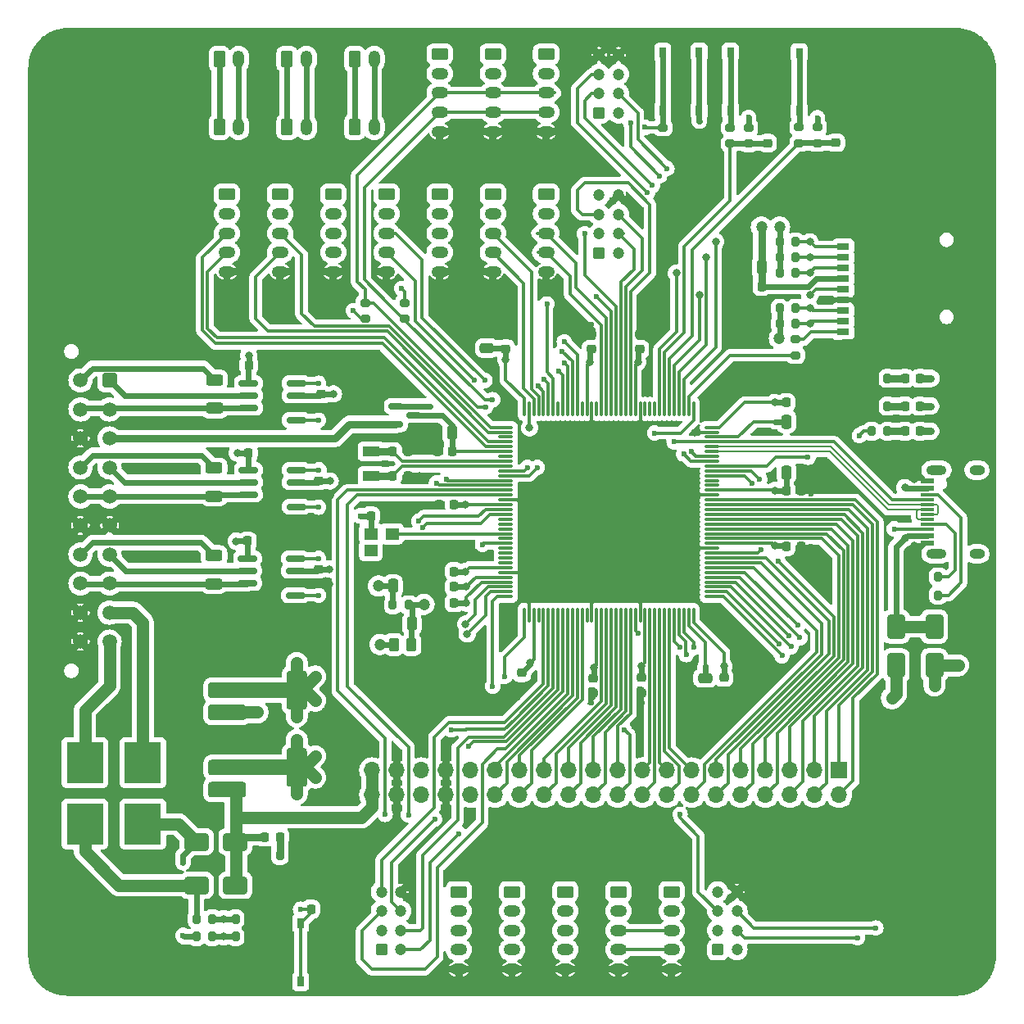
<source format=gbr>
%TF.GenerationSoftware,KiCad,Pcbnew,8.0.0*%
%TF.CreationDate,2024-03-17T16:56:24+08:00*%
%TF.ProjectId,bigger-brain,62696767-6572-42d6-9272-61696e2e6b69,2*%
%TF.SameCoordinates,Original*%
%TF.FileFunction,Copper,L1,Top*%
%TF.FilePolarity,Positive*%
%FSLAX46Y46*%
G04 Gerber Fmt 4.6, Leading zero omitted, Abs format (unit mm)*
G04 Created by KiCad (PCBNEW 8.0.0) date 2024-03-17 16:56:24*
%MOMM*%
%LPD*%
G01*
G04 APERTURE LIST*
G04 Aperture macros list*
%AMRoundRect*
0 Rectangle with rounded corners*
0 $1 Rounding radius*
0 $2 $3 $4 $5 $6 $7 $8 $9 X,Y pos of 4 corners*
0 Add a 4 corners polygon primitive as box body*
4,1,4,$2,$3,$4,$5,$6,$7,$8,$9,$2,$3,0*
0 Add four circle primitives for the rounded corners*
1,1,$1+$1,$2,$3*
1,1,$1+$1,$4,$5*
1,1,$1+$1,$6,$7*
1,1,$1+$1,$8,$9*
0 Add four rect primitives between the rounded corners*
20,1,$1+$1,$2,$3,$4,$5,0*
20,1,$1+$1,$4,$5,$6,$7,0*
20,1,$1+$1,$6,$7,$8,$9,0*
20,1,$1+$1,$8,$9,$2,$3,0*%
G04 Aperture macros list end*
%TA.AperFunction,ComponentPad*%
%ADD10RoundRect,0.250000X-0.625000X0.350000X-0.625000X-0.350000X0.625000X-0.350000X0.625000X0.350000X0*%
%TD*%
%TA.AperFunction,ComponentPad*%
%ADD11O,1.750000X1.200000*%
%TD*%
%TA.AperFunction,SMDPad,CuDef*%
%ADD12R,0.750000X1.000000*%
%TD*%
%TA.AperFunction,SMDPad,CuDef*%
%ADD13RoundRect,0.225000X-0.250000X0.225000X-0.250000X-0.225000X0.250000X-0.225000X0.250000X0.225000X0*%
%TD*%
%TA.AperFunction,SMDPad,CuDef*%
%ADD14RoundRect,0.250000X0.475000X-0.250000X0.475000X0.250000X-0.475000X0.250000X-0.475000X-0.250000X0*%
%TD*%
%TA.AperFunction,SMDPad,CuDef*%
%ADD15RoundRect,0.375000X-0.625000X-0.375000X0.625000X-0.375000X0.625000X0.375000X-0.625000X0.375000X0*%
%TD*%
%TA.AperFunction,SMDPad,CuDef*%
%ADD16RoundRect,0.500000X-0.500000X-1.400000X0.500000X-1.400000X0.500000X1.400000X-0.500000X1.400000X0*%
%TD*%
%TA.AperFunction,ComponentPad*%
%ADD17C,4.700000*%
%TD*%
%TA.AperFunction,ConnectorPad*%
%ADD18C,7.500000*%
%TD*%
%TA.AperFunction,SMDPad,CuDef*%
%ADD19R,3.810000X4.240000*%
%TD*%
%TA.AperFunction,SMDPad,CuDef*%
%ADD20RoundRect,0.075000X-0.662500X-0.075000X0.662500X-0.075000X0.662500X0.075000X-0.662500X0.075000X0*%
%TD*%
%TA.AperFunction,SMDPad,CuDef*%
%ADD21RoundRect,0.075000X-0.075000X-0.662500X0.075000X-0.662500X0.075000X0.662500X-0.075000X0.662500X0*%
%TD*%
%TA.AperFunction,SMDPad,CuDef*%
%ADD22RoundRect,0.250000X0.250000X0.475000X-0.250000X0.475000X-0.250000X-0.475000X0.250000X-0.475000X0*%
%TD*%
%TA.AperFunction,ComponentPad*%
%ADD23RoundRect,0.250000X-0.350000X-0.625000X0.350000X-0.625000X0.350000X0.625000X-0.350000X0.625000X0*%
%TD*%
%TA.AperFunction,ComponentPad*%
%ADD24O,1.200000X1.750000*%
%TD*%
%TA.AperFunction,SMDPad,CuDef*%
%ADD25RoundRect,0.200000X0.200000X0.275000X-0.200000X0.275000X-0.200000X-0.275000X0.200000X-0.275000X0*%
%TD*%
%TA.AperFunction,SMDPad,CuDef*%
%ADD26RoundRect,0.150000X0.825000X0.150000X-0.825000X0.150000X-0.825000X-0.150000X0.825000X-0.150000X0*%
%TD*%
%TA.AperFunction,ComponentPad*%
%ADD27R,1.700000X1.700000*%
%TD*%
%TA.AperFunction,ComponentPad*%
%ADD28O,1.700000X1.700000*%
%TD*%
%TA.AperFunction,SMDPad,CuDef*%
%ADD29RoundRect,0.225000X0.250000X-0.225000X0.250000X0.225000X-0.250000X0.225000X-0.250000X-0.225000X0*%
%TD*%
%TA.AperFunction,SMDPad,CuDef*%
%ADD30RoundRect,0.218750X-0.218750X-0.256250X0.218750X-0.256250X0.218750X0.256250X-0.218750X0.256250X0*%
%TD*%
%TA.AperFunction,SMDPad,CuDef*%
%ADD31RoundRect,0.200000X-0.275000X0.200000X-0.275000X-0.200000X0.275000X-0.200000X0.275000X0.200000X0*%
%TD*%
%TA.AperFunction,SMDPad,CuDef*%
%ADD32RoundRect,0.218750X0.218750X0.256250X-0.218750X0.256250X-0.218750X-0.256250X0.218750X-0.256250X0*%
%TD*%
%TA.AperFunction,SMDPad,CuDef*%
%ADD33RoundRect,0.250000X-0.475000X0.250000X-0.475000X-0.250000X0.475000X-0.250000X0.475000X0.250000X0*%
%TD*%
%TA.AperFunction,SMDPad,CuDef*%
%ADD34RoundRect,0.250000X-0.250000X-0.475000X0.250000X-0.475000X0.250000X0.475000X-0.250000X0.475000X0*%
%TD*%
%TA.AperFunction,SMDPad,CuDef*%
%ADD35R,1.400000X1.200000*%
%TD*%
%TA.AperFunction,SMDPad,CuDef*%
%ADD36RoundRect,0.225000X-0.225000X-0.250000X0.225000X-0.250000X0.225000X0.250000X-0.225000X0.250000X0*%
%TD*%
%TA.AperFunction,SMDPad,CuDef*%
%ADD37RoundRect,0.200000X-0.200000X-0.275000X0.200000X-0.275000X0.200000X0.275000X-0.200000X0.275000X0*%
%TD*%
%TA.AperFunction,SMDPad,CuDef*%
%ADD38RoundRect,0.250000X0.650000X-1.000000X0.650000X1.000000X-0.650000X1.000000X-0.650000X-1.000000X0*%
%TD*%
%TA.AperFunction,SMDPad,CuDef*%
%ADD39RoundRect,0.250000X-0.625000X0.312500X-0.625000X-0.312500X0.625000X-0.312500X0.625000X0.312500X0*%
%TD*%
%TA.AperFunction,SMDPad,CuDef*%
%ADD40R,1.450000X0.600000*%
%TD*%
%TA.AperFunction,SMDPad,CuDef*%
%ADD41R,1.450000X0.300000*%
%TD*%
%TA.AperFunction,ComponentPad*%
%ADD42O,2.100000X1.000000*%
%TD*%
%TA.AperFunction,ComponentPad*%
%ADD43O,1.600000X1.000000*%
%TD*%
%TA.AperFunction,SMDPad,CuDef*%
%ADD44R,1.800000X1.000000*%
%TD*%
%TA.AperFunction,SMDPad,CuDef*%
%ADD45RoundRect,0.250000X-0.262500X-0.450000X0.262500X-0.450000X0.262500X0.450000X-0.262500X0.450000X0*%
%TD*%
%TA.AperFunction,SMDPad,CuDef*%
%ADD46RoundRect,0.250000X1.000000X0.650000X-1.000000X0.650000X-1.000000X-0.650000X1.000000X-0.650000X0*%
%TD*%
%TA.AperFunction,ComponentPad*%
%ADD47RoundRect,0.250000X0.350000X-0.350000X0.350000X0.350000X-0.350000X0.350000X-0.350000X-0.350000X0*%
%TD*%
%TA.AperFunction,ComponentPad*%
%ADD48C,1.200000*%
%TD*%
%TA.AperFunction,SMDPad,CuDef*%
%ADD49RoundRect,0.225000X0.225000X0.250000X-0.225000X0.250000X-0.225000X-0.250000X0.225000X-0.250000X0*%
%TD*%
%TA.AperFunction,SMDPad,CuDef*%
%ADD50RoundRect,0.200000X0.275000X-0.200000X0.275000X0.200000X-0.275000X0.200000X-0.275000X-0.200000X0*%
%TD*%
%TA.AperFunction,SMDPad,CuDef*%
%ADD51RoundRect,0.150000X-0.587500X-0.150000X0.587500X-0.150000X0.587500X0.150000X-0.587500X0.150000X0*%
%TD*%
%TA.AperFunction,SMDPad,CuDef*%
%ADD52R,1.300000X0.700000*%
%TD*%
%TA.AperFunction,SMDPad,CuDef*%
%ADD53R,1.651000X1.447800*%
%TD*%
%TA.AperFunction,SMDPad,CuDef*%
%ADD54R,2.438400X1.447800*%
%TD*%
%TA.AperFunction,SMDPad,CuDef*%
%ADD55R,1.651000X1.854200*%
%TD*%
%TA.AperFunction,ComponentPad*%
%ADD56RoundRect,0.250001X-0.499999X0.499999X-0.499999X-0.499999X0.499999X-0.499999X0.499999X0.499999X0*%
%TD*%
%TA.AperFunction,ComponentPad*%
%ADD57C,1.500000*%
%TD*%
%TA.AperFunction,ViaPad*%
%ADD58C,0.800000*%
%TD*%
%TA.AperFunction,ViaPad*%
%ADD59C,0.600000*%
%TD*%
%TA.AperFunction,ViaPad*%
%ADD60C,1.200000*%
%TD*%
%TA.AperFunction,Conductor*%
%ADD61C,0.600000*%
%TD*%
%TA.AperFunction,Conductor*%
%ADD62C,0.300000*%
%TD*%
%TA.AperFunction,Conductor*%
%ADD63C,0.800000*%
%TD*%
%TA.AperFunction,Conductor*%
%ADD64C,1.270000*%
%TD*%
%TA.AperFunction,Conductor*%
%ADD65C,0.200000*%
%TD*%
G04 APERTURE END LIST*
D10*
%TO.P,J414,1,5V*%
%TO.N,PP-5.0V*%
X51027276Y-72181808D03*
D11*
%TO.P,J414,2,3V3*%
%TO.N,MCU-3.3V*%
X51027276Y-74181808D03*
%TO.P,J414,3,UART_TX*%
%TO.N,/UART10_TX*%
X51027276Y-76181808D03*
%TO.P,J414,4,UART_RX*%
%TO.N,/UART10_RX*%
X51027276Y-78181808D03*
%TO.P,J414,5,GND*%
%TO.N,GND*%
X51027276Y-80181808D03*
%TD*%
D12*
%TO.P,SW404,1,1*%
%TO.N,Net-(R411-Pad2)*%
X104681601Y-63552298D03*
X104681601Y-57552298D03*
%TO.P,SW404,2,2*%
%TO.N,GND*%
X108431601Y-63552298D03*
X108431601Y-57552298D03*
%TD*%
%TO.P,SW402,1,1*%
%TO.N,NRST*%
X53150000Y-153500000D03*
X53150000Y-147500000D03*
%TO.P,SW402,2,2*%
%TO.N,GND*%
X56900000Y-153500000D03*
X56900000Y-147500000D03*
%TD*%
D13*
%TO.P,C203,1*%
%TO.N,MCU-3.3V*%
X76000000Y-121625000D03*
%TO.P,C203,2*%
%TO.N,GND*%
X76000000Y-123175000D03*
%TD*%
D14*
%TO.P,C212,1*%
%TO.N,MCU-3.3V*%
X72400000Y-88050000D03*
%TO.P,C212,2*%
%TO.N,GND*%
X72400000Y-86150000D03*
%TD*%
D15*
%TO.P,U203,1,GND*%
%TO.N,GND*%
X46450000Y-121099994D03*
%TO.P,U203,2,VO*%
%TO.N,PP-5.0V*%
X46450000Y-123399994D03*
D16*
X52750000Y-123399994D03*
D15*
%TO.P,U203,3,VI*%
%TO.N,VCC*%
X46450000Y-125699994D03*
%TD*%
%TO.P,U201,1,GND*%
%TO.N,GND*%
X46450000Y-129100000D03*
%TO.P,U201,2,VO*%
%TO.N,MCU-3.3V*%
X46450000Y-131400000D03*
D16*
X52750000Y-131400000D03*
D15*
%TO.P,U201,3,VI*%
%TO.N,VCC*%
X46450000Y-133700000D03*
%TD*%
D17*
%TO.P,H404,1,1*%
%TO.N,GND*%
X119000000Y-149000000D03*
D18*
X119000000Y-149000000D03*
%TD*%
D19*
%TO.P,F201,1*%
%TO.N,V1*%
X36842557Y-130895291D03*
%TO.P,F201,2*%
%TO.N,/Power/V1_F*%
X36842557Y-137265291D03*
%TD*%
D12*
%TO.P,SW401,1,1*%
%TO.N,BOOT0*%
X90581611Y-63523965D03*
X90581611Y-57523965D03*
%TO.P,SW401,2,2*%
%TO.N,MCU-3.3V*%
X94331611Y-63523965D03*
X94331611Y-57523965D03*
%TD*%
D10*
%TO.P,J418,1,5V*%
%TO.N,PP-5.0V*%
X73027276Y-72181807D03*
D11*
%TO.P,J418,2,3V3*%
%TO.N,MCU-3.3V*%
X73027276Y-74181807D03*
%TO.P,J418,3,A*%
%TO.N,PE00*%
X73027276Y-76181807D03*
%TO.P,J418,4,B*%
%TO.N,PE01*%
X73027276Y-78181807D03*
%TO.P,J418,5,GND*%
%TO.N,GND*%
X73027276Y-80181807D03*
%TD*%
D20*
%TO.P,U101,1,PE2*%
%TO.N,/UART10_TX*%
X74337500Y-96250000D03*
%TO.P,U101,2,PE3*%
%TO.N,/UART10_RX*%
X74337500Y-96750000D03*
%TO.P,U101,3,PE4*%
%TO.N,PE04*%
X74337500Y-97250000D03*
%TO.P,U101,4,PE5*%
%TO.N,PE05*%
X74337500Y-97750000D03*
%TO.P,U101,5,PE6*%
%TO.N,PE06*%
X74337500Y-98250000D03*
%TO.P,U101,6,VBAT*%
%TO.N,+BATT*%
X74337500Y-98750000D03*
%TO.P,U101,7,PC13*%
%TO.N,unconnected-(U101-PC13-Pad7)*%
X74337500Y-99250000D03*
%TO.P,U101,8,PC14*%
%TO.N,/LSE_IN*%
X74337500Y-99750000D03*
%TO.P,U101,9,PC15*%
%TO.N,/LSE_OUT*%
X74337500Y-100250000D03*
%TO.P,U101,10,PF0*%
%TO.N,/I2C5_SDA*%
X74337500Y-100750000D03*
%TO.P,U101,11,PF1*%
%TO.N,/I2C5_SCL*%
X74337500Y-101250000D03*
%TO.P,U101,12,PF2*%
%TO.N,PF02*%
X74337500Y-101750000D03*
%TO.P,U101,13,PF3*%
%TO.N,PF03*%
X74337500Y-102250000D03*
%TO.P,U101,14,PF4*%
%TO.N,PF04*%
X74337500Y-102750000D03*
%TO.P,U101,15,PF5*%
%TO.N,PF05*%
X74337500Y-103250000D03*
%TO.P,U101,16,VSS*%
%TO.N,GND*%
X74337500Y-103750000D03*
%TO.P,U101,17,VDD*%
%TO.N,MCU-3.3V*%
X74337500Y-104250000D03*
%TO.P,U101,18,PF6*%
%TO.N,/CAN3_RX*%
X74337500Y-104750000D03*
%TO.P,U101,19,PF7*%
%TO.N,/CAN3_TX*%
X74337500Y-105250000D03*
%TO.P,U101,20,PF8*%
%TO.N,unconnected-(U101-PF8-Pad20)*%
X74337500Y-105750000D03*
%TO.P,U101,21,PF9*%
%TO.N,unconnected-(U101-PF9-Pad21)*%
X74337500Y-106250000D03*
%TO.P,U101,22,PF10*%
%TO.N,unconnected-(U101-PF10-Pad22)*%
X74337500Y-106750000D03*
%TO.P,U101,23,PH0*%
%TO.N,/HSE_IN*%
X74337500Y-107250000D03*
%TO.P,U101,24,PH1*%
%TO.N,/HSE_OUT*%
X74337500Y-107750000D03*
%TO.P,U101,25,NRST*%
%TO.N,NRST*%
X74337500Y-108250000D03*
%TO.P,U101,26,PC0*%
%TO.N,unconnected-(U101-PC0-Pad26)*%
X74337500Y-108750000D03*
%TO.P,U101,27,PC1*%
%TO.N,unconnected-(U101-PC1-Pad27)*%
X74337500Y-109250000D03*
%TO.P,U101,28,PC2_C*%
%TO.N,unconnected-(U101-PC2_C-Pad28)*%
X74337500Y-109750000D03*
%TO.P,U101,29,PC3_C*%
%TO.N,unconnected-(U101-PC3_C-Pad29)*%
X74337500Y-110250000D03*
%TO.P,U101,30,VDD*%
%TO.N,MCU-3.3V*%
X74337500Y-110750000D03*
%TO.P,U101,31,VSSA*%
%TO.N,GND*%
X74337500Y-111250000D03*
%TO.P,U101,32,VREF+*%
%TO.N,VREF+*%
X74337500Y-111750000D03*
%TO.P,U101,33,VDDA*%
%TO.N,VDDA*%
X74337500Y-112250000D03*
%TO.P,U101,34,PA0*%
%TO.N,/V2_SENSE*%
X74337500Y-112750000D03*
%TO.P,U101,35,PA1*%
%TO.N,/V1_SENSE*%
X74337500Y-113250000D03*
%TO.P,U101,36,PA2*%
%TO.N,/UART2_TX*%
X74337500Y-113750000D03*
D21*
%TO.P,U101,37,PA3*%
%TO.N,/UART2_RX*%
X76250000Y-115662500D03*
%TO.P,U101,38,VSS*%
%TO.N,GND*%
X76750000Y-115662500D03*
%TO.P,U101,39,VDD*%
%TO.N,MCU-3.3V*%
X77250000Y-115662500D03*
%TO.P,U101,40,PA4*%
%TO.N,unconnected-(U101-PA4-Pad40)*%
X77750000Y-115662500D03*
%TO.P,U101,41,PA5*%
%TO.N,PA05*%
X78250000Y-115662500D03*
%TO.P,U101,42,PA6*%
%TO.N,PA06*%
X78750000Y-115662500D03*
%TO.P,U101,43,PA7*%
%TO.N,PA07*%
X79250000Y-115662500D03*
%TO.P,U101,44,PC4*%
%TO.N,PC04*%
X79750000Y-115662500D03*
%TO.P,U101,45,PC5*%
%TO.N,PC05*%
X80250000Y-115662500D03*
%TO.P,U101,46,PB0*%
%TO.N,PB00*%
X80750000Y-115662500D03*
%TO.P,U101,47,PB1*%
%TO.N,PB01*%
X81250000Y-115662500D03*
%TO.P,U101,48,PB2*%
%TO.N,PB02*%
X81750000Y-115662500D03*
%TO.P,U101,49,PF11*%
%TO.N,PF11*%
X82250000Y-115662500D03*
%TO.P,U101,50,PF12*%
%TO.N,unconnected-(U101-PF12-Pad50)*%
X82750000Y-115662500D03*
%TO.P,U101,51,VSS*%
%TO.N,GND*%
X83250000Y-115662500D03*
%TO.P,U101,52,VDD*%
%TO.N,MCU-3.3V*%
X83750000Y-115662500D03*
%TO.P,U101,53,PF13*%
%TO.N,PF13*%
X84250000Y-115662500D03*
%TO.P,U101,54,PF14*%
%TO.N,PF14*%
X84750000Y-115662500D03*
%TO.P,U101,55,PF15*%
%TO.N,PF15*%
X85250000Y-115662500D03*
%TO.P,U101,56,PG0*%
%TO.N,PG00*%
X85750000Y-115662500D03*
%TO.P,U101,57,PG1*%
%TO.N,PG01*%
X86250000Y-115662500D03*
%TO.P,U101,58,PE7*%
%TO.N,PE07*%
X86750000Y-115662500D03*
%TO.P,U101,59,PE8*%
%TO.N,PE08*%
X87250000Y-115662500D03*
%TO.P,U101,60,PE9*%
%TO.N,PE09*%
X87750000Y-115662500D03*
%TO.P,U101,61,VSS*%
%TO.N,GND*%
X88250000Y-115662500D03*
%TO.P,U101,62,VDD*%
%TO.N,MCU-3.3V*%
X88750000Y-115662500D03*
%TO.P,U101,63,PE10*%
%TO.N,PE10*%
X89250000Y-115662500D03*
%TO.P,U101,64,PE11*%
%TO.N,PE11*%
X89750000Y-115662500D03*
%TO.P,U101,65,PE12*%
%TO.N,PE12*%
X90250000Y-115662500D03*
%TO.P,U101,66,PE13*%
%TO.N,PE13*%
X90750000Y-115662500D03*
%TO.P,U101,67,PE14*%
%TO.N,PE14*%
X91250000Y-115662500D03*
%TO.P,U101,68,PE15*%
%TO.N,/SPI2_IRQ*%
X91750000Y-115662500D03*
%TO.P,U101,69,PB10*%
%TO.N,/I2C2_SCL*%
X92250000Y-115662500D03*
%TO.P,U101,70,PB11*%
%TO.N,/I2C2_SDA*%
X92750000Y-115662500D03*
%TO.P,U101,71,VCAP*%
%TO.N,VCAP1*%
X93250000Y-115662500D03*
%TO.P,U101,72,VDD*%
%TO.N,MCU-3.3V*%
X93750000Y-115662500D03*
D20*
%TO.P,U101,73,PB12*%
%TO.N,/SPI2_CS*%
X95662500Y-113750000D03*
%TO.P,U101,74,PB13*%
%TO.N,/SPI2_SCLK*%
X95662500Y-113250000D03*
%TO.P,U101,75,PB14*%
%TO.N,/SPI2_MISO*%
X95662500Y-112750000D03*
%TO.P,U101,76,PB15*%
%TO.N,/SPI2_MOSI*%
X95662500Y-112250000D03*
%TO.P,U101,77,PD8*%
%TO.N,/UART3_TX*%
X95662500Y-111750000D03*
%TO.P,U101,78,PD9*%
%TO.N,/UART3_RX*%
X95662500Y-111250000D03*
%TO.P,U101,79,PD10*%
%TO.N,PD10*%
X95662500Y-110750000D03*
%TO.P,U101,80,PD11*%
%TO.N,PD11*%
X95662500Y-110250000D03*
%TO.P,U101,81,PD12*%
%TO.N,PD12*%
X95662500Y-109750000D03*
%TO.P,U101,82,PD13*%
%TO.N,PD13*%
X95662500Y-109250000D03*
%TO.P,U101,83,VSS*%
%TO.N,GND*%
X95662500Y-108750000D03*
%TO.P,U101,84,VDD*%
%TO.N,MCU-3.3V*%
X95662500Y-108250000D03*
%TO.P,U101,85,PD14*%
%TO.N,PD14*%
X95662500Y-107750000D03*
%TO.P,U101,86,PD15*%
%TO.N,PD15*%
X95662500Y-107250000D03*
%TO.P,U101,87,PG2*%
%TO.N,PG02*%
X95662500Y-106750000D03*
%TO.P,U101,88,PG3*%
%TO.N,PG03*%
X95662500Y-106250000D03*
%TO.P,U101,89,PG4*%
%TO.N,PG04*%
X95662500Y-105750000D03*
%TO.P,U101,90,PG5*%
%TO.N,PG05*%
X95662500Y-105250000D03*
%TO.P,U101,91,PG6*%
%TO.N,PG06*%
X95662500Y-104750000D03*
%TO.P,U101,92,PG7*%
%TO.N,PG07*%
X95662500Y-104250000D03*
%TO.P,U101,93,PG8*%
%TO.N,PG08*%
X95662500Y-103750000D03*
%TO.P,U101,94,VSS*%
%TO.N,GND*%
X95662500Y-103250000D03*
%TO.P,U101,95,VDD33USB*%
%TO.N,MCU-3.3V*%
X95662500Y-102750000D03*
%TO.P,U101,96,PC6*%
%TO.N,unconnected-(U101-PC6-Pad96)*%
X95662500Y-102250000D03*
%TO.P,U101,97,PC7*%
%TO.N,unconnected-(U101-PC7-Pad97)*%
X95662500Y-101750000D03*
%TO.P,U101,98,PC8*%
%TO.N,/SD1_DAT0*%
X95662500Y-101250000D03*
%TO.P,U101,99,PC9*%
%TO.N,/SD1_DAT1*%
X95662500Y-100750000D03*
%TO.P,U101,100,PA8*%
%TO.N,USR_LED*%
X95662500Y-100250000D03*
%TO.P,U101,101,PA9*%
%TO.N,/UART1_TX*%
X95662500Y-99750000D03*
%TO.P,U101,102,PA10*%
%TO.N,/UART1_RX*%
X95662500Y-99250000D03*
%TO.P,U101,103,PA11*%
%TO.N,USB_D-*%
X95662500Y-98750000D03*
%TO.P,U101,104,PA12*%
%TO.N,USB_D+*%
X95662500Y-98250000D03*
%TO.P,U101,105,PA13(JTMS*%
%TO.N,/SWDIO*%
X95662500Y-97750000D03*
%TO.P,U101,106,VCAP*%
%TO.N,VCAP2*%
X95662500Y-97250000D03*
%TO.P,U101,107,VSS*%
%TO.N,GND*%
X95662500Y-96750000D03*
%TO.P,U101,108,VDD*%
%TO.N,MCU-3.3V*%
X95662500Y-96250000D03*
D21*
%TO.P,U101,109,PA14(JTCK*%
%TO.N,/SWCLK*%
X93750000Y-94337500D03*
%TO.P,U101,110,PA15(JTDI)*%
%TO.N,/SD1_DET*%
X93250000Y-94337500D03*
%TO.P,U101,111,PC10*%
%TO.N,/SD1_DAT2*%
X92750000Y-94337500D03*
%TO.P,U101,112,PC11*%
%TO.N,/SD1_DAT3*%
X92250000Y-94337500D03*
%TO.P,U101,113,PC12*%
%TO.N,/SD1_CLK*%
X91750000Y-94337500D03*
%TO.P,U101,114,PD0*%
%TO.N,USR_BTN2*%
X91250000Y-94337500D03*
%TO.P,U101,115,PD1*%
%TO.N,USR_BTN1*%
X90750000Y-94337500D03*
%TO.P,U101,116,PD2*%
%TO.N,/SD1_CMD*%
X90250000Y-94337500D03*
%TO.P,U101,117,PD3*%
%TO.N,unconnected-(U101-PD3-Pad117)*%
X89750000Y-94337500D03*
%TO.P,U101,118,PD4*%
%TO.N,unconnected-(U101-PD4-Pad118)*%
X89250000Y-94337500D03*
%TO.P,U101,119,PD5*%
%TO.N,unconnected-(U101-PD5-Pad119)*%
X88750000Y-94337500D03*
%TO.P,U101,120,VSS*%
%TO.N,GND*%
X88250000Y-94337500D03*
%TO.P,U101,121,VDD*%
%TO.N,MCU-3.3V*%
X87750000Y-94337500D03*
%TO.P,U101,122,PD6*%
%TO.N,/SPI1_IRQ*%
X87250000Y-94337500D03*
%TO.P,U101,123,PD7*%
%TO.N,/SPI1_MOSI*%
X86750000Y-94337500D03*
%TO.P,U101,124,PG9*%
%TO.N,/SPI1_MISO*%
X86250000Y-94337500D03*
%TO.P,U101,125,PG10*%
%TO.N,/SPI1_CS*%
X85750000Y-94337500D03*
%TO.P,U101,126,PG11*%
%TO.N,/SPI1_SCLK*%
X85250000Y-94337500D03*
%TO.P,U101,127,PG12*%
%TO.N,PG12*%
X84750000Y-94337500D03*
%TO.P,U101,128,PG13*%
%TO.N,PG13*%
X84250000Y-94337500D03*
%TO.P,U101,129,PG14*%
%TO.N,unconnected-(U101-PG14-Pad129)*%
X83750000Y-94337500D03*
%TO.P,U101,130,VSS*%
%TO.N,GND*%
X83250000Y-94337500D03*
%TO.P,U101,131,VDD*%
%TO.N,MCU-3.3V*%
X82750000Y-94337500D03*
%TO.P,U101,132,PG15*%
%TO.N,unconnected-(U101-PG15-Pad132)*%
X82250000Y-94337500D03*
%TO.P,U101,133,PB3(JTDO*%
%TO.N,PB03*%
X81750000Y-94337500D03*
%TO.P,U101,134,PB4(NJTRST)*%
%TO.N,PB04*%
X81250000Y-94337500D03*
%TO.P,U101,135,PB5*%
%TO.N,/CAN2_RX*%
X80750000Y-94337500D03*
%TO.P,U101,136,PB6*%
%TO.N,/CAN2_TX*%
X80250000Y-94337500D03*
%TO.P,U101,137,PB7*%
%TO.N,unconnected-(U101-PB7-Pad137)*%
X79750000Y-94337500D03*
%TO.P,U101,138,BOOT0*%
%TO.N,BOOT0*%
X79250000Y-94337500D03*
%TO.P,U101,139,PB8*%
%TO.N,/CAN1_RX*%
X78750000Y-94337500D03*
%TO.P,U101,140,PB9*%
%TO.N,/CAN1_TX*%
X78250000Y-94337500D03*
%TO.P,U101,141,PE0*%
%TO.N,PE00*%
X77750000Y-94337500D03*
%TO.P,U101,142,PE1*%
%TO.N,PE01*%
X77250000Y-94337500D03*
%TO.P,U101,143,PDR_ON*%
%TO.N,MCU-3.3V*%
X76750000Y-94337500D03*
%TO.P,U101,144,VDD*%
X76250000Y-94337500D03*
%TD*%
D22*
%TO.P,C227,1*%
%TO.N,VCC*%
X44200000Y-125699998D03*
%TO.P,C227,2*%
%TO.N,GND*%
X42300000Y-125699998D03*
%TD*%
D10*
%TO.P,J424,1,5V*%
%TO.N,PP-5.0V*%
X80500000Y-144250000D03*
D11*
%TO.P,J424,2,3V3*%
%TO.N,MCU-3.3V*%
X80500000Y-146250000D03*
%TO.P,J424,3,UART_TX*%
%TO.N,/UART3_TX*%
X80500000Y-148250000D03*
%TO.P,J424,4,UART_RX*%
%TO.N,/UART3_RX*%
X80500000Y-150250000D03*
%TO.P,J424,5,GND*%
%TO.N,GND*%
X80500000Y-152250000D03*
%TD*%
D23*
%TO.P,J410,1,Pin_1*%
%TO.N,/CanTrx2/CAN_L*%
X44749999Y-65199998D03*
D24*
%TO.P,J410,2,Pin_2*%
%TO.N,/CanTrx2/CAN_H*%
X46749999Y-65199998D03*
%TD*%
D22*
%TO.P,C216,1*%
%TO.N,+BATT*%
X68800000Y-96800000D03*
%TO.P,C216,2*%
%TO.N,GND*%
X66900000Y-96800000D03*
%TD*%
D25*
%TO.P,R201,1*%
%TO.N,VDDA*%
X64325000Y-114600000D03*
%TO.P,R201,2*%
%TO.N,VREF+*%
X62675000Y-114600000D03*
%TD*%
D26*
%TO.P,U701,1,TXD*%
%TO.N,/CAN3_TX*%
X52609523Y-113610500D03*
%TO.P,U701,2,GND*%
%TO.N,GND*%
X52609523Y-112340500D03*
%TO.P,U701,3,VCC*%
%TO.N,PP-5.0V*%
X52609523Y-111070500D03*
%TO.P,U701,4,RXD*%
%TO.N,/CAN3_RX*%
X52609523Y-109800500D03*
%TO.P,U701,5,VIO*%
%TO.N,MCU-3.3V*%
X47659523Y-109800500D03*
%TO.P,U701,6,CANL*%
%TO.N,/CanTrx3/CAN_L*%
X47659523Y-111070500D03*
%TO.P,U701,7,CANH*%
%TO.N,/CanTrx3/CAN_H*%
X47659523Y-112340500D03*
%TO.P,U701,8,STB*%
%TO.N,GND*%
X47659523Y-113610500D03*
%TD*%
D27*
%TO.P,J403,1,Pin_1*%
%TO.N,PG07*%
X108809415Y-131697663D03*
D28*
%TO.P,J403,2,Pin_2*%
%TO.N,PG08*%
X108809415Y-134237663D03*
%TO.P,J403,3,Pin_3*%
%TO.N,PG05*%
X106269415Y-131697663D03*
%TO.P,J403,4,Pin_4*%
%TO.N,PG06*%
X106269415Y-134237663D03*
%TO.P,J403,5,Pin_5*%
%TO.N,PG03*%
X103729415Y-131697663D03*
%TO.P,J403,6,Pin_6*%
%TO.N,PG04*%
X103729415Y-134237663D03*
%TO.P,J403,7,Pin_7*%
%TO.N,PD15*%
X101189415Y-131697663D03*
%TO.P,J403,8,Pin_8*%
%TO.N,PG02*%
X101189415Y-134237663D03*
%TO.P,J403,9,Pin_9*%
%TO.N,PD13*%
X98649415Y-131697663D03*
%TO.P,J403,10,Pin_10*%
%TO.N,PD14*%
X98649415Y-134237663D03*
%TO.P,J403,11,Pin_11*%
%TO.N,PD11*%
X96109415Y-131697663D03*
%TO.P,J403,12,Pin_12*%
%TO.N,PD12*%
X96109415Y-134237663D03*
%TO.P,J403,13,Pin_13*%
%TO.N,PE14*%
X93569415Y-131697663D03*
%TO.P,J403,14,Pin_14*%
%TO.N,PD10*%
X93569415Y-134237663D03*
%TO.P,J403,15,Pin_15*%
%TO.N,PE12*%
X91029415Y-131697663D03*
%TO.P,J403,16,Pin_16*%
%TO.N,PE13*%
X91029415Y-134237663D03*
%TO.P,J403,17,Pin_17*%
%TO.N,PE10*%
X88489415Y-131697663D03*
%TO.P,J403,18,Pin_18*%
%TO.N,PE11*%
X88489415Y-134237663D03*
%TO.P,J403,19,Pin_19*%
%TO.N,PE08*%
X85949415Y-131697663D03*
%TO.P,J403,20,Pin_20*%
%TO.N,PE09*%
X85949415Y-134237663D03*
%TO.P,J403,21,Pin_21*%
%TO.N,PG01*%
X83409415Y-131697663D03*
%TO.P,J403,22,Pin_22*%
%TO.N,PE07*%
X83409415Y-134237663D03*
%TO.P,J403,23,Pin_23*%
%TO.N,PF15*%
X80869415Y-131697663D03*
%TO.P,J403,24,Pin_24*%
%TO.N,PG00*%
X80869415Y-134237663D03*
%TO.P,J403,25,Pin_25*%
%TO.N,PF13*%
X78329415Y-131697663D03*
%TO.P,J403,26,Pin_26*%
%TO.N,PF14*%
X78329415Y-134237663D03*
%TO.P,J403,27,Pin_27*%
%TO.N,PB02*%
X75789415Y-131697663D03*
%TO.P,J403,28,Pin_28*%
%TO.N,PF11*%
X75789415Y-134237663D03*
%TO.P,J403,29,Pin_29*%
%TO.N,PB00*%
X73249415Y-131697663D03*
%TO.P,J403,30,Pin_30*%
%TO.N,PB01*%
X73249415Y-134237663D03*
%TO.P,J403,31,Pin_31*%
%TO.N,PP-5.0V*%
X70709415Y-131697663D03*
%TO.P,J403,32,Pin_32*%
X70709415Y-134237663D03*
%TO.P,J403,33,Pin_33*%
%TO.N,GND*%
X68169415Y-131697663D03*
%TO.P,J403,34,Pin_34*%
X68169415Y-134237663D03*
%TO.P,J403,35,Pin_35*%
%TO.N,MCU-3.3V*%
X65629415Y-131697663D03*
%TO.P,J403,36,Pin_36*%
X65629415Y-134237663D03*
%TO.P,J403,37,Pin_37*%
%TO.N,GND*%
X63089415Y-131697663D03*
%TO.P,J403,38,Pin_38*%
X63089415Y-134237663D03*
%TO.P,J403,39,Pin_39*%
%TO.N,VCC*%
X60549415Y-131697663D03*
%TO.P,J403,40,Pin_40*%
X60549415Y-134237663D03*
%TD*%
D17*
%TO.P,H401,1,1*%
%TO.N,GND*%
X31000000Y-61000000D03*
D18*
X31000000Y-61000000D03*
%TD*%
D10*
%TO.P,J419,1,5V*%
%TO.N,PP-5.0V*%
X78527276Y-72181807D03*
D11*
%TO.P,J419,2,3V3*%
%TO.N,MCU-3.3V*%
X78527276Y-74181807D03*
%TO.P,J419,3,A*%
%TO.N,PG12*%
X78527276Y-76181807D03*
%TO.P,J419,4,B*%
%TO.N,PG13*%
X78527276Y-78181807D03*
%TO.P,J419,5,GND*%
%TO.N,GND*%
X78527276Y-80181807D03*
%TD*%
D29*
%TO.P,C209,1*%
%TO.N,MCU-3.3V*%
X88200000Y-88175000D03*
%TO.P,C209,2*%
%TO.N,GND*%
X88200000Y-86625000D03*
%TD*%
D23*
%TO.P,J411,1,Pin_1*%
%TO.N,/CanTrx1/CAN_L*%
X51749999Y-65199998D03*
D24*
%TO.P,J411,2,Pin_2*%
%TO.N,/CanTrx1/CAN_H*%
X53749999Y-65199998D03*
%TD*%
D25*
%TO.P,R409,1*%
%TO.N,Net-(D403-K)*%
X113812500Y-91200000D03*
%TO.P,R409,2*%
%TO.N,GND*%
X112162500Y-91200000D03*
%TD*%
D10*
%TO.P,J409,1,5V*%
%TO.N,PP-5.0V*%
X78527276Y-57681807D03*
D11*
%TO.P,J409,2,3V3*%
%TO.N,MCU-3.3V*%
X78527276Y-59681807D03*
%TO.P,J409,3,I2C_SCL*%
%TO.N,/I2C5_SDA*%
X78527276Y-61681807D03*
%TO.P,J409,4,I2C_SDA*%
%TO.N,/I2C5_SCL*%
X78527276Y-63681807D03*
%TO.P,J409,5,GND*%
%TO.N,GND*%
X78527276Y-65681807D03*
%TD*%
D30*
%TO.P,D403,1,K*%
%TO.N,Net-(D403-K)*%
X115612499Y-91200000D03*
%TO.P,D403,2,A*%
%TO.N,PP-5.0V*%
X117187501Y-91200000D03*
%TD*%
D10*
%TO.P,J417,1,5V*%
%TO.N,PP-5.0V*%
X67527276Y-72181807D03*
D11*
%TO.P,J417,2,3V3*%
%TO.N,MCU-3.3V*%
X67527276Y-74181807D03*
%TO.P,J417,3,A*%
%TO.N,PB03*%
X67527276Y-76181807D03*
%TO.P,J417,4,B*%
%TO.N,PB04*%
X67527276Y-78181807D03*
%TO.P,J417,5,GND*%
%TO.N,GND*%
X67527276Y-80181807D03*
%TD*%
D22*
%TO.P,C223,1*%
%TO.N,VCC*%
X44149998Y-133699998D03*
%TO.P,C223,2*%
%TO.N,GND*%
X42249998Y-133699998D03*
%TD*%
D23*
%TO.P,J405,1,Pin_1*%
%TO.N,/CanTrx1/CAN_L*%
X51749999Y-58199999D03*
D24*
%TO.P,J405,2,Pin_2*%
%TO.N,/CanTrx1/CAN_H*%
X53749999Y-58199999D03*
%TD*%
D31*
%TO.P,R406,1*%
%TO.N,BOOT0*%
X90600000Y-65275000D03*
%TO.P,R406,2*%
%TO.N,GND*%
X90600000Y-66925000D03*
%TD*%
D13*
%TO.P,C501,1*%
%TO.N,PP-5.0V*%
X55034523Y-101775000D03*
%TO.P,C501,2*%
%TO.N,GND*%
X55034523Y-103325000D03*
%TD*%
D32*
%TO.P,D406,1,K*%
%TO.N,Net-(D406-K)*%
X51000000Y-138600000D03*
%TO.P,D406,2,A*%
%TO.N,VCC*%
X49424998Y-138600000D03*
%TD*%
D23*
%TO.P,J404,1,Pin_1*%
%TO.N,/CanTrx2/CAN_L*%
X44749999Y-58199999D03*
D24*
%TO.P,J404,2,Pin_2*%
%TO.N,/CanTrx2/CAN_H*%
X46749999Y-58199999D03*
%TD*%
D13*
%TO.P,C206,1*%
%TO.N,MCU-3.3V*%
X96900000Y-122125000D03*
%TO.P,C206,2*%
%TO.N,GND*%
X96900000Y-123675000D03*
%TD*%
D33*
%TO.P,C219,1*%
%TO.N,VCAP1*%
X94950000Y-122150000D03*
%TO.P,C219,2*%
%TO.N,GND*%
X94950000Y-124050000D03*
%TD*%
D25*
%TO.P,R204,1*%
%TO.N,/V2_SENSE*%
X44025000Y-147050000D03*
%TO.P,R204,2*%
%TO.N,/Power/V2_F*%
X42375000Y-147050000D03*
%TD*%
D10*
%TO.P,J407,1,5V*%
%TO.N,PP-5.0V*%
X67527276Y-57681807D03*
D11*
%TO.P,J407,2,3V3*%
%TO.N,MCU-3.3V*%
X67527276Y-59681807D03*
%TO.P,J407,3,I2C_SCL*%
%TO.N,/I2C5_SDA*%
X67527276Y-61681807D03*
%TO.P,J407,4,I2C_SDA*%
%TO.N,/I2C5_SCL*%
X67527276Y-63681807D03*
%TO.P,J407,5,GND*%
%TO.N,GND*%
X67527276Y-65681807D03*
%TD*%
D10*
%TO.P,J426,1,5V*%
%TO.N,PP-5.0V*%
X91500000Y-144250000D03*
D11*
%TO.P,J426,2,3V3*%
%TO.N,MCU-3.3V*%
X91500000Y-146250000D03*
%TO.P,J426,3,I2C_SCL*%
%TO.N,/I2C2_SDA*%
X91500000Y-148250000D03*
%TO.P,J426,4,I2C_SDA*%
%TO.N,/I2C2_SCL*%
X91500000Y-150250000D03*
%TO.P,J426,5,GND*%
%TO.N,GND*%
X91500000Y-152250000D03*
%TD*%
D23*
%TO.P,J406,1,Pin_1*%
%TO.N,/CanTrx3/CAN_L*%
X58749999Y-58199999D03*
D24*
%TO.P,J406,2,Pin_2*%
%TO.N,/CanTrx3/CAN_H*%
X60749999Y-58199999D03*
%TD*%
D34*
%TO.P,C214,1*%
%TO.N,MCU-3.3V*%
X103350000Y-100900000D03*
%TO.P,C214,2*%
%TO.N,GND*%
X105250000Y-100900000D03*
%TD*%
D13*
%TO.P,C601,1*%
%TO.N,PP-5.0V*%
X55284523Y-92825000D03*
%TO.P,C601,2*%
%TO.N,GND*%
X55284523Y-94375000D03*
%TD*%
D35*
%TO.P,X101,1,OE*%
%TO.N,unconnected-(X101-OE-Pad1)*%
X60400000Y-108950000D03*
%TO.P,X101,2,GND*%
%TO.N,GND*%
X62600000Y-108950000D03*
%TO.P,X101,3,OUT*%
%TO.N,/HSE_IN*%
X62600000Y-107250000D03*
%TO.P,X101,4,Vcc*%
%TO.N,MCU-3.3V*%
X60400000Y-107250000D03*
%TD*%
D25*
%TO.P,R414,1*%
%TO.N,Net-(D406-K)*%
X51000000Y-140500000D03*
%TO.P,R414,2*%
%TO.N,GND*%
X49350000Y-140500000D03*
%TD*%
D36*
%TO.P,C101,1*%
%TO.N,MCU-3.3V*%
X60400000Y-105400000D03*
%TO.P,C101,2*%
%TO.N,GND*%
X61950000Y-105400000D03*
%TD*%
D37*
%TO.P,R205,1*%
%TO.N,/V1_SENSE*%
X46425000Y-148900000D03*
%TO.P,R205,2*%
%TO.N,GND*%
X48075000Y-148900000D03*
%TD*%
D25*
%TO.P,R401,1*%
%TO.N,/HMI/CC1*%
X119025000Y-111700000D03*
%TO.P,R401,2*%
%TO.N,GND*%
X117375000Y-111700000D03*
%TD*%
D30*
%TO.P,D405,1,K*%
%TO.N,Net-(D405-K)*%
X115600000Y-96658579D03*
%TO.P,D405,2,A*%
%TO.N,MCU-3.3V*%
X117175002Y-96658579D03*
%TD*%
D38*
%TO.P,D401,1,K*%
%TO.N,PP-5.0V*%
X118650000Y-120850000D03*
%TO.P,D401,2,A*%
%TO.N,VBUS*%
X118650000Y-116850000D03*
%TD*%
D25*
%TO.P,R202,1*%
%TO.N,/V1_SENSE*%
X44025000Y-148900000D03*
%TO.P,R202,2*%
%TO.N,/Power/V1_F*%
X42375000Y-148900000D03*
%TD*%
D39*
%TO.P,R404,1*%
%TO.N,/HMI/CAN1_L-T*%
X44200000Y-100437500D03*
%TO.P,R404,2*%
%TO.N,/CanTrx1/CAN_H*%
X44200000Y-103362500D03*
%TD*%
D10*
%TO.P,J415,1,5V*%
%TO.N,PP-5.0V*%
X56527276Y-72181805D03*
D11*
%TO.P,J415,2,3V3*%
%TO.N,MCU-3.3V*%
X56527276Y-74181805D03*
%TO.P,J415,3,A*%
%TO.N,PF02*%
X56527276Y-76181805D03*
%TO.P,J415,4,B*%
%TO.N,PF03*%
X56527276Y-78181805D03*
%TO.P,J415,5,GND*%
%TO.N,GND*%
X56527276Y-80181805D03*
%TD*%
D40*
%TO.P,J401,A1,GND*%
%TO.N,GND*%
X117955000Y-108250000D03*
%TO.P,J401,A4,VBUS*%
%TO.N,VBUS*%
X117955000Y-107450000D03*
D41*
%TO.P,J401,A5,CC1*%
%TO.N,/HMI/CC1*%
X117955000Y-106250000D03*
%TO.P,J401,A6,D+*%
%TO.N,USB_D+*%
X117955000Y-105250000D03*
%TO.P,J401,A7,D-*%
%TO.N,USB_D-*%
X117955000Y-104750000D03*
%TO.P,J401,A8,SBU1*%
%TO.N,/SWDIO*%
X117955000Y-103750000D03*
D40*
%TO.P,J401,A9,VBUS*%
%TO.N,VBUS*%
X117955000Y-102550000D03*
%TO.P,J401,A12,GND*%
%TO.N,GND*%
X117955000Y-101750000D03*
%TO.P,J401,B1,GND*%
X117955000Y-101750000D03*
%TO.P,J401,B4,VBUS*%
%TO.N,VBUS*%
X117955000Y-102550000D03*
D41*
%TO.P,J401,B5,CC2*%
%TO.N,/HMI/CC2*%
X117955000Y-103250000D03*
%TO.P,J401,B6,D+*%
%TO.N,USB_D+*%
X117955000Y-104250000D03*
%TO.P,J401,B7,D-*%
%TO.N,USB_D-*%
X117955000Y-105750000D03*
%TO.P,J401,B8,SBU2*%
%TO.N,/SWCLK*%
X117955000Y-106750000D03*
D40*
%TO.P,J401,B9,VBUS*%
%TO.N,VBUS*%
X117955000Y-107450000D03*
%TO.P,J401,B12,GND*%
%TO.N,GND*%
X117955000Y-108250000D03*
D42*
%TO.P,J401,S1,SHIELD*%
%TO.N,unconnected-(J401-SHIELD-PadS1)_1*%
X118870000Y-109320000D03*
D43*
%TO.N,unconnected-(J401-SHIELD-PadS1)_2*%
X123050000Y-109320000D03*
D42*
%TO.N,unconnected-(J401-SHIELD-PadS1)_0*%
X118870000Y-100680000D03*
D43*
%TO.N,unconnected-(J401-SHIELD-PadS1)*%
X123050000Y-100680000D03*
%TD*%
D22*
%TO.P,C302,1*%
%TO.N,MCU-3.3V*%
X100778744Y-79700000D03*
%TO.P,C302,2*%
%TO.N,GND*%
X98878744Y-79700000D03*
%TD*%
D25*
%TO.P,R412,1*%
%TO.N,Net-(D404-K)*%
X113812501Y-94058577D03*
%TO.P,R412,2*%
%TO.N,GND*%
X112162501Y-94058577D03*
%TD*%
D44*
%TO.P,Y101,1,1*%
%TO.N,/LSE_OUT*%
X60450000Y-101250000D03*
%TO.P,Y101,2,2*%
%TO.N,/LSE_IN*%
X60450000Y-98750000D03*
%TD*%
D45*
%TO.P,L201,1,1*%
%TO.N,MCU-3.3V*%
X62787500Y-118700000D03*
%TO.P,L201,2,2*%
%TO.N,VDDA*%
X64612500Y-118700000D03*
%TD*%
D36*
%TO.P,C213,1*%
%TO.N,MCU-3.3V*%
X103325000Y-102800000D03*
%TO.P,C213,2*%
%TO.N,GND*%
X104875000Y-102800000D03*
%TD*%
D46*
%TO.P,D203,1,K*%
%TO.N,VCC*%
X46400000Y-143595094D03*
%TO.P,D203,2,A*%
%TO.N,/Power/V2_F*%
X42400000Y-143595094D03*
%TD*%
D34*
%TO.P,C220,1*%
%TO.N,VCAP2*%
X103350000Y-95650000D03*
%TO.P,C220,2*%
%TO.N,GND*%
X105250000Y-95650000D03*
%TD*%
D47*
%TO.P,J421,1,5V*%
%TO.N,PP-5.0V*%
X61500000Y-150250000D03*
D48*
%TO.P,J421,2,SCLK*%
%TO.N,PC04*%
X63500000Y-150250000D03*
%TO.P,J421,3,3V3*%
%TO.N,MCU-3.3V*%
X61500000Y-148250000D03*
%TO.P,J421,4,MISO*%
%TO.N,PA07*%
X63500000Y-148250000D03*
%TO.P,J421,5,IRQ*%
%TO.N,PC05*%
X61500000Y-146250000D03*
%TO.P,J421,6,MOSI*%
%TO.N,PA06*%
X63500000Y-146250000D03*
%TO.P,J421,7,CS*%
%TO.N,PA05*%
X61500000Y-144250000D03*
%TO.P,J421,8,GND*%
%TO.N,GND*%
X63500000Y-144250000D03*
%TD*%
D31*
%TO.P,R101,1*%
%TO.N,/I2C5_SDA*%
X59800000Y-83375000D03*
%TO.P,R101,2*%
%TO.N,MCU-3.3V*%
X59800000Y-85025000D03*
%TD*%
D46*
%TO.P,D202,1,K*%
%TO.N,VCC*%
X46400000Y-139100000D03*
%TO.P,D202,2,A*%
%TO.N,/Power/V1_F*%
X42400000Y-139100000D03*
%TD*%
D36*
%TO.P,C702,1*%
%TO.N,MCU-3.3V*%
X47659523Y-108000000D03*
%TO.P,C702,2*%
%TO.N,GND*%
X49209523Y-108000000D03*
%TD*%
D25*
%TO.P,R413,1*%
%TO.N,Net-(D405-K)*%
X113812501Y-96658579D03*
%TO.P,R413,2*%
%TO.N,USR_LED*%
X112162501Y-96658579D03*
%TD*%
D13*
%TO.P,C204,1*%
%TO.N,MCU-3.3V*%
X83400000Y-122150000D03*
%TO.P,C204,2*%
%TO.N,GND*%
X83400000Y-123700000D03*
%TD*%
D31*
%TO.P,R407,1*%
%TO.N,MCU-3.3V*%
X99456611Y-65275000D03*
%TO.P,R407,2*%
%TO.N,USR_BTN1*%
X99456611Y-66925000D03*
%TD*%
D26*
%TO.P,U501,1,TXD*%
%TO.N,/CAN1_TX*%
X52709523Y-104460500D03*
%TO.P,U501,2,GND*%
%TO.N,GND*%
X52709523Y-103190500D03*
%TO.P,U501,3,VCC*%
%TO.N,PP-5.0V*%
X52709523Y-101920500D03*
%TO.P,U501,4,RXD*%
%TO.N,/CAN1_RX*%
X52709523Y-100650500D03*
%TO.P,U501,5,VIO*%
%TO.N,MCU-3.3V*%
X47759523Y-100650500D03*
%TO.P,U501,6,CANL*%
%TO.N,/CanTrx1/CAN_L*%
X47759523Y-101920500D03*
%TO.P,U501,7,CANH*%
%TO.N,/CanTrx1/CAN_H*%
X47759523Y-103190500D03*
%TO.P,U501,8,STB*%
%TO.N,GND*%
X47759523Y-104460500D03*
%TD*%
D36*
%TO.P,C502,1*%
%TO.N,MCU-3.3V*%
X47759523Y-98900000D03*
%TO.P,C502,2*%
%TO.N,GND*%
X49309523Y-98900000D03*
%TD*%
D49*
%TO.P,C215,1*%
%TO.N,+BATT*%
X68825000Y-98750000D03*
%TO.P,C215,2*%
%TO.N,GND*%
X67275000Y-98750000D03*
%TD*%
D36*
%TO.P,C207,1*%
%TO.N,MCU-3.3V*%
X103325000Y-108600000D03*
%TO.P,C207,2*%
%TO.N,GND*%
X104875000Y-108600000D03*
%TD*%
D25*
%TO.P,R305,1*%
%TO.N,/SD1_DAT3*%
X104303745Y-78700000D03*
%TO.P,R305,2*%
%TO.N,MCU-3.3V*%
X102653745Y-78700000D03*
%TD*%
D29*
%TO.P,C403,1*%
%TO.N,USR_BTN2*%
X108456601Y-66827298D03*
%TO.P,C403,2*%
%TO.N,GND*%
X108456601Y-65277298D03*
%TD*%
D17*
%TO.P,H402,1,1*%
%TO.N,GND*%
X119000000Y-61000000D03*
D18*
X119000000Y-61000000D03*
%TD*%
D22*
%TO.P,C228,1*%
%TO.N,PP-5.0V*%
X44200000Y-123399996D03*
%TO.P,C228,2*%
%TO.N,GND*%
X42300000Y-123399996D03*
%TD*%
D50*
%TO.P,R102,1*%
%TO.N,/I2C5_SCL*%
X63900000Y-85025000D03*
%TO.P,R102,2*%
%TO.N,MCU-3.3V*%
X63900000Y-83375000D03*
%TD*%
D26*
%TO.P,U601,1,TXD*%
%TO.N,/CAN2_TX*%
X52709523Y-95510500D03*
%TO.P,U601,2,GND*%
%TO.N,GND*%
X52709523Y-94240500D03*
%TO.P,U601,3,VCC*%
%TO.N,PP-5.0V*%
X52709523Y-92970500D03*
%TO.P,U601,4,RXD*%
%TO.N,/CAN2_RX*%
X52709523Y-91700500D03*
%TO.P,U601,5,VIO*%
%TO.N,MCU-3.3V*%
X47759523Y-91700500D03*
%TO.P,U601,6,CANL*%
%TO.N,/CanTrx2/CAN_L*%
X47759523Y-92970500D03*
%TO.P,U601,7,CANH*%
%TO.N,/CanTrx2/CAN_H*%
X47759523Y-94240500D03*
%TO.P,U601,8,STB*%
%TO.N,GND*%
X47759523Y-95510500D03*
%TD*%
D47*
%TO.P,SWD401,1,3V3*%
%TO.N,MCU-3.3V*%
X84000000Y-63750000D03*
D48*
%TO.P,SWD401,2,3V3*%
X86000000Y-63750000D03*
%TO.P,SWD401,3,SWDIO*%
%TO.N,/SWDIO*%
X84000000Y-61750000D03*
%TO.P,SWD401,4,UART_RX*%
%TO.N,/UART1_RX*%
X86000000Y-61750000D03*
%TO.P,SWD401,5,SWCLK*%
%TO.N,/SWCLK*%
X84000000Y-59750000D03*
%TO.P,SWD401,6,UART_TX*%
%TO.N,/UART1_TX*%
X86000000Y-59750000D03*
%TO.P,SWD401,7,GND*%
%TO.N,GND*%
X84000000Y-57750000D03*
%TO.P,SWD401,8,GND*%
X86000000Y-57750000D03*
%TD*%
D49*
%TO.P,C301,1*%
%TO.N,MCU-3.3V*%
X100803745Y-81700000D03*
%TO.P,C301,2*%
%TO.N,GND*%
X99253745Y-81700000D03*
%TD*%
D10*
%TO.P,J423,1,5V*%
%TO.N,PP-5.0V*%
X75000000Y-144250000D03*
D11*
%TO.P,J423,2,3V3*%
%TO.N,MCU-3.3V*%
X75000000Y-146250000D03*
%TO.P,J423,3,UART_TX*%
%TO.N,/UART2_TX*%
X75000000Y-148250000D03*
%TO.P,J423,4,UART_RX*%
%TO.N,/UART2_RX*%
X75000000Y-150250000D03*
%TO.P,J423,5,GND*%
%TO.N,GND*%
X75000000Y-152250000D03*
%TD*%
D17*
%TO.P,H403,1,1*%
%TO.N,GND*%
X31000000Y-149000000D03*
D18*
X31000000Y-149000000D03*
%TD*%
D29*
%TO.P,C210,1*%
%TO.N,MCU-3.3V*%
X83200000Y-88175000D03*
%TO.P,C210,2*%
%TO.N,GND*%
X83200000Y-86625000D03*
%TD*%
D39*
%TO.P,R405,1*%
%TO.N,/HMI/CAN3_L-T*%
X44200000Y-109487500D03*
%TO.P,R405,2*%
%TO.N,/CanTrx3/CAN_H*%
X44200000Y-112412500D03*
%TD*%
D30*
%TO.P,D404,1,K*%
%TO.N,Net-(D404-K)*%
X115600000Y-94058577D03*
%TO.P,D404,2,A*%
%TO.N,MCU-3.3V*%
X117175002Y-94058577D03*
%TD*%
D49*
%TO.P,C217,1*%
%TO.N,VDDA*%
X69025000Y-114400000D03*
%TO.P,C217,2*%
%TO.N,GND*%
X67475000Y-114400000D03*
%TD*%
D36*
%TO.P,C602,1*%
%TO.N,MCU-3.3V*%
X47784523Y-89850000D03*
%TO.P,C602,2*%
%TO.N,GND*%
X49334523Y-89850000D03*
%TD*%
D51*
%TO.P,D201,1,A*%
%TO.N,MCU-3.3V*%
X63000000Y-94050000D03*
%TO.P,D201,2,A*%
%TO.N,VBATT*%
X63000000Y-95950000D03*
%TO.P,D201,3,K*%
%TO.N,+BATT*%
X64875000Y-95000000D03*
%TD*%
D19*
%TO.P,F202,1*%
%TO.N,V2*%
X30847464Y-130895290D03*
%TO.P,F202,2*%
%TO.N,/Power/V2_F*%
X30847464Y-137265290D03*
%TD*%
D31*
%TO.P,R408,1*%
%TO.N,MCU-3.3V*%
X106556601Y-65227298D03*
%TO.P,R408,2*%
%TO.N,USR_BTN2*%
X106556601Y-66877298D03*
%TD*%
D23*
%TO.P,J412,1,Pin_1*%
%TO.N,/CanTrx3/CAN_L*%
X58749999Y-65199998D03*
D24*
%TO.P,J412,2,Pin_2*%
%TO.N,/CanTrx3/CAN_H*%
X60749999Y-65199998D03*
%TD*%
D10*
%TO.P,J413,1,5V*%
%TO.N,PP-5.0V*%
X45527276Y-72181807D03*
D11*
%TO.P,J413,2,3V3*%
%TO.N,MCU-3.3V*%
X45527276Y-74181807D03*
%TO.P,J413,3,A*%
%TO.N,PE06*%
X45527276Y-76181807D03*
%TO.P,J413,4,B*%
%TO.N,PE05*%
X45527276Y-78181807D03*
%TO.P,J413,5,GND*%
%TO.N,GND*%
X45527276Y-80181807D03*
%TD*%
D52*
%TO.P,J301,1,DAT2*%
%TO.N,/SD1_DAT2*%
X109204945Y-77606400D03*
%TO.P,J301,2,DAT3/CD*%
%TO.N,/SD1_DAT3*%
X109204945Y-78706400D03*
%TO.P,J301,3,CMD*%
%TO.N,/SD1_CMD*%
X109204945Y-79806400D03*
%TO.P,J301,4,VDD*%
%TO.N,MCU-3.3V*%
X109204945Y-80906400D03*
%TO.P,J301,5,CLK*%
%TO.N,/SD1_CLK*%
X109204945Y-82006400D03*
%TO.P,J301,6,VSS*%
%TO.N,GND*%
X109204945Y-83106400D03*
%TO.P,J301,7,DAT0*%
%TO.N,/SD1_DAT0*%
X109204945Y-84206400D03*
%TO.P,J301,8,DAT1*%
%TO.N,/SD1_DAT1*%
X109204945Y-85306400D03*
%TO.P,J301,9,DET*%
%TO.N,/SDCard1/_SD_DET*%
X109204945Y-86406400D03*
D53*
%TO.P,J301,10,SHIELD*%
%TO.N,GND*%
X109978745Y-87824800D03*
D54*
X119678745Y-87824800D03*
D55*
X109978745Y-72775000D03*
D54*
X119678745Y-72000000D03*
%TD*%
D49*
%TO.P,C202,1*%
%TO.N,MCU-3.3V*%
X69025000Y-111150000D03*
%TO.P,C202,2*%
%TO.N,GND*%
X67475000Y-111150000D03*
%TD*%
D34*
%TO.P,C222,1*%
%TO.N,VREF+*%
X62700000Y-112650000D03*
%TO.P,C222,2*%
%TO.N,GND*%
X64600000Y-112650000D03*
%TD*%
D10*
%TO.P,J416,1,5V*%
%TO.N,PP-5.0V*%
X62027276Y-72181807D03*
D11*
%TO.P,J416,2,3V3*%
%TO.N,MCU-3.3V*%
X62027276Y-74181807D03*
%TO.P,J416,3,A*%
%TO.N,PF02*%
X62027276Y-76181807D03*
%TO.P,J416,4,B*%
%TO.N,PF03*%
X62027276Y-78181807D03*
%TO.P,J416,5,GND*%
%TO.N,GND*%
X62027276Y-80181807D03*
%TD*%
D10*
%TO.P,J425,1,5V*%
%TO.N,PP-5.0V*%
X86000000Y-144250000D03*
D11*
%TO.P,J425,2,3V3*%
%TO.N,MCU-3.3V*%
X86000000Y-146250000D03*
%TO.P,J425,3,I2C_SCL*%
%TO.N,/I2C2_SDA*%
X86000000Y-148250000D03*
%TO.P,J425,4,I2C_SDA*%
%TO.N,/I2C2_SCL*%
X86000000Y-150250000D03*
%TO.P,J425,5,GND*%
%TO.N,GND*%
X86000000Y-152250000D03*
%TD*%
D36*
%TO.P,C401,1*%
%TO.N,NRST*%
X54225000Y-146050000D03*
%TO.P,C401,2*%
%TO.N,GND*%
X55775000Y-146050000D03*
%TD*%
D25*
%TO.P,R402,1*%
%TO.N,/HMI/CC2*%
X119025000Y-113600000D03*
%TO.P,R402,2*%
%TO.N,GND*%
X117375000Y-113600000D03*
%TD*%
D36*
%TO.P,C208,1*%
%TO.N,MCU-3.3V*%
X103325000Y-93700000D03*
%TO.P,C208,2*%
%TO.N,GND*%
X104875000Y-93700000D03*
%TD*%
D25*
%TO.P,R301,1*%
%TO.N,/SD1_CMD*%
X104303745Y-80300000D03*
%TO.P,R301,2*%
%TO.N,MCU-3.3V*%
X102653745Y-80300000D03*
%TD*%
D10*
%TO.P,J408,1,5V*%
%TO.N,PP-5.0V*%
X73027276Y-57681807D03*
D11*
%TO.P,J408,2,3V3*%
%TO.N,MCU-3.3V*%
X73027276Y-59681807D03*
%TO.P,J408,3,I2C_SCL*%
%TO.N,/I2C5_SDA*%
X73027276Y-61681807D03*
%TO.P,J408,4,I2C_SDA*%
%TO.N,/I2C5_SCL*%
X73027276Y-63681807D03*
%TO.P,J408,5,GND*%
%TO.N,GND*%
X73027276Y-65681807D03*
%TD*%
D22*
%TO.P,C224,1*%
%TO.N,MCU-3.3V*%
X44150000Y-131399997D03*
%TO.P,C224,2*%
%TO.N,GND*%
X42250000Y-131399997D03*
%TD*%
D25*
%TO.P,R303,1*%
%TO.N,/SD1_DAT1*%
X104303745Y-85550000D03*
%TO.P,R303,2*%
%TO.N,MCU-3.3V*%
X102653745Y-85550000D03*
%TD*%
D37*
%TO.P,R203,1*%
%TO.N,/V2_SENSE*%
X46425000Y-147050000D03*
%TO.P,R203,2*%
%TO.N,GND*%
X48075000Y-147050000D03*
%TD*%
D50*
%TO.P,R411,1*%
%TO.N,USR_BTN2*%
X104656601Y-66877298D03*
%TO.P,R411,2*%
%TO.N,Net-(R411-Pad2)*%
X104656601Y-65227298D03*
%TD*%
D47*
%TO.P,J427,1,5V*%
%TO.N,PP-5.0V*%
X96250000Y-150250000D03*
D48*
%TO.P,J427,2,SCLK*%
%TO.N,/SPI2_SCLK*%
X98250000Y-150250000D03*
%TO.P,J427,3,3V3*%
%TO.N,MCU-3.3V*%
X96250000Y-148250000D03*
%TO.P,J427,4,MISO*%
%TO.N,/SPI2_MISO*%
X98250000Y-148250000D03*
%TO.P,J427,5,IRQ*%
%TO.N,/SPI2_IRQ*%
X96250000Y-146250000D03*
%TO.P,J427,6,MOSI*%
%TO.N,/SPI2_MOSI*%
X98250000Y-146250000D03*
%TO.P,J427,7,CS*%
%TO.N,/SPI2_CS*%
X96250000Y-144250000D03*
%TO.P,J427,8,GND*%
%TO.N,GND*%
X98250000Y-144250000D03*
%TD*%
D25*
%TO.P,R302,1*%
%TO.N,/SD1_DAT0*%
X104303745Y-83950000D03*
%TO.P,R302,2*%
%TO.N,MCU-3.3V*%
X102653745Y-83950000D03*
%TD*%
D12*
%TO.P,SW403,1,1*%
%TO.N,Net-(R410-Pad2)*%
X97581611Y-63523965D03*
X97581611Y-57523965D03*
%TO.P,SW403,2,2*%
%TO.N,GND*%
X101331611Y-63523965D03*
X101331611Y-57523965D03*
%TD*%
D25*
%TO.P,R304,1*%
%TO.N,/SD1_DAT2*%
X104303745Y-77100000D03*
%TO.P,R304,2*%
%TO.N,MCU-3.3V*%
X102653745Y-77100000D03*
%TD*%
D56*
%TO.P,J402,1,Pin_1*%
%TO.N,/CanTrx2/CAN_L*%
X33400000Y-91400000D03*
D57*
%TO.P,J402,2,Pin_2*%
%TO.N,/CanTrx2/CAN_H*%
X33400000Y-94400000D03*
%TO.P,J402,3,Pin_3*%
%TO.N,VBATT*%
X33400000Y-97400000D03*
%TO.P,J402,4,Pin_4*%
%TO.N,/CanTrx1/CAN_L*%
X33400000Y-100400000D03*
%TO.P,J402,5,Pin_5*%
%TO.N,/CanTrx1/CAN_H*%
X33400000Y-103400000D03*
%TO.P,J402,6,Pin_6*%
%TO.N,GND*%
X33400000Y-106400000D03*
%TO.P,J402,7,Pin_7*%
%TO.N,/CanTrx3/CAN_L*%
X33400000Y-109400000D03*
%TO.P,J402,8,Pin_8*%
%TO.N,/CanTrx3/CAN_H*%
X33400000Y-112400000D03*
%TO.P,J402,9,Pin_9*%
%TO.N,V1*%
X33400000Y-115400000D03*
%TO.P,J402,10,Pin_10*%
%TO.N,V2*%
X33400000Y-118400000D03*
%TO.P,J402,11,Pin_11*%
%TO.N,/HMI/CAN2_L-T*%
X30400000Y-91400000D03*
%TO.P,J402,12,Pin_12*%
%TO.N,/CanTrx2/CAN_H*%
X30400000Y-94400000D03*
%TO.P,J402,13,Pin_13*%
%TO.N,GND*%
X30400000Y-97400000D03*
%TO.P,J402,14,Pin_14*%
%TO.N,/HMI/CAN1_L-T*%
X30400000Y-100400000D03*
%TO.P,J402,15,Pin_15*%
%TO.N,/CanTrx1/CAN_H*%
X30400000Y-103400000D03*
%TO.P,J402,16,Pin_16*%
%TO.N,GND*%
X30400000Y-106400000D03*
%TO.P,J402,17,Pin_17*%
%TO.N,/HMI/CAN3_L-T*%
X30400000Y-109400000D03*
%TO.P,J402,18,Pin_18*%
%TO.N,/CanTrx3/CAN_H*%
X30400000Y-112400000D03*
%TO.P,J402,19,Pin_19*%
%TO.N,GND*%
X30400000Y-115400000D03*
%TO.P,J402,20,Pin_20*%
X30400000Y-118400000D03*
%TD*%
D29*
%TO.P,C402,1*%
%TO.N,USR_BTN1*%
X101400000Y-66875000D03*
%TO.P,C402,2*%
%TO.N,GND*%
X101400000Y-65325000D03*
%TD*%
D36*
%TO.P,C104,1*%
%TO.N,/LSE_IN*%
X62675000Y-98750000D03*
%TO.P,C104,2*%
%TO.N,GND*%
X64225000Y-98750000D03*
%TD*%
D13*
%TO.P,C205,1*%
%TO.N,MCU-3.3V*%
X88400000Y-122125000D03*
%TO.P,C205,2*%
%TO.N,GND*%
X88400000Y-123675000D03*
%TD*%
D22*
%TO.P,C218,1*%
%TO.N,VDDA*%
X64650000Y-116550000D03*
%TO.P,C218,2*%
%TO.N,GND*%
X62750000Y-116550000D03*
%TD*%
D39*
%TO.P,R403,1*%
%TO.N,/HMI/CAN2_L-T*%
X44250000Y-91337500D03*
%TO.P,R403,2*%
%TO.N,/CanTrx2/CAN_H*%
X44250000Y-94262500D03*
%TD*%
D50*
%TO.P,R306,1*%
%TO.N,/SD1_DET*%
X104328745Y-88800000D03*
%TO.P,R306,2*%
%TO.N,/SDCard1/_SD_DET*%
X104328745Y-87150000D03*
%TD*%
D13*
%TO.P,C701,1*%
%TO.N,PP-5.0V*%
X54984523Y-110925000D03*
%TO.P,C701,2*%
%TO.N,GND*%
X54984523Y-112475000D03*
%TD*%
D47*
%TO.P,J420,1,5V*%
%TO.N,PP-5.0V*%
X84000000Y-78250000D03*
D48*
%TO.P,J420,2,SCLK*%
%TO.N,/SPI1_SCLK*%
X86000000Y-78250000D03*
%TO.P,J420,3,3V3*%
%TO.N,MCU-3.3V*%
X84000000Y-76250000D03*
%TO.P,J420,4,MISO*%
%TO.N,/SPI1_MISO*%
X86000000Y-76250000D03*
%TO.P,J420,5,IRQ*%
%TO.N,/SPI1_IRQ*%
X84000000Y-74250000D03*
%TO.P,J420,6,MOSI*%
%TO.N,/SPI1_MOSI*%
X86000000Y-74250000D03*
%TO.P,J420,7,CS*%
%TO.N,/SPI1_CS*%
X84000000Y-72250000D03*
%TO.P,J420,8,GND*%
%TO.N,GND*%
X86000000Y-72250000D03*
%TD*%
D38*
%TO.P,D402,1,K*%
%TO.N,VCC*%
X114700000Y-120850000D03*
%TO.P,D402,2,A*%
%TO.N,VBUS*%
X114700000Y-116850000D03*
%TD*%
D49*
%TO.P,C221,1*%
%TO.N,VREF+*%
X69025000Y-112750000D03*
%TO.P,C221,2*%
%TO.N,GND*%
X67475000Y-112750000D03*
%TD*%
D10*
%TO.P,J422,1,5V*%
%TO.N,PP-5.0V*%
X69500000Y-144249998D03*
D11*
%TO.P,J422,2,3V3*%
%TO.N,MCU-3.3V*%
X69500000Y-146249998D03*
%TO.P,J422,3,A*%
%TO.N,PF04*%
X69500000Y-148249998D03*
%TO.P,J422,4,B*%
%TO.N,PF05*%
X69500000Y-150249998D03*
%TO.P,J422,5,GND*%
%TO.N,GND*%
X69500000Y-152249998D03*
%TD*%
D50*
%TO.P,R410,1*%
%TO.N,USR_BTN1*%
X97556611Y-66925000D03*
%TO.P,R410,2*%
%TO.N,Net-(R410-Pad2)*%
X97556611Y-65275000D03*
%TD*%
D49*
%TO.P,C201,1*%
%TO.N,MCU-3.3V*%
X69025000Y-104200000D03*
%TO.P,C201,2*%
%TO.N,GND*%
X67475000Y-104200000D03*
%TD*%
D36*
%TO.P,C103,1*%
%TO.N,/LSE_OUT*%
X62675000Y-101250000D03*
%TO.P,C103,2*%
%TO.N,GND*%
X64225000Y-101250000D03*
%TD*%
D29*
%TO.P,C211,1*%
%TO.N,MCU-3.3V*%
X74350000Y-88125000D03*
%TO.P,C211,2*%
%TO.N,GND*%
X74350000Y-86575000D03*
%TD*%
D58*
%TO.N,MCU-3.3V*%
X96900000Y-120950000D03*
D59*
X63600000Y-81900000D03*
D60*
X102653745Y-75550000D03*
D58*
X88400000Y-120900000D03*
X102150000Y-93700000D03*
D59*
X66550000Y-94050000D03*
X118258577Y-94058577D03*
D60*
X52750000Y-134150000D03*
D59*
X59300000Y-105400000D03*
D60*
X54650000Y-130250000D03*
X100778744Y-75550000D03*
X102628745Y-87050000D03*
D58*
X83500000Y-121050000D03*
X46500000Y-108017149D03*
X83000000Y-89500000D03*
D60*
X61350000Y-118700000D03*
D58*
X74350000Y-89250000D03*
X102175000Y-108500000D03*
X76800000Y-96300000D03*
X46600000Y-98900000D03*
D59*
X94350000Y-64600000D03*
D60*
X52750000Y-128550000D03*
D59*
X106557385Y-64259758D03*
D58*
X102150000Y-102800000D03*
D59*
X118258579Y-96658579D03*
D58*
X47784523Y-88850000D03*
D59*
X99456611Y-64223965D03*
D58*
X76900000Y-120600000D03*
D60*
X54650000Y-132450000D03*
D59*
X58600000Y-84200000D03*
D58*
X70200000Y-111150000D03*
X88000000Y-89500000D03*
X70200000Y-104200000D03*
%TO.N,GND*%
X93850000Y-108750000D03*
D59*
X96900000Y-124700000D03*
D58*
X38500000Y-109700000D03*
D59*
X111200000Y-91200000D03*
X66450000Y-104200000D03*
X101850000Y-101150000D03*
D58*
X116600000Y-108500000D03*
D59*
X72800000Y-85050000D03*
D60*
X98850000Y-75550000D03*
D59*
X110400000Y-83100000D03*
D60*
X44600000Y-121167816D03*
D59*
X91750000Y-66900000D03*
D60*
X40849999Y-131400000D03*
D59*
X102356611Y-65223965D03*
D58*
X39250000Y-100400000D03*
D60*
X64250000Y-109025000D03*
D59*
X88200000Y-85600000D03*
X111200000Y-94100000D03*
D58*
X116200000Y-113600000D03*
X88250000Y-113650000D03*
X56184523Y-103300000D03*
D59*
X105900000Y-108550000D03*
X95400000Y-125100000D03*
X88500000Y-124700000D03*
D58*
X50400000Y-98900000D03*
X44850000Y-98900000D03*
D59*
X106300000Y-101600000D03*
X105900000Y-103100000D03*
D58*
X76750000Y-113650000D03*
D59*
X70500000Y-137000000D03*
D58*
X83250000Y-113650000D03*
X49150000Y-147050000D03*
D59*
X65800000Y-97300000D03*
X109356601Y-65252298D03*
D58*
X46000000Y-104450000D03*
D59*
X56900000Y-146050000D03*
D58*
X76450000Y-111250000D03*
X93850000Y-96750000D03*
X76450000Y-103750000D03*
X49150000Y-148850000D03*
X88250000Y-96300000D03*
D60*
X40850000Y-133699998D03*
D59*
X74400000Y-85550000D03*
D58*
X116200000Y-111700000D03*
D59*
X114000000Y-105750000D03*
X66200000Y-98800000D03*
X108000000Y-83100000D03*
X101600000Y-96750000D03*
X75600000Y-124200000D03*
D58*
X45900000Y-95500000D03*
D59*
X105900000Y-93700000D03*
D60*
X40900000Y-125699996D03*
D59*
X65300000Y-98800000D03*
D60*
X61350000Y-116500000D03*
D58*
X49334523Y-88850000D03*
D60*
X62875000Y-110525000D03*
D58*
X50500000Y-108017149D03*
X83250000Y-96300000D03*
X65950000Y-111150000D03*
D59*
X49300000Y-141600000D03*
X106300000Y-95300000D03*
X86150113Y-66578930D03*
X94600000Y-125100000D03*
X72000000Y-85050000D03*
D58*
X56134523Y-112450000D03*
D59*
X83200000Y-85600000D03*
D60*
X44549999Y-128967815D03*
X40900000Y-123399994D03*
D58*
X56534523Y-94400000D03*
D60*
X99250000Y-84900000D03*
D59*
X106300000Y-100900000D03*
D58*
X93850000Y-103250000D03*
D59*
X57900000Y-153550000D03*
X106300000Y-96100000D03*
D58*
X45850000Y-113600000D03*
D59*
X65800000Y-96500000D03*
D58*
X65400000Y-101300000D03*
D59*
X83200000Y-124700000D03*
D60*
X67500000Y-115700000D03*
D58*
X116600000Y-101600000D03*
X63100000Y-105400000D03*
D60*
%TO.N,VDDA*%
X65900000Y-114550000D03*
D58*
X70250000Y-114400000D03*
%TO.N,VREF+*%
X70250000Y-112750000D03*
D60*
X61200000Y-112650000D03*
%TO.N,VCC*%
X114250000Y-124250000D03*
X48700000Y-125700000D03*
X46450000Y-136550000D03*
%TO.N,PP-5.0V*%
X121100000Y-120850000D03*
X118650000Y-122950000D03*
D59*
X118300000Y-91200000D03*
D60*
X54650000Y-124500000D03*
D58*
X56134523Y-110900000D03*
D60*
X52750000Y-120600000D03*
D58*
X56184523Y-101800000D03*
D60*
X54650000Y-122000000D03*
D58*
X56534523Y-92800000D03*
D60*
X52750000Y-126150000D03*
D59*
%TO.N,/Power/V1_F*%
X41000000Y-141250000D03*
X41000000Y-148750000D03*
D58*
%TO.N,VBUS*%
X115600000Y-107700000D03*
X115600000Y-102500000D03*
%TO.N,/SD1_CMD*%
X92000000Y-80300000D03*
X105778745Y-80300000D03*
D59*
%TO.N,/SD1_DAT0*%
X99800000Y-102000000D03*
D58*
X105778745Y-83950000D03*
%TO.N,/SD1_DAT1*%
X105778745Y-85550000D03*
D59*
X100600000Y-101600000D03*
D58*
%TO.N,/SD1_DAT2*%
X105778745Y-77100000D03*
X96050000Y-77050001D03*
%TO.N,/SD1_DAT3*%
X105778745Y-78700000D03*
X95100000Y-78700000D03*
D59*
%TO.N,/CAN3_RX*%
X55000000Y-109800000D03*
X65356516Y-105934774D03*
%TO.N,/CAN3_TX*%
X55000000Y-113600000D03*
X65800000Y-106600000D03*
%TO.N,NRST*%
X71950000Y-108350000D03*
X53150000Y-146050000D03*
%TO.N,/SWCLK*%
X89000000Y-72000000D03*
X89750000Y-96837242D03*
X114500000Y-106750000D03*
%TO.N,/SWDIO*%
X91750000Y-97750000D03*
X89500000Y-71250000D03*
D58*
%TO.N,/SD1_CLK*%
X105778745Y-82600000D03*
X94350500Y-82600000D03*
D59*
%TO.N,/CAN2_RX*%
X55000000Y-91700500D03*
X80400000Y-89600000D03*
%TO.N,/CAN2_TX*%
X79791484Y-90408516D03*
X55000000Y-95510500D03*
%TO.N,BOOT0*%
X88750000Y-65250000D03*
X78600000Y-83500000D03*
%TO.N,/CAN1_RX*%
X78300000Y-91300000D03*
X55050000Y-100650000D03*
%TO.N,/CAN1_TX*%
X77700000Y-92000000D03*
X55000000Y-104500000D03*
D58*
%TO.N,/V1_SENSE*%
X45200000Y-148900000D03*
X70356135Y-117587232D03*
%TO.N,/V2_SENSE*%
X70200000Y-116600000D03*
X45200000Y-147050000D03*
D59*
%TO.N,/UART1_TX*%
X92741051Y-99002983D03*
X87250000Y-64750000D03*
X90250000Y-70250000D03*
%TO.N,/UART1_RX*%
X93500000Y-98750000D03*
X91000000Y-69500000D03*
%TO.N,/SPI1_SCLK*%
X83750000Y-82750000D03*
%TO.N,/SPI1_CS*%
X82500000Y-76250000D03*
%TO.N,/UART2_TX*%
X73000000Y-123000000D03*
%TO.N,/UART2_RX*%
X74250000Y-122000000D03*
%TO.N,/SPI2_CS*%
X102899457Y-119850543D03*
%TO.N,/SPI2_SCLK*%
X102609077Y-118640923D03*
%TO.N,/SPI2_MISO*%
X110700000Y-149000000D03*
X103830761Y-118919239D03*
%TO.N,/SPI2_MOSI*%
X103640379Y-117809618D03*
X112600000Y-148000000D03*
%TO.N,/UART3_TX*%
X104750000Y-118000000D03*
%TO.N,/UART3_RX*%
X104536658Y-116713342D03*
%TO.N,/SPI2_IRQ*%
X92369415Y-136250000D03*
X92330761Y-119000000D03*
%TO.N,PD13*%
X100750000Y-108900000D03*
X102501257Y-110082017D03*
%TO.N,/I2C2_SDA*%
X93750000Y-119000000D03*
%TO.N,/I2C2_SCL*%
X93019415Y-119750000D03*
%TO.N,PE09*%
X88000000Y-117500000D03*
X86599415Y-127500000D03*
%TO.N,PB03*%
X80400000Y-87400000D03*
%TO.N,PF02*%
X68200000Y-101600500D03*
X72200000Y-91400000D03*
%TO.N,PF03*%
X71081467Y-91400000D03*
X67200000Y-102000000D03*
%TO.N,PF04*%
X61889415Y-136250000D03*
%TO.N,PF05*%
X64289415Y-136289415D03*
%TO.N,PA06*%
X67000000Y-136750000D03*
X68750000Y-127500000D03*
%TO.N,PC04*%
X69500000Y-138250000D03*
X70500000Y-129250000D03*
%TO.N,/I2C5_SDA*%
X76600000Y-100400000D03*
X72259266Y-94140734D03*
%TO.N,/I2C5_SCL*%
X77600000Y-100400000D03*
X73000000Y-93400000D03*
%TO.N,PB04*%
X80200000Y-88400000D03*
%TO.N,USR_LED*%
X110900000Y-97100000D03*
X105600000Y-99350000D03*
%TD*%
D61*
%TO.N,MCU-3.3V*%
X72400000Y-88050000D02*
X74275000Y-88050000D01*
X102653745Y-75550000D02*
X102653745Y-77100000D01*
D62*
X99000000Y-93700000D02*
X102150000Y-93700000D01*
D61*
X88400000Y-120900000D02*
X88400000Y-122125000D01*
D62*
X76250000Y-93250000D02*
X74350000Y-91350000D01*
D61*
X103225000Y-108500000D02*
X103325000Y-108600000D01*
X76900000Y-120725000D02*
X76900000Y-120600000D01*
D62*
X77250000Y-120250000D02*
X77250000Y-115662500D01*
X83575000Y-121050000D02*
X83500000Y-121050000D01*
D61*
X88000000Y-88375000D02*
X88000000Y-89500000D01*
X102653745Y-85550000D02*
X102653745Y-87025000D01*
X94331611Y-63523965D02*
X94331611Y-64581611D01*
X106445138Y-80906400D02*
X105651538Y-81700000D01*
X102653745Y-77100000D02*
X102653745Y-80300000D01*
X47759523Y-91700500D02*
X47759523Y-89875000D01*
D63*
X118258577Y-94058577D02*
X117175002Y-94058577D01*
D62*
X74350000Y-91350000D02*
X74350000Y-89250000D01*
X70250000Y-104250000D02*
X74337500Y-104250000D01*
D61*
X47659523Y-108000000D02*
X46517149Y-108000000D01*
D63*
X100778744Y-79700000D02*
X100778744Y-75550000D01*
D62*
X59800000Y-85025000D02*
X59425000Y-85025000D01*
D61*
X103325000Y-93700000D02*
X102150000Y-93700000D01*
D62*
X63900000Y-83375000D02*
X63900000Y-82200000D01*
X102100000Y-102750000D02*
X95662500Y-102750000D01*
D61*
X70200000Y-111150000D02*
X69025000Y-111150000D01*
D62*
X70200000Y-111150000D02*
X70600000Y-110750000D01*
X83750000Y-115662500D02*
X83750000Y-120800000D01*
D61*
X47659523Y-109800500D02*
X47659523Y-108000000D01*
X94331611Y-64581611D02*
X94350000Y-64600000D01*
D62*
X70200000Y-104200000D02*
X70250000Y-104250000D01*
D61*
X102150000Y-102800000D02*
X103325000Y-102800000D01*
X99456611Y-65275000D02*
X99456611Y-64223965D01*
X66550000Y-94050000D02*
X63000000Y-94050000D01*
D64*
X52750000Y-131400000D02*
X52750000Y-134150000D01*
D63*
X118258579Y-96658579D02*
X117175002Y-96658579D01*
D61*
X83500000Y-122050000D02*
X83500000Y-121050000D01*
X47759523Y-89875000D02*
X47784523Y-89850000D01*
X102175000Y-108500000D02*
X103225000Y-108500000D01*
D62*
X93750000Y-115662500D02*
X93750000Y-116450000D01*
D64*
X53600000Y-131400000D02*
X54650000Y-132450000D01*
D61*
X62787500Y-118700000D02*
X61350000Y-118700000D01*
X60400000Y-105400000D02*
X59300000Y-105400000D01*
X106556601Y-65227298D02*
X106556601Y-64260542D01*
D62*
X96450000Y-96250000D02*
X99000000Y-93700000D01*
X102150000Y-102800000D02*
X102100000Y-102750000D01*
D61*
X76000000Y-121625000D02*
X76900000Y-120725000D01*
D62*
X70600000Y-110750000D02*
X74337500Y-110750000D01*
X76750000Y-96250000D02*
X76800000Y-96300000D01*
D61*
X96900000Y-122125000D02*
X96900000Y-120950000D01*
X83200000Y-88175000D02*
X83000000Y-88375000D01*
X47759523Y-100650500D02*
X47759523Y-98900000D01*
D62*
X59425000Y-85025000D02*
X58600000Y-84200000D01*
D61*
X47784523Y-89850000D02*
X47784523Y-88850000D01*
D62*
X76750000Y-94337500D02*
X76750000Y-96250000D01*
X76250000Y-94337500D02*
X76250000Y-93250000D01*
X96900000Y-119600000D02*
X96900000Y-120950000D01*
D63*
X100803745Y-79725001D02*
X100778744Y-79700000D01*
D61*
X109204945Y-80906400D02*
X106445138Y-80906400D01*
X102653745Y-85550000D02*
X102653745Y-83950000D01*
X88200000Y-88175000D02*
X88000000Y-88375000D01*
D62*
X88400000Y-120900000D02*
X88750000Y-120550000D01*
D61*
X60400000Y-105400000D02*
X60400000Y-107250000D01*
X46517149Y-108000000D02*
X46500000Y-108017149D01*
D62*
X83750000Y-120800000D02*
X83500000Y-121050000D01*
D61*
X103325000Y-102800000D02*
X103325000Y-101175000D01*
X83000000Y-88375000D02*
X83000000Y-89500000D01*
D62*
X93750000Y-116450000D02*
X96900000Y-119600000D01*
D61*
X70200000Y-104200000D02*
X69025000Y-104200000D01*
D62*
X76900000Y-120600000D02*
X77250000Y-120250000D01*
X82750000Y-89750000D02*
X82750000Y-94337500D01*
D61*
X105651538Y-81700000D02*
X100803745Y-81700000D01*
X83400000Y-122150000D02*
X83500000Y-122050000D01*
D62*
X83000000Y-89500000D02*
X82750000Y-89750000D01*
D64*
X52750000Y-131400000D02*
X52750000Y-128550000D01*
X53500000Y-131400000D02*
X54650000Y-130250000D01*
D62*
X88750000Y-120550000D02*
X88750000Y-115662500D01*
D63*
X100803745Y-81700000D02*
X100803745Y-79725001D01*
D61*
X106556601Y-64260542D02*
X106557385Y-64259758D01*
D62*
X87750000Y-89750000D02*
X87750000Y-94337500D01*
X95662500Y-96250000D02*
X96450000Y-96250000D01*
X101925000Y-108250000D02*
X95662500Y-108250000D01*
X63900000Y-82200000D02*
X63600000Y-81900000D01*
D61*
X74350000Y-88125000D02*
X74350000Y-89250000D01*
D62*
X102175000Y-108500000D02*
X101925000Y-108250000D01*
D61*
X46600000Y-98900000D02*
X47759523Y-98900000D01*
X102653745Y-87025000D02*
X102628745Y-87050000D01*
D62*
X88000000Y-89500000D02*
X87750000Y-89750000D01*
D61*
X94331611Y-57523965D02*
X94331611Y-63523965D01*
%TO.N,GND*%
X47759523Y-104460500D02*
X46010500Y-104460500D01*
X45860500Y-113610500D02*
X45850000Y-113600000D01*
X91725000Y-66925000D02*
X91750000Y-66900000D01*
X117375000Y-113600000D02*
X116200000Y-113600000D01*
X108431601Y-57552298D02*
X108431601Y-65252298D01*
X46010500Y-104460500D02*
X46000000Y-104450000D01*
X56109523Y-112475000D02*
X56134523Y-112450000D01*
D62*
X88250000Y-115662500D02*
X88250000Y-113650000D01*
X95662500Y-96750000D02*
X93850000Y-96750000D01*
D61*
X48075000Y-148900000D02*
X49100000Y-148900000D01*
X101331611Y-57523965D02*
X101331611Y-65198965D01*
X54900023Y-103190500D02*
X55034523Y-103325000D01*
X99253745Y-81700000D02*
X99253745Y-84896255D01*
X99253745Y-80075001D02*
X98878744Y-79700000D01*
X54984523Y-112475000D02*
X56109523Y-112475000D01*
X48075000Y-147050000D02*
X49150000Y-147050000D01*
X47659523Y-113610500D02*
X45860500Y-113610500D01*
X101501035Y-65223965D02*
X102356611Y-65223965D01*
D62*
X95662500Y-108750000D02*
X93850000Y-108750000D01*
X76750000Y-115662500D02*
X76750000Y-113650000D01*
D61*
X50400000Y-98900000D02*
X49309523Y-98900000D01*
X50482851Y-108000000D02*
X50500000Y-108017149D01*
D62*
X83250000Y-94337500D02*
X83250000Y-96300000D01*
X74337500Y-103750000D02*
X76450000Y-103750000D01*
D61*
X67475000Y-111150000D02*
X67475000Y-115675000D01*
X49209523Y-108000000D02*
X50482851Y-108000000D01*
X55284523Y-94375000D02*
X56509523Y-94375000D01*
X99253745Y-81700000D02*
X99253745Y-80075001D01*
X52709523Y-94240500D02*
X55150023Y-94240500D01*
X117375000Y-111700000D02*
X116200000Y-111700000D01*
D62*
X88250000Y-94337500D02*
X88250000Y-96300000D01*
D61*
X55034523Y-103325000D02*
X56159523Y-103325000D01*
D62*
X83250000Y-115662500D02*
X83250000Y-113650000D01*
D61*
X45910500Y-95510500D02*
X45900000Y-95500000D01*
X49334523Y-89850000D02*
X49334523Y-88850000D01*
X61400000Y-116550000D02*
X61350000Y-116500000D01*
X55150023Y-94240500D02*
X55284523Y-94375000D01*
X47759523Y-95510500D02*
X45910500Y-95510500D01*
D62*
X74337500Y-111250000D02*
X76450000Y-111250000D01*
D61*
X101400000Y-65325000D02*
X101501035Y-65223965D01*
X98878744Y-75578744D02*
X98850000Y-75550000D01*
X67475000Y-115675000D02*
X67500000Y-115700000D01*
X98878744Y-79700000D02*
X98878744Y-75578744D01*
X52709523Y-103190500D02*
X54900023Y-103190500D01*
X56509523Y-94375000D02*
X56534523Y-94400000D01*
D62*
X95662500Y-103250000D02*
X93850000Y-103250000D01*
D61*
X108456601Y-65277298D02*
X109331601Y-65277298D01*
X90600000Y-66925000D02*
X91725000Y-66925000D01*
X109331601Y-65277298D02*
X109356601Y-65252298D01*
X56159523Y-103325000D02*
X56184523Y-103300000D01*
X54850023Y-112340500D02*
X54984523Y-112475000D01*
X99253745Y-84896255D02*
X99250000Y-84900000D01*
X62750000Y-116550000D02*
X61400000Y-116550000D01*
X49100000Y-148900000D02*
X49150000Y-148850000D01*
X52609523Y-112340500D02*
X54850023Y-112340500D01*
D62*
%TO.N,/LSE_OUT*%
X63675000Y-100250000D02*
X74337500Y-100250000D01*
X62675000Y-101250000D02*
X63675000Y-100250000D01*
D63*
X60450000Y-101250000D02*
X62675000Y-101250000D01*
D61*
%TO.N,+BATT*%
X67800000Y-95000000D02*
X68800000Y-96000000D01*
D62*
X74337500Y-98750000D02*
X68825000Y-98750000D01*
D61*
X68800000Y-96800000D02*
X68800000Y-98725000D01*
X68800000Y-96000000D02*
X68800000Y-96800000D01*
X64875000Y-95000000D02*
X67800000Y-95000000D01*
%TO.N,VDDA*%
X64650000Y-114925000D02*
X64325000Y-114600000D01*
D62*
X74337500Y-112250000D02*
X71850000Y-112250000D01*
D61*
X65850000Y-114600000D02*
X65900000Y-114550000D01*
D62*
X71850000Y-112250000D02*
X70250000Y-113850000D01*
X70250000Y-113850000D02*
X70250000Y-114400000D01*
D61*
X69025000Y-114400000D02*
X70250000Y-114400000D01*
X64650000Y-116550000D02*
X64650000Y-114925000D01*
X64325000Y-114600000D02*
X65850000Y-114600000D01*
X64612500Y-118700000D02*
X64612500Y-116587500D01*
D62*
%TO.N,VCAP1*%
X93250000Y-115662500D02*
X93250000Y-116800000D01*
X94950000Y-118500000D02*
X94950000Y-120950000D01*
X93250000Y-116800000D02*
X94950000Y-118500000D01*
D61*
X94950000Y-122150000D02*
X94950000Y-120950000D01*
D62*
%TO.N,VREF+*%
X71250000Y-111750000D02*
X70250000Y-112750000D01*
D61*
X62700000Y-112650000D02*
X61200000Y-112650000D01*
D62*
X74337500Y-111750000D02*
X71250000Y-111750000D01*
D61*
X69025000Y-112750000D02*
X70250000Y-112750000D01*
X62675000Y-114600000D02*
X62675000Y-112675000D01*
D64*
%TO.N,VCC*%
X46400000Y-143595094D02*
X46500000Y-143495094D01*
X114700000Y-120850000D02*
X114700000Y-123800000D01*
D63*
X49424998Y-138600000D02*
X46900000Y-138600000D01*
D64*
X46450000Y-136550000D02*
X46450000Y-133700000D01*
X48699994Y-125699994D02*
X48700000Y-125700000D01*
X46450000Y-139050000D02*
X46450000Y-136550000D01*
X46500000Y-139200000D02*
X46400000Y-139100000D01*
X60549415Y-135450585D02*
X60549415Y-134237663D01*
X46500000Y-143495094D02*
X46500000Y-139200000D01*
X60549415Y-131697663D02*
X60549415Y-134237663D01*
X46450000Y-125699994D02*
X48699994Y-125699994D01*
X59450000Y-136550000D02*
X60549415Y-135450585D01*
X46450000Y-136550000D02*
X59450000Y-136550000D01*
X46400000Y-139100000D02*
X46450000Y-139050000D01*
X114700000Y-123800000D02*
X114250000Y-124250000D01*
D61*
%TO.N,PP-5.0V*%
X55284523Y-92825000D02*
X56509523Y-92825000D01*
D64*
X118650000Y-120850000D02*
X118650000Y-122950000D01*
D61*
X52709523Y-101920500D02*
X54889023Y-101920500D01*
X54839023Y-111070500D02*
X54984523Y-110925000D01*
X52709523Y-92970500D02*
X55139023Y-92970500D01*
D63*
X117187501Y-91200000D02*
X118300000Y-91200000D01*
D61*
X55139023Y-92970500D02*
X55284523Y-92825000D01*
D64*
X52750000Y-123399994D02*
X52750000Y-126150000D01*
D61*
X54984523Y-110925000D02*
X56109523Y-110925000D01*
X56509523Y-92825000D02*
X56534523Y-92800000D01*
D64*
X53250006Y-123399994D02*
X54650000Y-122000000D01*
D61*
X55034523Y-101775000D02*
X56159523Y-101775000D01*
X56109523Y-110925000D02*
X56134523Y-110900000D01*
X56159523Y-101775000D02*
X56184523Y-101800000D01*
D64*
X53549994Y-123399994D02*
X54650000Y-124500000D01*
D61*
X54889023Y-101920500D02*
X55034523Y-101775000D01*
D64*
X52750000Y-123399994D02*
X52750000Y-120600000D01*
X118650000Y-120850000D02*
X121100000Y-120850000D01*
X52750000Y-123399994D02*
X53549994Y-123399994D01*
D61*
X52609523Y-111070500D02*
X54839023Y-111070500D01*
D63*
%TO.N,VBATT*%
X33400000Y-97400000D02*
X56700000Y-97400000D01*
X56700000Y-97400000D02*
X58150000Y-95950000D01*
X58150000Y-95950000D02*
X63000000Y-95950000D01*
D64*
%TO.N,V1*%
X36842557Y-116442557D02*
X35800000Y-115400000D01*
X35800000Y-115400000D02*
X33400000Y-115400000D01*
X36842557Y-130895291D02*
X36842557Y-116442557D01*
%TO.N,V2*%
X30847464Y-130895290D02*
X30847464Y-125523913D01*
X30847464Y-125523913D02*
X33400000Y-122971377D01*
X33400000Y-122971377D02*
X33400000Y-118400000D01*
D61*
%TO.N,/Power/V1_F*%
X41000000Y-140500000D02*
X42400000Y-139100000D01*
X41000000Y-141250000D02*
X41000000Y-140500000D01*
D64*
X36842557Y-137265291D02*
X40565291Y-137265291D01*
D61*
X42375000Y-148900000D02*
X41150000Y-148900000D01*
X41150000Y-148900000D02*
X41000000Y-148750000D01*
D64*
X40565291Y-137265291D02*
X42400000Y-139100000D01*
%TO.N,/Power/V2_F*%
X34395094Y-143595094D02*
X42400000Y-143595094D01*
D61*
X42375000Y-147050000D02*
X42375000Y-143620094D01*
D64*
X30847464Y-140047464D02*
X34395094Y-143595094D01*
X30847464Y-137265290D02*
X30847464Y-140047464D01*
D61*
%TO.N,VBUS*%
X115650000Y-102550000D02*
X117955000Y-102550000D01*
X117955000Y-107450000D02*
X115850000Y-107450000D01*
X114700000Y-108600000D02*
X114700000Y-116850000D01*
D64*
X118650000Y-116850000D02*
X114700000Y-116850000D01*
D61*
X115600000Y-102500000D02*
X115650000Y-102550000D01*
X115850000Y-107450000D02*
X115600000Y-107700000D01*
X115600000Y-107700000D02*
X114700000Y-108600000D01*
D62*
%TO.N,/HMI/CC1*%
X119025000Y-111700000D02*
X120100000Y-111700000D01*
X120100000Y-111700000D02*
X120800000Y-111000000D01*
X120800000Y-107200000D02*
X119850000Y-106250000D01*
X119850000Y-106250000D02*
X117955000Y-106250000D01*
X120800000Y-111000000D02*
X120800000Y-107200000D01*
%TO.N,/HMI/CC2*%
X121400000Y-105620000D02*
X121400000Y-112300000D01*
X119030000Y-103250000D02*
X121400000Y-105620000D01*
X117955000Y-103250000D02*
X119030000Y-103250000D01*
X121400000Y-112300000D02*
X120100000Y-113600000D01*
X120100000Y-113600000D02*
X119025000Y-113600000D01*
%TO.N,/SD1_CMD*%
X109204945Y-79806400D02*
X106272345Y-79806400D01*
X92000000Y-80300000D02*
X92000000Y-86400000D01*
X104303745Y-80300000D02*
X105778745Y-80300000D01*
X90250000Y-88150000D02*
X90250000Y-94337500D01*
X106272345Y-79806400D02*
X105778745Y-80300000D01*
X92000000Y-86400000D02*
X90250000Y-88150000D01*
%TO.N,/SD1_DAT0*%
X99800000Y-102000000D02*
X99050000Y-101250000D01*
X104303745Y-83950000D02*
X105778745Y-83950000D01*
X106035145Y-84206400D02*
X105778745Y-83950000D01*
X109204945Y-84206400D02*
X106035145Y-84206400D01*
X99050000Y-101250000D02*
X95662500Y-101250000D01*
%TO.N,/SD1_DAT1*%
X109204945Y-85306400D02*
X106022345Y-85306400D01*
X106022345Y-85306400D02*
X105778745Y-85550000D01*
X99750000Y-100750000D02*
X95662500Y-100750000D01*
X104303745Y-85550000D02*
X105778745Y-85550000D01*
X100600000Y-101600000D02*
X99750000Y-100750000D01*
%TO.N,/SD1_DAT2*%
X92750000Y-91250000D02*
X92750000Y-94337500D01*
X106285145Y-77606400D02*
X105778745Y-77100000D01*
X104303745Y-77100000D02*
X105778745Y-77100000D01*
X96050000Y-77050001D02*
X96050000Y-87950000D01*
X109204945Y-77606400D02*
X106285145Y-77606400D01*
X96050000Y-87950000D02*
X92750000Y-91250000D01*
%TO.N,/SD1_DAT3*%
X105785145Y-78706400D02*
X105778745Y-78700000D01*
X95100000Y-87700000D02*
X92250000Y-90550000D01*
X92250000Y-90550000D02*
X92250000Y-94337500D01*
X109204945Y-78706400D02*
X105785145Y-78706400D01*
X95100000Y-78700000D02*
X95100000Y-87700000D01*
X104303745Y-78700000D02*
X105778745Y-78700000D01*
%TO.N,/SDCard1/_SD_DET*%
X105178745Y-87150000D02*
X104328745Y-87150000D01*
X105922345Y-86406400D02*
X105178745Y-87150000D01*
X109204945Y-86406400D02*
X105922345Y-86406400D01*
%TO.N,/LSE_IN*%
X63675000Y-99750000D02*
X62675000Y-98750000D01*
D63*
X60450000Y-98750000D02*
X62675000Y-98750000D01*
D62*
X74337500Y-99750000D02*
X63675000Y-99750000D01*
%TO.N,/CAN3_RX*%
X72250000Y-104750000D02*
X74337500Y-104750000D01*
X65849764Y-105441526D02*
X71558474Y-105441526D01*
X71558474Y-105441526D02*
X72250000Y-104750000D01*
X52610023Y-109800000D02*
X52609523Y-109800500D01*
X55000000Y-109800000D02*
X52610023Y-109800000D01*
X65356516Y-105934774D02*
X65849764Y-105441526D01*
%TO.N,/CAN3_TX*%
X66200000Y-106200000D02*
X71800000Y-106200000D01*
X65800000Y-106600000D02*
X66200000Y-106200000D01*
X72750000Y-105250000D02*
X74337500Y-105250000D01*
X71800000Y-106200000D02*
X72750000Y-105250000D01*
X55000000Y-113600000D02*
X52620023Y-113600000D01*
X52620023Y-113600000D02*
X52609523Y-113610500D01*
%TO.N,/HSE_IN*%
X74337500Y-107250000D02*
X62600000Y-107250000D01*
%TO.N,NRST*%
X74337500Y-108250000D02*
X72050000Y-108250000D01*
X54225000Y-146050000D02*
X54225000Y-146425000D01*
X54225000Y-146425000D02*
X53150000Y-147500000D01*
X72050000Y-108250000D02*
X71950000Y-108350000D01*
X53150000Y-147500000D02*
X53150000Y-153500000D01*
X53150000Y-146050000D02*
X54225000Y-146050000D01*
D65*
%TO.N,USB_D-*%
X116980000Y-104750000D02*
X116850000Y-104880000D01*
X95662500Y-98750000D02*
X107831800Y-98750000D01*
X116850000Y-104880000D02*
X116850000Y-105620000D01*
X107831800Y-98750000D02*
X113831800Y-104750000D01*
X117955000Y-104750000D02*
X116980000Y-104750000D01*
X116850000Y-105620000D02*
X116980000Y-105750000D01*
X113831800Y-104750000D02*
X117955000Y-104750000D01*
X116980000Y-105750000D02*
X117955000Y-105750000D01*
%TO.N,USB_D+*%
X113968200Y-104250000D02*
X117955000Y-104250000D01*
X118930000Y-105250000D02*
X117955000Y-105250000D01*
X107968200Y-98250000D02*
X113968200Y-104250000D01*
X119050000Y-104370000D02*
X119050000Y-105130000D01*
X95662500Y-98250000D02*
X107968200Y-98250000D01*
X117955000Y-104250000D02*
X118930000Y-104250000D01*
X119050000Y-105130000D02*
X118930000Y-105250000D01*
X118930000Y-104250000D02*
X119050000Y-104370000D01*
D62*
%TO.N,/SWCLK*%
X89750000Y-96837242D02*
X92412758Y-96837242D01*
X93750000Y-95500000D02*
X93750000Y-94337500D01*
X83250000Y-59750000D02*
X84000000Y-59750000D01*
X114500000Y-106750000D02*
X117955000Y-106750000D01*
X92412758Y-96837242D02*
X93750000Y-95500000D01*
X89000000Y-72000000D02*
X81750000Y-64750000D01*
X81750000Y-61250000D02*
X83250000Y-59750000D01*
X81750000Y-64750000D02*
X81750000Y-61250000D01*
%TO.N,/SWDIO*%
X95662500Y-97750000D02*
X108250000Y-97750000D01*
X108250000Y-97750000D02*
X114250000Y-103750000D01*
X89500000Y-71250000D02*
X82500000Y-64250000D01*
X95662500Y-97750000D02*
X91750000Y-97750000D01*
X82500000Y-62500000D02*
X83250000Y-61750000D01*
X82500000Y-64250000D02*
X82500000Y-62500000D01*
X114250000Y-103750000D02*
X117955000Y-103750000D01*
X83250000Y-61750000D02*
X84000000Y-61750000D01*
%TO.N,/SD1_CLK*%
X91750000Y-89850000D02*
X91750000Y-94337500D01*
X94350500Y-82600000D02*
X94350500Y-87249500D01*
X106372345Y-82006400D02*
X105778745Y-82600000D01*
X109204945Y-82006400D02*
X106372345Y-82006400D01*
X94350500Y-87249500D02*
X91750000Y-89850000D01*
%TO.N,/CAN2_RX*%
X80750000Y-89950000D02*
X80750000Y-94337500D01*
X80400000Y-89600000D02*
X80750000Y-89950000D01*
X55000000Y-91700500D02*
X52709523Y-91700500D01*
%TO.N,/CAN2_TX*%
X80250000Y-90867032D02*
X80250000Y-94337500D01*
X79791484Y-90408516D02*
X80250000Y-90867032D01*
X55000000Y-95510500D02*
X52709523Y-95510500D01*
%TO.N,BOOT0*%
X88775000Y-65275000D02*
X90600000Y-65275000D01*
X79250000Y-91175000D02*
X79250000Y-94337500D01*
X78600000Y-83500000D02*
X78600000Y-90525000D01*
X78600000Y-90525000D02*
X79250000Y-91175000D01*
D61*
X90581611Y-57523965D02*
X90581611Y-65256611D01*
D62*
X88750000Y-65250000D02*
X88775000Y-65275000D01*
%TO.N,/CAN1_RX*%
X78300000Y-91300000D02*
X78750000Y-91750000D01*
X78750000Y-91750000D02*
X78750000Y-94337500D01*
X55050000Y-100650000D02*
X52710023Y-100650000D01*
X52710023Y-100650000D02*
X52709523Y-100650500D01*
%TO.N,/CAN1_TX*%
X78250000Y-92550000D02*
X78250000Y-94337500D01*
X54960500Y-104460500D02*
X55000000Y-104500000D01*
X77700000Y-92000000D02*
X78250000Y-92550000D01*
X52709523Y-104460500D02*
X54960500Y-104460500D01*
D61*
%TO.N,/CanTrx1/CAN_L*%
X47759523Y-101920500D02*
X34920500Y-101920500D01*
X51749999Y-58199999D02*
X51749999Y-65199998D01*
X34920500Y-101920500D02*
X33400000Y-100400000D01*
%TO.N,/CanTrx1/CAN_H*%
X44372000Y-103190500D02*
X44200000Y-103362500D01*
X47759523Y-103190500D02*
X44372000Y-103190500D01*
X53750000Y-58199999D02*
X53750000Y-65199998D01*
X44200000Y-103362500D02*
X30437500Y-103362500D01*
%TO.N,/CanTrx2/CAN_L*%
X44749999Y-58199999D02*
X44749999Y-65199998D01*
X34970500Y-92970500D02*
X33400000Y-91400000D01*
X47759523Y-92970500D02*
X34970500Y-92970500D01*
%TO.N,/CanTrx2/CAN_H*%
X44250000Y-94262500D02*
X30537500Y-94262500D01*
X46750000Y-58199999D02*
X46750000Y-65199998D01*
X47759523Y-94240500D02*
X44272000Y-94240500D01*
%TO.N,/CanTrx3/CAN_L*%
X33400000Y-109400000D02*
X35070500Y-111070500D01*
X58749999Y-58199999D02*
X58749999Y-65199998D01*
X35070500Y-111070500D02*
X47659523Y-111070500D01*
%TO.N,/CanTrx3/CAN_H*%
X60750000Y-58199999D02*
X60750000Y-65199998D01*
X44200000Y-112412500D02*
X30412500Y-112412500D01*
X47587523Y-112412500D02*
X44200000Y-112412500D01*
X30412500Y-112412500D02*
X30400000Y-112400000D01*
X47659523Y-112340500D02*
X47587523Y-112412500D01*
%TO.N,/HMI/CAN2_L-T*%
X43062500Y-90150000D02*
X31650000Y-90150000D01*
X31650000Y-90150000D02*
X30400000Y-91400000D01*
X44250000Y-91337500D02*
X43062500Y-90150000D01*
%TO.N,/HMI/CAN1_L-T*%
X31650000Y-99150000D02*
X30400000Y-100400000D01*
X42912500Y-99150000D02*
X31650000Y-99150000D01*
X44200000Y-100437500D02*
X42912500Y-99150000D01*
%TO.N,/HMI/CAN3_L-T*%
X31650000Y-108150000D02*
X30400000Y-109400000D01*
X42862500Y-108150000D02*
X31650000Y-108150000D01*
X44200000Y-109487500D02*
X42862500Y-108150000D01*
D62*
%TO.N,VCAP2*%
X100000000Y-95650000D02*
X102150000Y-95650000D01*
X95662500Y-97250000D02*
X98400000Y-97250000D01*
X98400000Y-97250000D02*
X100000000Y-95650000D01*
D61*
X103350000Y-95650000D02*
X102150000Y-95650000D01*
D62*
%TO.N,/V1_SENSE*%
X72757106Y-113250000D02*
X74337500Y-113250000D01*
D61*
X44025000Y-148900000D02*
X45200000Y-148900000D01*
D62*
X72300000Y-115643367D02*
X72300000Y-113707106D01*
X72300000Y-113707106D02*
X72757106Y-113250000D01*
D61*
X46425000Y-148900000D02*
X45200000Y-148900000D01*
D62*
X70356135Y-117587232D02*
X72300000Y-115643367D01*
%TO.N,/V2_SENSE*%
X71200000Y-114100000D02*
X72550000Y-112750000D01*
D61*
X46425000Y-147050000D02*
X45200000Y-147050000D01*
D62*
X72550000Y-112750000D02*
X74337500Y-112750000D01*
D61*
X44025000Y-147050000D02*
X45200000Y-147050000D01*
D62*
X71200000Y-115600000D02*
X71200000Y-114100000D01*
X70200000Y-116600000D02*
X71200000Y-115600000D01*
%TO.N,/UART1_TX*%
X92741051Y-99002983D02*
X93488068Y-99750000D01*
X93488068Y-99750000D02*
X95662500Y-99750000D01*
X87250000Y-67250000D02*
X87250000Y-64750000D01*
X90250000Y-70250000D02*
X87250000Y-67250000D01*
%TO.N,/UART1_RX*%
X91000000Y-69500000D02*
X88000000Y-66500000D01*
X93500000Y-98750000D02*
X94000000Y-99250000D01*
X88000000Y-66500000D02*
X88000000Y-63750000D01*
X94000000Y-99250000D02*
X95662500Y-99250000D01*
X88000000Y-63750000D02*
X86000000Y-61750000D01*
%TO.N,/SD1_DET*%
X93250000Y-93092893D02*
X97542894Y-88800000D01*
X93250000Y-94337500D02*
X93250000Y-93092893D01*
X97542894Y-88800000D02*
X104328745Y-88800000D01*
%TO.N,/SPI1_SCLK*%
X83750000Y-82750000D02*
X85250000Y-84250000D01*
X85250000Y-84250000D02*
X85250000Y-94337500D01*
%TO.N,/SPI1_MOSI*%
X86750000Y-81750000D02*
X88500000Y-80000000D01*
X88500000Y-80000000D02*
X88500000Y-76750000D01*
X88500000Y-76750000D02*
X86000000Y-74250000D01*
X86750000Y-94337500D02*
X86750000Y-81750000D01*
%TO.N,/SPI1_IRQ*%
X87250000Y-82250000D02*
X89250000Y-80250000D01*
X89250000Y-80250000D02*
X89250000Y-73250000D01*
X82500000Y-71000000D02*
X81750000Y-71750000D01*
X87000000Y-71000000D02*
X82500000Y-71000000D01*
X82250000Y-74250000D02*
X84000000Y-74250000D01*
X81750000Y-73750000D02*
X82250000Y-74250000D01*
X89250000Y-73250000D02*
X87000000Y-71000000D01*
X87250000Y-94337500D02*
X87250000Y-82250000D01*
X81750000Y-71750000D02*
X81750000Y-73750000D01*
%TO.N,/SPI1_MISO*%
X86250000Y-81250000D02*
X87590380Y-79909620D01*
X86250000Y-94337500D02*
X86250000Y-81250000D01*
X87590380Y-77840380D02*
X86000000Y-76250000D01*
X86500000Y-76250000D02*
X86000000Y-76250000D01*
X87590380Y-79909620D02*
X87590380Y-77840380D01*
%TO.N,/SPI1_CS*%
X82500000Y-80500000D02*
X82500000Y-76250000D01*
X85750000Y-83750000D02*
X82500000Y-80500000D01*
X85750000Y-94337500D02*
X85750000Y-83750000D01*
%TO.N,/UART2_TX*%
X73000000Y-123000000D02*
X73000000Y-114250000D01*
X73500000Y-113750000D02*
X74337500Y-113750000D01*
X73000000Y-114250000D02*
X73500000Y-113750000D01*
%TO.N,/UART2_RX*%
X74250000Y-122000000D02*
X74250000Y-120000000D01*
X76250000Y-118000000D02*
X76250000Y-115662500D01*
X74250000Y-120000000D02*
X76250000Y-118000000D01*
%TO.N,/SPI2_CS*%
X102899457Y-119850543D02*
X96798915Y-113750000D01*
X96798915Y-113750000D02*
X95662500Y-113750000D01*
%TO.N,/SPI2_SCLK*%
X102609077Y-118640923D02*
X97218155Y-113250000D01*
X97218155Y-113250000D02*
X95662500Y-113250000D01*
%TO.N,/SPI2_MISO*%
X99000000Y-149000000D02*
X98250000Y-148250000D01*
X103830761Y-118919239D02*
X103806633Y-118919239D01*
X97637394Y-112750000D02*
X95662500Y-112750000D01*
X110700000Y-149000000D02*
X99000000Y-149000000D01*
X103806633Y-118919239D02*
X97637394Y-112750000D01*
%TO.N,/SPI2_MOSI*%
X98080761Y-112250000D02*
X103640379Y-117809618D01*
X100000000Y-148000000D02*
X98250000Y-146250000D01*
X95662500Y-112250000D02*
X98080761Y-112250000D01*
X112600000Y-148000000D02*
X100000000Y-148000000D01*
%TO.N,/UART3_TX*%
X104750000Y-118000000D02*
X98500000Y-111750000D01*
X98500000Y-111750000D02*
X95662500Y-111750000D01*
%TO.N,/UART3_RX*%
X99073316Y-111250000D02*
X95662500Y-111250000D01*
X104536658Y-116713342D02*
X99073316Y-111250000D01*
%TO.N,/SPI2_IRQ*%
X94250000Y-144250000D02*
X96250000Y-146250000D01*
X94250000Y-138500000D02*
X94250000Y-144250000D01*
X92369415Y-136619415D02*
X94250000Y-138500000D01*
X92330761Y-119000000D02*
X91750000Y-118419239D01*
X92369415Y-136250000D02*
X92369415Y-136619415D01*
X91750000Y-118419239D02*
X91750000Y-115662500D01*
%TO.N,PD10*%
X95662500Y-110750000D02*
X100000000Y-110750000D01*
X94909415Y-132897663D02*
X93569415Y-134237663D01*
X106500000Y-119500000D02*
X94909415Y-131090585D01*
X94909415Y-131090585D02*
X94909415Y-132897663D01*
X100000000Y-110750000D02*
X106500000Y-117250000D01*
X106500000Y-117250000D02*
X106500000Y-119500000D01*
%TO.N,PD12*%
X97309415Y-130104797D02*
X97309415Y-133037663D01*
X107750000Y-119664212D02*
X97309415Y-130104797D01*
X95662500Y-109750000D02*
X101250000Y-109750000D01*
X101250000Y-109750000D02*
X107750000Y-116250000D01*
X107750000Y-116250000D02*
X107750000Y-119664212D01*
X97309415Y-133037663D02*
X96109415Y-134237663D01*
%TO.N,PD11*%
X100750000Y-110250000D02*
X107000000Y-116500000D01*
X95662500Y-110250000D02*
X100750000Y-110250000D01*
X107000000Y-116500000D02*
X107000000Y-119707107D01*
X107000000Y-119707107D02*
X96109415Y-130597691D01*
X96109415Y-130597691D02*
X96109415Y-131697663D01*
%TO.N,PD14*%
X99849415Y-128979009D02*
X99849415Y-133037663D01*
X107000000Y-107750000D02*
X108750000Y-109500000D01*
X99849415Y-133037663D02*
X98649415Y-134237663D01*
X95662500Y-107750000D02*
X107000000Y-107750000D01*
X108750000Y-109500000D02*
X108750000Y-120078424D01*
X108750000Y-120078424D02*
X99849415Y-128979009D01*
%TO.N,PD13*%
X98649415Y-129471903D02*
X98649415Y-131697663D01*
X102501257Y-110082017D02*
X108250000Y-115830760D01*
X108250000Y-119871318D02*
X98649415Y-129471903D01*
X95662500Y-109250000D02*
X100400000Y-109250000D01*
X108250000Y-115830760D02*
X108250000Y-119871318D01*
X100400000Y-109250000D02*
X100750000Y-108900000D01*
%TO.N,PD15*%
X107500000Y-107250000D02*
X109250000Y-109000000D01*
X95662500Y-107250000D02*
X107500000Y-107250000D01*
X109250000Y-109000000D02*
X109250000Y-120285530D01*
X101189415Y-128346115D02*
X101189415Y-131697662D01*
X109250000Y-120285530D02*
X101189415Y-128346115D01*
%TO.N,/I2C2_SDA*%
X91500000Y-148250000D02*
X86000000Y-148250000D01*
X93750000Y-118462133D02*
X92750000Y-117462133D01*
X93750000Y-119000000D02*
X93750000Y-118462133D01*
X92750000Y-117462133D02*
X92750000Y-115662500D01*
%TO.N,/I2C2_SCL*%
X91500000Y-150250000D02*
X86000000Y-150250000D01*
X93019415Y-119750000D02*
X92980761Y-119711346D01*
X92980761Y-118400000D02*
X92250000Y-117669239D01*
X92250000Y-117669239D02*
X92250000Y-115662500D01*
X92980761Y-119711346D02*
X92980761Y-118400000D01*
%TO.N,PE14*%
X91250000Y-115662500D02*
X91250000Y-129378248D01*
X91250000Y-129378248D02*
X93569415Y-131697663D01*
%TO.N,PE12*%
X90250000Y-115662500D02*
X90250000Y-130918247D01*
X90250000Y-130918247D02*
X91029415Y-131697662D01*
%TO.N,PE13*%
X90750000Y-115662500D02*
X90750000Y-129721190D01*
X90750000Y-129721190D02*
X92250000Y-131221190D01*
X92250000Y-133017079D02*
X91029415Y-134237664D01*
X92250000Y-131221190D02*
X92250000Y-133017079D01*
%TO.N,PE11*%
X89750000Y-115662500D02*
X89750000Y-132977078D01*
X89750000Y-132977078D02*
X88489415Y-134237663D01*
%TO.N,PE10*%
X89250000Y-115662500D02*
X89250000Y-130937078D01*
X89250000Y-130937078D02*
X88489415Y-131697663D01*
%TO.N,PF15*%
X85250000Y-124983451D02*
X80869415Y-129364036D01*
X80869415Y-129364036D02*
X80869415Y-131697663D01*
X85250000Y-115662500D02*
X85250000Y-124983451D01*
%TO.N,PF13*%
X78329415Y-130489824D02*
X78329415Y-131697662D01*
X84250000Y-115662500D02*
X84250000Y-124569239D01*
X84250000Y-124569239D02*
X78329415Y-130489824D01*
%TO.N,PF14*%
X84750000Y-124776345D02*
X79529415Y-129996930D01*
X84750000Y-115662500D02*
X84750000Y-124776345D01*
X79529415Y-133037664D02*
X78329415Y-134237664D01*
X79529415Y-129996930D02*
X79529415Y-133037664D01*
%TO.N,PF11*%
X76989415Y-133037663D02*
X75789415Y-134237663D01*
X82250000Y-124414212D02*
X76989415Y-129674797D01*
X76989415Y-129674797D02*
X76989415Y-133037663D01*
X82250000Y-115662500D02*
X82250000Y-124414212D01*
%TO.N,PG07*%
X112250000Y-121528166D02*
X108809415Y-124968751D01*
X95662500Y-104250000D02*
X110250000Y-104250000D01*
X110250000Y-104250000D02*
X112250000Y-106250000D01*
X112250000Y-106250000D02*
X112250000Y-121528166D01*
X108809415Y-124968751D02*
X108809415Y-131697663D01*
%TO.N,PG08*%
X110500000Y-103750000D02*
X112750000Y-106000000D01*
X110250000Y-124235272D02*
X110250000Y-132797078D01*
X95662500Y-103750000D02*
X110500000Y-103750000D01*
X112750000Y-121735272D02*
X110250000Y-124235272D01*
X110250000Y-132797078D02*
X108809415Y-134237663D01*
X112750000Y-106000000D02*
X112750000Y-121735272D01*
%TO.N,PG05*%
X109335788Y-105250000D02*
X111250000Y-107164212D01*
X111250000Y-107164212D02*
X111250000Y-121113954D01*
X111250000Y-121113954D02*
X106269415Y-126094539D01*
X106269415Y-126094539D02*
X106269415Y-131697663D01*
X95662500Y-105250000D02*
X109335788Y-105250000D01*
%TO.N,PG06*%
X107469415Y-133037663D02*
X106269415Y-134237663D01*
X107469415Y-125601645D02*
X107469415Y-133037663D01*
X109771447Y-104750000D02*
X111750000Y-106728553D01*
X111750000Y-106728553D02*
X111750000Y-121321060D01*
X95662500Y-104750000D02*
X109771447Y-104750000D01*
X111750000Y-121321060D02*
X107469415Y-125601645D01*
%TO.N,PG03*%
X95662500Y-106250000D02*
X108500000Y-106250000D01*
X110250000Y-120699742D02*
X103729415Y-127220327D01*
X110250000Y-108000000D02*
X110250000Y-120699742D01*
X103729415Y-127220327D02*
X103729415Y-131697663D01*
X108500000Y-106250000D02*
X110250000Y-108000000D01*
%TO.N,PG04*%
X110750000Y-120906848D02*
X105069415Y-126587433D01*
X110750000Y-107500000D02*
X110750000Y-120906848D01*
X95662500Y-105750000D02*
X109000000Y-105750000D01*
X105069415Y-126587433D02*
X105069415Y-132897663D01*
X105069415Y-132897663D02*
X103729415Y-134237663D01*
X109000000Y-105750000D02*
X110750000Y-107500000D01*
%TO.N,PG02*%
X102389415Y-133037664D02*
X101189415Y-134237664D01*
X108000000Y-106750000D02*
X109750000Y-108500000D01*
X109750000Y-120492636D02*
X102389415Y-127853221D01*
X109750000Y-108500000D02*
X109750000Y-120492636D01*
X102389415Y-127853221D02*
X102389415Y-133037664D01*
X95662500Y-106750000D02*
X108000000Y-106750000D01*
%TO.N,PE08*%
X87250000Y-115662500D02*
X87250000Y-125811875D01*
X85949415Y-127112460D02*
X85949415Y-131697663D01*
X87250000Y-125811875D02*
X85949415Y-127112460D01*
%TO.N,PE09*%
X87750000Y-115662500D02*
X87750000Y-117250000D01*
X87149415Y-128050000D02*
X87149415Y-133037663D01*
X87149415Y-133037663D02*
X85949415Y-134237663D01*
X87750000Y-117250000D02*
X88000000Y-117500000D01*
X86599415Y-127500000D02*
X87149415Y-128050000D01*
%TO.N,PE07*%
X84609415Y-127745354D02*
X84609415Y-133037663D01*
X86750000Y-115662500D02*
X86750000Y-125604769D01*
X86750000Y-125604769D02*
X84609415Y-127745354D01*
X84609415Y-133037663D02*
X83409415Y-134237663D01*
%TO.N,PG00*%
X82069415Y-128871142D02*
X82069415Y-133037663D01*
X85750000Y-125190557D02*
X82069415Y-128871142D01*
X85750000Y-115662500D02*
X85750000Y-125190557D01*
X82069415Y-133037663D02*
X80869415Y-134237663D01*
%TO.N,PB02*%
X81750000Y-124207106D02*
X75789415Y-130167691D01*
X75789415Y-130167691D02*
X75789415Y-131697663D01*
X81750000Y-115662500D02*
X81750000Y-124207106D01*
%TO.N,PB00*%
X73249415Y-131293479D02*
X73249415Y-131697663D01*
X80750000Y-115662500D02*
X80750000Y-123792894D01*
X80750000Y-123792894D02*
X73249415Y-131293479D01*
%TO.N,PB01*%
X81250000Y-115662500D02*
X81250000Y-124000000D01*
X74449415Y-130800585D02*
X74449415Y-133037663D01*
X81250000Y-124000000D02*
X74449415Y-130800585D01*
X74449415Y-133037663D02*
X73249415Y-134237663D01*
%TO.N,PG01*%
X83409415Y-128238248D02*
X83409415Y-131697663D01*
X86250000Y-115662500D02*
X86250000Y-125397663D01*
X86250000Y-125397663D02*
X83409415Y-128238248D01*
%TO.N,PE05*%
X72550000Y-97750000D02*
X61800000Y-87000000D01*
X44500000Y-87000000D02*
X43500000Y-86000000D01*
X74337500Y-97750000D02*
X72550000Y-97750000D01*
X61800000Y-87000000D02*
X44500000Y-87000000D01*
X43500000Y-80209084D02*
X45527276Y-78181808D01*
X43500000Y-86000000D02*
X43500000Y-80209084D01*
%TO.N,PE06*%
X44350000Y-87600000D02*
X43000000Y-86250000D01*
X61600000Y-87600000D02*
X44350000Y-87600000D01*
X43000000Y-78709083D02*
X45527276Y-76181807D01*
X74337500Y-98250000D02*
X72250000Y-98250000D01*
X43000000Y-86250000D02*
X43000000Y-78709083D01*
X72250000Y-98250000D02*
X61600000Y-87600000D01*
%TO.N,PB03*%
X81750000Y-94337500D02*
X81750000Y-88750000D01*
X81750000Y-88750000D02*
X80400000Y-87400000D01*
%TO.N,PE00*%
X77000000Y-80154531D02*
X73027276Y-76181807D01*
X77000000Y-92322998D02*
X77000000Y-80154531D01*
X77750000Y-94337500D02*
X77750000Y-93072998D01*
X77750000Y-93072998D02*
X77000000Y-92322998D01*
%TO.N,PE01*%
X77250000Y-94337500D02*
X77250000Y-93280104D01*
X77250000Y-93280104D02*
X76200000Y-92230104D01*
X76200000Y-92230104D02*
X76200000Y-81354531D01*
X76200000Y-81354531D02*
X73027276Y-78181807D01*
%TO.N,PF02*%
X74337500Y-101750000D02*
X68349500Y-101750000D01*
X68349500Y-101750000D02*
X68200000Y-101600500D01*
X72200000Y-91400000D02*
X65700000Y-84900000D01*
X62931807Y-76181807D02*
X62027276Y-76181807D01*
X65700000Y-78950000D02*
X62931807Y-76181807D01*
X65700000Y-84900000D02*
X65700000Y-78950000D01*
X56068195Y-76181805D02*
X56527276Y-76181805D01*
%TO.N,PF03*%
X74337500Y-102250000D02*
X67450000Y-102250000D01*
X65000000Y-81154532D02*
X62027276Y-78181808D01*
X65000000Y-85318533D02*
X65000000Y-81154532D01*
X71081467Y-91400000D02*
X65000000Y-85318533D01*
X67450000Y-102250000D02*
X67200000Y-102000000D01*
%TO.N,PF04*%
X58000000Y-102750000D02*
X74337500Y-102750000D01*
X57000000Y-103750000D02*
X58000000Y-102750000D01*
X57000000Y-123500000D02*
X57000000Y-103750000D01*
X61889415Y-128389415D02*
X57000000Y-123500000D01*
X61889415Y-136250000D02*
X61889415Y-128389415D01*
%TO.N,PF05*%
X58000000Y-104250000D02*
X59000000Y-103250000D01*
X64289415Y-136289415D02*
X64289415Y-129289415D01*
X59000000Y-103250000D02*
X74337500Y-103250000D01*
X58000000Y-123000000D02*
X58000000Y-104250000D01*
X64289415Y-129289415D02*
X58000000Y-123000000D01*
%TO.N,/UART10_TX*%
X72757106Y-96250000D02*
X62307106Y-85800000D01*
X62307106Y-85800000D02*
X54550000Y-85800000D01*
X53250000Y-78404532D02*
X51027276Y-76181808D01*
X54550000Y-85800000D02*
X53250000Y-84500000D01*
X53250000Y-84500000D02*
X53250000Y-78404532D01*
X74337500Y-96250000D02*
X72757106Y-96250000D01*
%TO.N,/UART10_RX*%
X49800000Y-86300000D02*
X48500000Y-85000000D01*
X72550000Y-96750000D02*
X62100000Y-86300000D01*
X62100000Y-86300000D02*
X49800000Y-86300000D01*
X74337500Y-96750000D02*
X72550000Y-96750000D01*
X48500000Y-80709085D02*
X51027276Y-78181809D01*
X48500000Y-85000000D02*
X48500000Y-80709085D01*
%TO.N,PA05*%
X66969415Y-135530585D02*
X61500000Y-141000000D01*
X61500000Y-141000000D02*
X61500000Y-144250000D01*
X78250000Y-115662500D02*
X78250000Y-122757364D01*
X78250000Y-122757364D02*
X74257364Y-126750000D01*
X66969415Y-128280585D02*
X66969415Y-135530585D01*
X68500000Y-126750000D02*
X66969415Y-128280585D01*
X74257364Y-126750000D02*
X68500000Y-126750000D01*
%TO.N,PA06*%
X62550000Y-141200000D02*
X62550000Y-145300000D01*
X62550000Y-145300000D02*
X63500000Y-146250000D01*
X78750000Y-115662500D02*
X78750000Y-122964470D01*
X67000000Y-136750000D02*
X62550000Y-141200000D01*
X70250000Y-127500000D02*
X68750000Y-127500000D01*
X74232235Y-127482235D02*
X70267765Y-127482235D01*
X75214470Y-126500000D02*
X74232235Y-127482235D01*
X78750000Y-122964470D02*
X75214470Y-126500000D01*
X70267765Y-127482235D02*
X70250000Y-127500000D01*
%TO.N,PC05*%
X71909415Y-137090585D02*
X67250000Y-141750000D01*
X74335788Y-129500000D02*
X73500000Y-129500000D01*
X80250000Y-115662500D02*
X80250000Y-123585788D01*
X71909415Y-131090585D02*
X71909415Y-137090585D01*
X66000000Y-152250000D02*
X60500000Y-152250000D01*
X73500000Y-129500000D02*
X71909415Y-131090585D01*
X59500000Y-151250000D02*
X59500000Y-148250000D01*
X80250000Y-123585788D02*
X74335788Y-129500000D01*
X67250000Y-141750000D02*
X67250000Y-151000000D01*
X67250000Y-151000000D02*
X66000000Y-152250000D01*
X60500000Y-152250000D02*
X59500000Y-151250000D01*
X59500000Y-148250000D02*
X61500000Y-146250000D01*
%TO.N,PA07*%
X79250000Y-115662500D02*
X79250000Y-123171576D01*
X65750000Y-140500000D02*
X65750000Y-148000000D01*
X69369415Y-129380585D02*
X69369415Y-136880585D01*
X79250000Y-123171576D02*
X74171576Y-128250000D01*
X65750000Y-148000000D02*
X65500000Y-148250000D01*
X74171576Y-128250000D02*
X70500000Y-128250000D01*
X70500000Y-128250000D02*
X69369415Y-129380585D01*
X69369415Y-136880585D02*
X65750000Y-140500000D01*
X65500000Y-148250000D02*
X63500000Y-148250000D01*
%TO.N,PC04*%
X74378682Y-128750000D02*
X72750000Y-128750000D01*
X71000000Y-128750000D02*
X70500000Y-129250000D01*
X65500000Y-150250000D02*
X63500000Y-150250000D01*
X69500000Y-138250000D02*
X66500000Y-141250000D01*
X79750000Y-115662500D02*
X79750000Y-123378682D01*
X66500000Y-149250000D02*
X65500000Y-150250000D01*
X79750000Y-123378682D02*
X74378682Y-128750000D01*
X72750000Y-128750000D02*
X71000000Y-128750000D01*
X66500000Y-141250000D02*
X66500000Y-149250000D01*
%TO.N,/I2C5_SDA*%
X76250000Y-100750000D02*
X74337500Y-100750000D01*
X59000000Y-70209083D02*
X67527276Y-61681807D01*
X59800000Y-83375000D02*
X59800000Y-82000000D01*
X60650000Y-83375000D02*
X59800000Y-83375000D01*
X72259266Y-94140734D02*
X71415734Y-94140734D01*
X78527276Y-61681807D02*
X67527276Y-61681807D01*
X59800000Y-82000000D02*
X59000000Y-81200000D01*
X78527276Y-61681807D02*
X79431807Y-61681807D01*
X71415734Y-94140734D02*
X60650000Y-83375000D01*
X59000000Y-81200000D02*
X59000000Y-70209083D01*
X76600000Y-100400000D02*
X76250000Y-100750000D01*
%TO.N,/I2C5_SCL*%
X63262228Y-84500000D02*
X63250000Y-84500000D01*
X73000000Y-93400000D02*
X72162228Y-93400000D01*
X59750000Y-81000000D02*
X59750000Y-71459084D01*
X62225000Y-83475000D02*
X59750000Y-81000000D01*
X72162228Y-93400000D02*
X63262228Y-84500000D01*
X67527276Y-63681808D02*
X78527276Y-63681808D01*
X63250000Y-84500000D02*
X62225000Y-83475000D01*
X77600000Y-100400000D02*
X76750000Y-101250000D01*
X59750000Y-71459084D02*
X67527276Y-63681808D01*
X76750000Y-101250000D02*
X74337500Y-101250000D01*
D61*
%TO.N,USR_BTN1*%
X97587071Y-66894540D02*
X101306611Y-66894540D01*
D62*
X97556611Y-72843389D02*
X97556611Y-66925000D01*
X92800000Y-86453553D02*
X92800000Y-77600000D01*
X90750000Y-94337500D02*
X90750000Y-88503553D01*
D61*
X97556611Y-66925000D02*
X97587071Y-66894540D01*
D62*
X92800000Y-77600000D02*
X97556611Y-72843389D01*
X90750000Y-88503553D02*
X92800000Y-86453553D01*
%TO.N,USR_BTN2*%
X93600000Y-77933899D02*
X93600000Y-86800000D01*
D61*
X108456601Y-66827298D02*
X104706601Y-66827298D01*
D62*
X91250000Y-89150000D02*
X91250000Y-94337500D01*
X104656601Y-66877298D02*
X93600000Y-77933899D01*
X93600000Y-86800000D02*
X91250000Y-89150000D01*
D61*
%TO.N,Net-(R410-Pad2)*%
X97581611Y-57523965D02*
X97581611Y-65173965D01*
%TO.N,Net-(R411-Pad2)*%
X104681601Y-57552298D02*
X104681601Y-65202298D01*
D62*
%TO.N,PG13*%
X81000000Y-82480761D02*
X81000000Y-80654531D01*
X81000000Y-80654531D02*
X78527276Y-78181807D01*
X84250000Y-85730761D02*
X81000000Y-82480761D01*
X84250000Y-94337500D02*
X84250000Y-85730761D01*
X77718193Y-78181807D02*
X78527276Y-78181807D01*
%TO.N,PG12*%
X81600000Y-79254531D02*
X78527276Y-76181807D01*
X84750000Y-84950000D02*
X81600000Y-81800000D01*
X84750000Y-94337500D02*
X84750000Y-84950000D01*
X81600000Y-81800000D02*
X81600000Y-79254531D01*
X77618193Y-76181807D02*
X78527276Y-76181807D01*
%TO.N,PB04*%
X81250000Y-94337500D02*
X81250000Y-89450000D01*
X81250000Y-89450000D02*
X80200000Y-88400000D01*
D63*
%TO.N,Net-(D403-K)*%
X113812500Y-91200000D02*
X115612499Y-91200000D01*
%TO.N,Net-(D404-K)*%
X113812501Y-94058577D02*
X115600000Y-94058577D01*
%TO.N,Net-(D405-K)*%
X113812501Y-96658579D02*
X115600000Y-96658579D01*
D62*
%TO.N,USR_LED*%
X105600000Y-99350000D02*
X102250000Y-99350000D01*
X112162501Y-96658579D02*
X111341421Y-96658579D01*
X102250000Y-99350000D02*
X101350000Y-100250000D01*
X111341421Y-96658579D02*
X110900000Y-97100000D01*
X101350000Y-100250000D02*
X95662500Y-100250000D01*
D63*
%TO.N,Net-(D406-K)*%
X51000000Y-140500000D02*
X51000000Y-138600000D01*
%TD*%
%TA.AperFunction,Conductor*%
%TO.N,MCU-3.3V*%
G36*
X52749994Y-129399997D02*
G01*
X53487797Y-129399998D01*
X53511973Y-129402380D01*
X53590617Y-129418024D01*
X53635310Y-129436537D01*
X53691626Y-129474166D01*
X53725835Y-129508375D01*
X53763461Y-129564686D01*
X53781976Y-129609386D01*
X53797617Y-129688018D01*
X53800000Y-129712209D01*
X53800000Y-133087786D01*
X53797617Y-133111977D01*
X53781976Y-133190609D01*
X53763462Y-133235308D01*
X53725836Y-133291620D01*
X53691623Y-133325833D01*
X53635311Y-133363459D01*
X53590614Y-133381972D01*
X53511974Y-133397614D01*
X53487789Y-133399996D01*
X52012209Y-133399995D01*
X51988019Y-133397612D01*
X51909386Y-133381971D01*
X51864688Y-133363457D01*
X51808372Y-133325828D01*
X51774165Y-133291621D01*
X51736534Y-133235303D01*
X51718023Y-133190613D01*
X51702380Y-133111966D01*
X51699999Y-133087784D01*
X51699999Y-132499994D01*
X51699999Y-132199995D01*
X51400003Y-132199995D01*
X43912210Y-132199995D01*
X43888019Y-132197612D01*
X43809386Y-132181971D01*
X43764688Y-132163457D01*
X43708372Y-132125828D01*
X43674165Y-132091621D01*
X43636534Y-132035303D01*
X43618023Y-131990613D01*
X43602380Y-131911966D01*
X43599999Y-131887784D01*
X43599999Y-130912206D01*
X43602380Y-130888025D01*
X43618024Y-130809375D01*
X43636533Y-130764689D01*
X43674167Y-130708366D01*
X43708369Y-130674164D01*
X43764692Y-130636530D01*
X43809381Y-130618020D01*
X43888029Y-130602376D01*
X43912198Y-130599995D01*
X47649999Y-130599995D01*
X51699999Y-130599995D01*
X51699999Y-129712206D01*
X51702382Y-129688015D01*
X51718023Y-129609381D01*
X51736534Y-129564688D01*
X51774166Y-129508367D01*
X51808371Y-129474162D01*
X51864689Y-129436532D01*
X51909378Y-129418021D01*
X51988029Y-129402377D01*
X52012209Y-129399996D01*
X52749994Y-129399997D01*
G37*
%TD.AperFunction*%
%TD*%
%TA.AperFunction,Conductor*%
%TO.N,PP-5.0V*%
G36*
X53511971Y-121402380D02*
G01*
X53590618Y-121418023D01*
X53635308Y-121436534D01*
X53691626Y-121474165D01*
X53725833Y-121508372D01*
X53763462Y-121564687D01*
X53781976Y-121609386D01*
X53797617Y-121688018D01*
X53800000Y-121712209D01*
X53800000Y-125087785D01*
X53797617Y-125111976D01*
X53781976Y-125190608D01*
X53763462Y-125235307D01*
X53725836Y-125291619D01*
X53691623Y-125325832D01*
X53635311Y-125363458D01*
X53590612Y-125381972D01*
X53511980Y-125397613D01*
X53487789Y-125399996D01*
X52012210Y-125399996D01*
X51988019Y-125397613D01*
X51909386Y-125381972D01*
X51864688Y-125363458D01*
X51808372Y-125325829D01*
X51774165Y-125291622D01*
X51736534Y-125235304D01*
X51718023Y-125190614D01*
X51702380Y-125111967D01*
X51699999Y-125087785D01*
X51699999Y-124499997D01*
X51699999Y-124199998D01*
X51400003Y-124199998D01*
X43912210Y-124199998D01*
X43888019Y-124197615D01*
X43809386Y-124181974D01*
X43764688Y-124163460D01*
X43708372Y-124125831D01*
X43674165Y-124091624D01*
X43636534Y-124035306D01*
X43618023Y-123990616D01*
X43602380Y-123911969D01*
X43599999Y-123887787D01*
X43599999Y-122912206D01*
X43602380Y-122888025D01*
X43618024Y-122809375D01*
X43636533Y-122764689D01*
X43674167Y-122708366D01*
X43708369Y-122674164D01*
X43764692Y-122636530D01*
X43809378Y-122618021D01*
X43888027Y-122602377D01*
X43912210Y-122599996D01*
X51400000Y-122599996D01*
X51699999Y-122599996D01*
X51699999Y-121712209D01*
X51702380Y-121688028D01*
X51718024Y-121609378D01*
X51736533Y-121564692D01*
X51774167Y-121508369D01*
X51808369Y-121474167D01*
X51864692Y-121436533D01*
X51909378Y-121418024D01*
X51988027Y-121402380D01*
X52012210Y-121399999D01*
X53487789Y-121399999D01*
X53511971Y-121402380D01*
G37*
%TD.AperFunction*%
%TD*%
%TA.AperFunction,Conductor*%
%TO.N,VCC*%
G36*
X47211970Y-124902376D02*
G01*
X47290617Y-124918019D01*
X47335307Y-124936530D01*
X47391625Y-124974161D01*
X47425832Y-125008368D01*
X47463461Y-125064683D01*
X47481975Y-125109382D01*
X47497616Y-125188014D01*
X47499999Y-125212205D01*
X47499999Y-126187785D01*
X47497616Y-126211976D01*
X47481975Y-126290608D01*
X47463461Y-126335307D01*
X47425835Y-126391619D01*
X47391622Y-126425832D01*
X47335310Y-126463458D01*
X47290611Y-126481972D01*
X47211979Y-126497613D01*
X47187788Y-126499996D01*
X43912210Y-126499996D01*
X43888019Y-126497613D01*
X43809386Y-126481972D01*
X43764688Y-126463458D01*
X43708372Y-126425829D01*
X43674165Y-126391622D01*
X43636534Y-126335304D01*
X43618023Y-126290614D01*
X43602380Y-126211967D01*
X43599999Y-126187785D01*
X43600000Y-125212195D01*
X43602381Y-125188025D01*
X43618025Y-125109377D01*
X43636535Y-125064688D01*
X43674169Y-125008365D01*
X43708371Y-124974163D01*
X43764694Y-124936529D01*
X43809380Y-124918020D01*
X43888029Y-124902376D01*
X43912212Y-124899995D01*
X47187788Y-124899995D01*
X47211970Y-124902376D01*
G37*
%TD.AperFunction*%
%TD*%
%TA.AperFunction,Conductor*%
%TO.N,VCC*%
G36*
X47211971Y-132902380D02*
G01*
X47290616Y-132918023D01*
X47335309Y-132936534D01*
X47391627Y-132974165D01*
X47425834Y-133008372D01*
X47463462Y-133064686D01*
X47463463Y-133064687D01*
X47481976Y-133109383D01*
X47496744Y-133183627D01*
X47497618Y-133188019D01*
X47500000Y-133212209D01*
X47499999Y-134187784D01*
X47497616Y-134211975D01*
X47481975Y-134290607D01*
X47463461Y-134335306D01*
X47425835Y-134391618D01*
X47391622Y-134425831D01*
X47335310Y-134463457D01*
X47290612Y-134481971D01*
X47290597Y-134481974D01*
X47211979Y-134497612D01*
X47187789Y-134499995D01*
X45550002Y-134499995D01*
X43912208Y-134499995D01*
X43888025Y-134497614D01*
X43809382Y-134481972D01*
X43764688Y-134463459D01*
X43708372Y-134425830D01*
X43674165Y-134391623D01*
X43636534Y-134335305D01*
X43618023Y-134290615D01*
X43602380Y-134211968D01*
X43599999Y-134187786D01*
X43599999Y-133212208D01*
X43602380Y-133188027D01*
X43618024Y-133109377D01*
X43636533Y-133064691D01*
X43674167Y-133008368D01*
X43708369Y-132974166D01*
X43764692Y-132936532D01*
X43809379Y-132918023D01*
X43888026Y-132902379D01*
X43912209Y-132899998D01*
X45550000Y-132899998D01*
X47187800Y-132899998D01*
X47211971Y-132902380D01*
G37*
%TD.AperFunction*%
%TD*%
%TA.AperFunction,Conductor*%
%TO.N,GND*%
G36*
X68544415Y-135221153D02*
G01*
X68558922Y-135216754D01*
X68628788Y-135216131D01*
X68687901Y-135253381D01*
X68717491Y-135316675D01*
X68718915Y-135335415D01*
X68718915Y-136559776D01*
X68699230Y-136626815D01*
X68682596Y-136647457D01*
X65244727Y-140085325D01*
X65244726Y-140085326D01*
X65189231Y-140168383D01*
X65173533Y-140191876D01*
X65124499Y-140310255D01*
X65124497Y-140310261D01*
X65099500Y-140435928D01*
X65099500Y-147475500D01*
X65079815Y-147542539D01*
X65027011Y-147588294D01*
X64975500Y-147599500D01*
X64449554Y-147599500D01*
X64382515Y-147579815D01*
X64350600Y-147550227D01*
X64337645Y-147533072D01*
X64316764Y-147505421D01*
X64308335Y-147497737D01*
X64166042Y-147368019D01*
X64154723Y-147361011D01*
X64145704Y-147355426D01*
X64099069Y-147303401D01*
X64087964Y-147234419D01*
X64115916Y-147170385D01*
X64145703Y-147144573D01*
X64166041Y-147131981D01*
X64293520Y-147015769D01*
X64316762Y-146994581D01*
X64316764Y-146994579D01*
X64439673Y-146831821D01*
X64530582Y-146649250D01*
X64586397Y-146453083D01*
X64605215Y-146250000D01*
X64597189Y-146163389D01*
X64586397Y-146046917D01*
X64573645Y-146002099D01*
X64530582Y-145850750D01*
X64519032Y-145827555D01*
X64442179Y-145673212D01*
X64439673Y-145668179D01*
X64316764Y-145505421D01*
X64316762Y-145505418D01*
X64166041Y-145368019D01*
X64166039Y-145368017D01*
X63992642Y-145260655D01*
X63992641Y-145260654D01*
X63992637Y-145260652D01*
X63992632Y-145260650D01*
X63992626Y-145260647D01*
X63804435Y-145187741D01*
X63749033Y-145145169D01*
X63725443Y-145079402D01*
X63728338Y-145044522D01*
X63735000Y-145015329D01*
X63269747Y-144550076D01*
X63355255Y-144599444D01*
X63450630Y-144625000D01*
X63549370Y-144625000D01*
X63644745Y-144599444D01*
X63730255Y-144550075D01*
X63800075Y-144480255D01*
X63849444Y-144394745D01*
X63875000Y-144299370D01*
X63875000Y-144250001D01*
X64030330Y-144250001D01*
X64265330Y-144485001D01*
X64265331Y-144485001D01*
X64284878Y-144429139D01*
X64305062Y-144250002D01*
X64305062Y-144249997D01*
X64284878Y-144070862D01*
X64265330Y-144014998D01*
X64030330Y-144250000D01*
X64030330Y-144250001D01*
X63875000Y-144250001D01*
X63875000Y-144200630D01*
X63849444Y-144105255D01*
X63800075Y-144019745D01*
X63730255Y-143949925D01*
X63644745Y-143900556D01*
X63549370Y-143875000D01*
X63450630Y-143875000D01*
X63355255Y-143900556D01*
X63269745Y-143949925D01*
X63500000Y-143719670D01*
X63735001Y-143484668D01*
X63735000Y-143484667D01*
X63679142Y-143465122D01*
X63500003Y-143444938D01*
X63499996Y-143444938D01*
X63338383Y-143463147D01*
X63269561Y-143451092D01*
X63218182Y-143403743D01*
X63200500Y-143339927D01*
X63200500Y-141520807D01*
X63220185Y-141453768D01*
X63236814Y-141433131D01*
X67098224Y-137571720D01*
X67159545Y-137538237D01*
X67172019Y-137536183D01*
X67179255Y-137535368D01*
X67349522Y-137475789D01*
X67502262Y-137379816D01*
X67629816Y-137252262D01*
X67725789Y-137099522D01*
X67785368Y-136929255D01*
X67785561Y-136927542D01*
X67805565Y-136750003D01*
X67805565Y-136749996D01*
X67785369Y-136570750D01*
X67785368Y-136570745D01*
X67746655Y-136460111D01*
X67725789Y-136400478D01*
X67724973Y-136399180D01*
X67631237Y-136250000D01*
X67629816Y-136247738D01*
X67502262Y-136120184D01*
X67502260Y-136120183D01*
X67497132Y-136116093D01*
X67456994Y-136058903D01*
X67454147Y-135989091D01*
X67471347Y-135950258D01*
X67474687Y-135945258D01*
X67474692Y-135945254D01*
X67545880Y-135838712D01*
X67594916Y-135720329D01*
X67596828Y-135710717D01*
X67618350Y-135602522D01*
X67619915Y-135594656D01*
X67619915Y-135335415D01*
X67639600Y-135268376D01*
X67692404Y-135222621D01*
X67761562Y-135212677D01*
X67779908Y-135216754D01*
X67794415Y-135221154D01*
X67794415Y-134569769D01*
X67862408Y-134637762D01*
X67976422Y-134703588D01*
X68103589Y-134737663D01*
X68235241Y-134737663D01*
X68362408Y-134703588D01*
X68476422Y-134637762D01*
X68544415Y-134569769D01*
X68544415Y-135221153D01*
G37*
%TD.AperFunction*%
%TA.AperFunction,Conductor*%
G36*
X70196317Y-135488514D02*
G01*
X70245752Y-135511566D01*
X70474007Y-135572726D01*
X70657227Y-135588756D01*
X70709414Y-135593322D01*
X70709415Y-135593322D01*
X70709416Y-135593322D01*
X70761603Y-135588756D01*
X70944823Y-135572726D01*
X71067487Y-135539858D01*
X71102822Y-135530391D01*
X71172672Y-135532054D01*
X71230534Y-135571217D01*
X71258038Y-135635445D01*
X71258915Y-135650166D01*
X71258915Y-136769776D01*
X71239230Y-136836815D01*
X71222596Y-136857457D01*
X70317772Y-137762280D01*
X70256449Y-137795765D01*
X70186757Y-137790781D01*
X70133143Y-137751911D01*
X70129819Y-137747743D01*
X70129816Y-137747738D01*
X70002262Y-137620184D01*
X69876307Y-137541041D01*
X69856030Y-137528300D01*
X69809739Y-137475965D01*
X69799091Y-137406911D01*
X69827466Y-137343063D01*
X69834322Y-137335624D01*
X69841848Y-137328097D01*
X69874692Y-137295254D01*
X69945880Y-137188712D01*
X69951177Y-137175924D01*
X69994916Y-137070329D01*
X70019915Y-136944654D01*
X70019915Y-135600897D01*
X70039600Y-135533858D01*
X70092404Y-135488103D01*
X70161562Y-135478159D01*
X70196317Y-135488514D01*
G37*
%TD.AperFunction*%
%TA.AperFunction,Conductor*%
G36*
X63464415Y-132681153D02*
G01*
X63478922Y-132676754D01*
X63548788Y-132676131D01*
X63607901Y-132713381D01*
X63637491Y-132776675D01*
X63638915Y-132795415D01*
X63638915Y-133139909D01*
X63619230Y-133206948D01*
X63566426Y-133252703D01*
X63497268Y-133262647D01*
X63478920Y-133258570D01*
X63464415Y-133254170D01*
X63464415Y-133905557D01*
X63396422Y-133837564D01*
X63282408Y-133771738D01*
X63155241Y-133737663D01*
X63023589Y-133737663D01*
X62896422Y-133771738D01*
X62782408Y-133837564D01*
X62714415Y-133905557D01*
X62714415Y-133254170D01*
X62699910Y-133258570D01*
X62630043Y-133259193D01*
X62570930Y-133221944D01*
X62541339Y-133158650D01*
X62539915Y-133139909D01*
X62539915Y-132795415D01*
X62559600Y-132728376D01*
X62612404Y-132682621D01*
X62681562Y-132672677D01*
X62699908Y-132676754D01*
X62714415Y-132681154D01*
X62714415Y-132029769D01*
X62782408Y-132097762D01*
X62896422Y-132163588D01*
X63023589Y-132197663D01*
X63155241Y-132197663D01*
X63282408Y-132163588D01*
X63396422Y-132097762D01*
X63464415Y-132029769D01*
X63464415Y-132681153D01*
G37*
%TD.AperFunction*%
%TA.AperFunction,Conductor*%
G36*
X68544415Y-132681153D02*
G01*
X68558922Y-132676754D01*
X68628788Y-132676131D01*
X68687901Y-132713381D01*
X68717491Y-132776675D01*
X68718915Y-132795415D01*
X68718915Y-133139909D01*
X68699230Y-133206948D01*
X68646426Y-133252703D01*
X68577268Y-133262647D01*
X68558920Y-133258570D01*
X68544415Y-133254170D01*
X68544415Y-133905557D01*
X68476422Y-133837564D01*
X68362408Y-133771738D01*
X68235241Y-133737663D01*
X68103589Y-133737663D01*
X67976422Y-133771738D01*
X67862408Y-133837564D01*
X67794415Y-133905557D01*
X67794415Y-133254170D01*
X67779910Y-133258570D01*
X67710043Y-133259193D01*
X67650930Y-133221944D01*
X67621339Y-133158650D01*
X67619915Y-133139909D01*
X67619915Y-132795415D01*
X67639600Y-132728376D01*
X67692404Y-132682621D01*
X67761562Y-132672677D01*
X67779908Y-132676754D01*
X67794415Y-132681154D01*
X67794415Y-132029769D01*
X67862408Y-132097762D01*
X67976422Y-132163588D01*
X68103589Y-132197663D01*
X68235241Y-132197663D01*
X68362408Y-132163588D01*
X68476422Y-132097762D01*
X68544415Y-132029769D01*
X68544415Y-132681153D01*
G37*
%TD.AperFunction*%
%TA.AperFunction,Conductor*%
G36*
X62745118Y-128665510D02*
G01*
X62751596Y-128671542D01*
X63602596Y-129522542D01*
X63636081Y-129583865D01*
X63638915Y-129610223D01*
X63638915Y-130599909D01*
X63619230Y-130666948D01*
X63566426Y-130712703D01*
X63497268Y-130722647D01*
X63478920Y-130718570D01*
X63464415Y-130714170D01*
X63464415Y-131365557D01*
X63396422Y-131297564D01*
X63282408Y-131231738D01*
X63155241Y-131197663D01*
X63023589Y-131197663D01*
X62896422Y-131231738D01*
X62782408Y-131297564D01*
X62714415Y-131365557D01*
X62714415Y-130714170D01*
X62699910Y-130718570D01*
X62630043Y-130719193D01*
X62570930Y-130681944D01*
X62541339Y-130618650D01*
X62539915Y-130599909D01*
X62539915Y-128759223D01*
X62559600Y-128692184D01*
X62612404Y-128646429D01*
X62681562Y-128636485D01*
X62745118Y-128665510D01*
G37*
%TD.AperFunction*%
%TA.AperFunction,Conductor*%
G36*
X68187268Y-128085192D02*
G01*
X68231615Y-128113693D01*
X68247738Y-128129816D01*
X68310904Y-128169506D01*
X68396021Y-128222989D01*
X68400478Y-128225789D01*
X68508490Y-128263584D01*
X68570745Y-128285368D01*
X68570750Y-128285369D01*
X68749996Y-128305565D01*
X68750000Y-128305565D01*
X68750004Y-128305565D01*
X68929249Y-128285369D01*
X68929251Y-128285368D01*
X68929255Y-128285368D01*
X68929258Y-128285366D01*
X68929262Y-128285366D01*
X69019377Y-128253832D01*
X69099522Y-128225789D01*
X69189096Y-128169505D01*
X69255068Y-128150500D01*
X69380192Y-128150500D01*
X69447231Y-128170185D01*
X69492986Y-128222989D01*
X69502930Y-128292147D01*
X69473905Y-128355703D01*
X69467873Y-128362181D01*
X68864138Y-128965915D01*
X68853867Y-128981288D01*
X68829385Y-129017929D01*
X68792953Y-129072452D01*
X68792948Y-129072460D01*
X68743914Y-129190840D01*
X68743912Y-129190846D01*
X68718915Y-129316513D01*
X68718915Y-130599909D01*
X68699230Y-130666948D01*
X68646426Y-130712703D01*
X68577268Y-130722647D01*
X68558920Y-130718570D01*
X68544415Y-130714170D01*
X68544415Y-131365557D01*
X68476422Y-131297564D01*
X68362408Y-131231738D01*
X68235241Y-131197663D01*
X68103589Y-131197663D01*
X67976422Y-131231738D01*
X67862408Y-131297564D01*
X67794415Y-131365557D01*
X67794415Y-130714170D01*
X67779910Y-130718570D01*
X67710043Y-130719193D01*
X67650930Y-130681944D01*
X67621339Y-130618650D01*
X67619915Y-130599909D01*
X67619915Y-128601393D01*
X67639600Y-128534354D01*
X67656234Y-128513712D01*
X68056253Y-128113693D01*
X68117576Y-128080208D01*
X68187268Y-128085192D01*
G37*
%TD.AperFunction*%
%TA.AperFunction,Conductor*%
G36*
X58840473Y-106056668D02*
G01*
X58863132Y-106070906D01*
X58866040Y-106072790D01*
X58920821Y-106109394D01*
X58921606Y-106109719D01*
X58940134Y-106119289D01*
X58950478Y-106125789D01*
X59011175Y-106147028D01*
X59017607Y-106149484D01*
X59033119Y-106155909D01*
X59066497Y-106169735D01*
X59066498Y-106169735D01*
X59066503Y-106169737D01*
X59080139Y-106172449D01*
X59096898Y-106177023D01*
X59120745Y-106185368D01*
X59171714Y-106191110D01*
X59181980Y-106192706D01*
X59193642Y-106195026D01*
X59255550Y-106227410D01*
X59290125Y-106288125D01*
X59286386Y-106357895D01*
X59268717Y-106390952D01*
X59256206Y-106407665D01*
X59256202Y-106407671D01*
X59205908Y-106542517D01*
X59199501Y-106602116D01*
X59199500Y-106602135D01*
X59199500Y-107897870D01*
X59199501Y-107897876D01*
X59205909Y-107957484D01*
X59242901Y-108056668D01*
X59247885Y-108126360D01*
X59242901Y-108143332D01*
X59205909Y-108242514D01*
X59205908Y-108242516D01*
X59199501Y-108302116D01*
X59199500Y-108302135D01*
X59199500Y-109597870D01*
X59199501Y-109597876D01*
X59205908Y-109657483D01*
X59256202Y-109792328D01*
X59256206Y-109792335D01*
X59342452Y-109907544D01*
X59342455Y-109907547D01*
X59457664Y-109993793D01*
X59457671Y-109993797D01*
X59592517Y-110044091D01*
X59592516Y-110044091D01*
X59599444Y-110044835D01*
X59652127Y-110050500D01*
X61147872Y-110050499D01*
X61207483Y-110044091D01*
X61342331Y-109993796D01*
X61457546Y-109907546D01*
X61543796Y-109792331D01*
X61594091Y-109657483D01*
X61600500Y-109597873D01*
X61600499Y-108451065D01*
X61620184Y-108384027D01*
X61672987Y-108338272D01*
X61742146Y-108328328D01*
X61767828Y-108334882D01*
X61792517Y-108344091D01*
X61852127Y-108350500D01*
X63347872Y-108350499D01*
X63407483Y-108344091D01*
X63542331Y-108293796D01*
X63657546Y-108207546D01*
X63743796Y-108092331D01*
X63753820Y-108065455D01*
X63785258Y-107981167D01*
X63827129Y-107925233D01*
X63892593Y-107900816D01*
X63901440Y-107900500D01*
X71084433Y-107900500D01*
X71151472Y-107920185D01*
X71197227Y-107972989D01*
X71207171Y-108042147D01*
X71201474Y-108065455D01*
X71164633Y-108170737D01*
X71164630Y-108170750D01*
X71144435Y-108349996D01*
X71144435Y-108350003D01*
X71164630Y-108529249D01*
X71164631Y-108529254D01*
X71224211Y-108699523D01*
X71288162Y-108801300D01*
X71320184Y-108852262D01*
X71447738Y-108979816D01*
X71519271Y-109024763D01*
X71597966Y-109074211D01*
X71600478Y-109075789D01*
X71688511Y-109106593D01*
X71770745Y-109135368D01*
X71770750Y-109135369D01*
X71949996Y-109155565D01*
X71950000Y-109155565D01*
X71950004Y-109155565D01*
X72129249Y-109135369D01*
X72129252Y-109135368D01*
X72129255Y-109135368D01*
X72299522Y-109075789D01*
X72452262Y-108979816D01*
X72495259Y-108936819D01*
X72556582Y-108903334D01*
X72582940Y-108900500D01*
X72989278Y-108900500D01*
X73056317Y-108920185D01*
X73102072Y-108972989D01*
X73112217Y-109040686D01*
X73099500Y-109137272D01*
X73099500Y-109362727D01*
X73115374Y-109483292D01*
X73112399Y-109483683D01*
X73112399Y-109516316D01*
X73115374Y-109516708D01*
X73099500Y-109637272D01*
X73099500Y-109862727D01*
X73112217Y-109959314D01*
X73101452Y-110028350D01*
X73055072Y-110080606D01*
X72989278Y-110099500D01*
X70535929Y-110099500D01*
X70410261Y-110124497D01*
X70410255Y-110124499D01*
X70291871Y-110173535D01*
X70209458Y-110228602D01*
X70142781Y-110249480D01*
X70140568Y-110249500D01*
X70105354Y-110249500D01*
X70072897Y-110256398D01*
X69920197Y-110288855D01*
X69920192Y-110288857D01*
X69817944Y-110334382D01*
X69748694Y-110343667D01*
X69702411Y-110326641D01*
X69558705Y-110238001D01*
X69558699Y-110237998D01*
X69558697Y-110237997D01*
X69530345Y-110228602D01*
X69397709Y-110184651D01*
X69298346Y-110174500D01*
X68751662Y-110174500D01*
X68751644Y-110174501D01*
X68652292Y-110184650D01*
X68652289Y-110184651D01*
X68491305Y-110237996D01*
X68491294Y-110238001D01*
X68346959Y-110327029D01*
X68346955Y-110327032D01*
X68227032Y-110446955D01*
X68227029Y-110446959D01*
X68138001Y-110591294D01*
X68137996Y-110591305D01*
X68084651Y-110752290D01*
X68074500Y-110851647D01*
X68074500Y-111448337D01*
X68074501Y-111448355D01*
X68084650Y-111547707D01*
X68084651Y-111547710D01*
X68137996Y-111708694D01*
X68138001Y-111708705D01*
X68227029Y-111853040D01*
X68227032Y-111853044D01*
X68236307Y-111862319D01*
X68269792Y-111923642D01*
X68264808Y-111993334D01*
X68236307Y-112037681D01*
X68227032Y-112046955D01*
X68227029Y-112046959D01*
X68138001Y-112191294D01*
X68137996Y-112191305D01*
X68084651Y-112352290D01*
X68074500Y-112451647D01*
X68074500Y-113048337D01*
X68074501Y-113048355D01*
X68084650Y-113147707D01*
X68084651Y-113147710D01*
X68137996Y-113308694D01*
X68138001Y-113308705D01*
X68227029Y-113453040D01*
X68227032Y-113453045D01*
X68261307Y-113487320D01*
X68294792Y-113548643D01*
X68289806Y-113618335D01*
X68261307Y-113662680D01*
X68227032Y-113696954D01*
X68227029Y-113696959D01*
X68138001Y-113841294D01*
X68137996Y-113841305D01*
X68084651Y-114002290D01*
X68074500Y-114101647D01*
X68074500Y-114698337D01*
X68074501Y-114698355D01*
X68084650Y-114797707D01*
X68084651Y-114797710D01*
X68137996Y-114958694D01*
X68138001Y-114958705D01*
X68227029Y-115103040D01*
X68227032Y-115103044D01*
X68346955Y-115222967D01*
X68346959Y-115222970D01*
X68491294Y-115311998D01*
X68491297Y-115311999D01*
X68491303Y-115312003D01*
X68652292Y-115365349D01*
X68751655Y-115375500D01*
X69298344Y-115375499D01*
X69298352Y-115375498D01*
X69298355Y-115375498D01*
X69352760Y-115369940D01*
X69397708Y-115365349D01*
X69558697Y-115312003D01*
X69586942Y-115294581D01*
X69709191Y-115219177D01*
X69710868Y-115221896D01*
X69762466Y-115201091D01*
X69774560Y-115200500D01*
X69807633Y-115200500D01*
X69858069Y-115211221D01*
X69970192Y-115261142D01*
X69970197Y-115261144D01*
X70155354Y-115300500D01*
X70155355Y-115300500D01*
X70280192Y-115300500D01*
X70347231Y-115320185D01*
X70392986Y-115372989D01*
X70402930Y-115442147D01*
X70373905Y-115505703D01*
X70367873Y-115512181D01*
X70216873Y-115663181D01*
X70155550Y-115696666D01*
X70129192Y-115699500D01*
X70105354Y-115699500D01*
X70089697Y-115702828D01*
X69920197Y-115738855D01*
X69920192Y-115738857D01*
X69747270Y-115815848D01*
X69747265Y-115815851D01*
X69594129Y-115927111D01*
X69467466Y-116067785D01*
X69372821Y-116231715D01*
X69372818Y-116231722D01*
X69314327Y-116411740D01*
X69314326Y-116411744D01*
X69294540Y-116600000D01*
X69314326Y-116788256D01*
X69314327Y-116788259D01*
X69372818Y-116968277D01*
X69372821Y-116968284D01*
X69467467Y-117132216D01*
X69485454Y-117152193D01*
X69515684Y-117215183D01*
X69511236Y-117273483D01*
X69485154Y-117353755D01*
X69470461Y-117398976D01*
X69450675Y-117587232D01*
X69470461Y-117775488D01*
X69470462Y-117775491D01*
X69528953Y-117955509D01*
X69528956Y-117955516D01*
X69623602Y-118119448D01*
X69720071Y-118226587D01*
X69750264Y-118260120D01*
X69903400Y-118371380D01*
X69903405Y-118371383D01*
X70076327Y-118448374D01*
X70076332Y-118448376D01*
X70261489Y-118487732D01*
X70261490Y-118487732D01*
X70450779Y-118487732D01*
X70450781Y-118487732D01*
X70635938Y-118448376D01*
X70808865Y-118371383D01*
X70962006Y-118260120D01*
X71088668Y-118119448D01*
X71183314Y-117955516D01*
X71241809Y-117775488D01*
X71255303Y-117647087D01*
X71281887Y-117582474D01*
X71290934Y-117572377D01*
X72137820Y-116725492D01*
X72199142Y-116692008D01*
X72268834Y-116696992D01*
X72324767Y-116738864D01*
X72349184Y-116804328D01*
X72349500Y-116813174D01*
X72349500Y-122494931D01*
X72330494Y-122560903D01*
X72274211Y-122650477D01*
X72274209Y-122650481D01*
X72214633Y-122820737D01*
X72214630Y-122820750D01*
X72194435Y-122999996D01*
X72194435Y-123000003D01*
X72214630Y-123179249D01*
X72214631Y-123179254D01*
X72274211Y-123349523D01*
X72310489Y-123407258D01*
X72370184Y-123502262D01*
X72497738Y-123629816D01*
X72530660Y-123650502D01*
X72627108Y-123711105D01*
X72650478Y-123725789D01*
X72820745Y-123785368D01*
X72820750Y-123785369D01*
X72999996Y-123805565D01*
X73000000Y-123805565D01*
X73000004Y-123805565D01*
X73179249Y-123785369D01*
X73179252Y-123785368D01*
X73179255Y-123785368D01*
X73349522Y-123725789D01*
X73502262Y-123629816D01*
X73629816Y-123502262D01*
X73725789Y-123349522D01*
X73785368Y-123179255D01*
X73785369Y-123179249D01*
X73805565Y-123000003D01*
X73805565Y-122999997D01*
X73791601Y-122876064D01*
X73803655Y-122807242D01*
X73851004Y-122755862D01*
X73918615Y-122738238D01*
X73955776Y-122745139D01*
X74070737Y-122785366D01*
X74070743Y-122785367D01*
X74070745Y-122785368D01*
X74070746Y-122785368D01*
X74070750Y-122785369D01*
X74249996Y-122805565D01*
X74250000Y-122805565D01*
X74250004Y-122805565D01*
X74429249Y-122785369D01*
X74429252Y-122785368D01*
X74429255Y-122785368D01*
X74599522Y-122725789D01*
X74752262Y-122629816D01*
X74879816Y-122502262D01*
X74975789Y-122349522D01*
X74975789Y-122349519D01*
X74975792Y-122349516D01*
X74978812Y-122343247D01*
X74980668Y-122344141D01*
X75015524Y-122295523D01*
X75080472Y-122269762D01*
X75149036Y-122283205D01*
X75179545Y-122305557D01*
X75296955Y-122422967D01*
X75296959Y-122422970D01*
X75441294Y-122511998D01*
X75441297Y-122511999D01*
X75441303Y-122512003D01*
X75602292Y-122565349D01*
X75701655Y-122575500D01*
X76298344Y-122575499D01*
X76298352Y-122575498D01*
X76298355Y-122575498D01*
X76352760Y-122569940D01*
X76397708Y-122565349D01*
X76558697Y-122512003D01*
X76703044Y-122422968D01*
X76822968Y-122303044D01*
X76912003Y-122158697D01*
X76965349Y-121997708D01*
X76975500Y-121898345D01*
X76975499Y-121832939D01*
X76995183Y-121765901D01*
X77011813Y-121745263D01*
X77387819Y-121369258D01*
X77449142Y-121335773D01*
X77518834Y-121340757D01*
X77574767Y-121382629D01*
X77599184Y-121448093D01*
X77599500Y-121456939D01*
X77599500Y-122436556D01*
X77579815Y-122503595D01*
X77563181Y-122524237D01*
X74024237Y-126063181D01*
X73962914Y-126096666D01*
X73936556Y-126099500D01*
X68435929Y-126099500D01*
X68310261Y-126124497D01*
X68310255Y-126124499D01*
X68191874Y-126173534D01*
X68085326Y-126244726D01*
X66464142Y-127865910D01*
X66464136Y-127865917D01*
X66417912Y-127935097D01*
X66417913Y-127935098D01*
X66392949Y-127972459D01*
X66343914Y-128090840D01*
X66343912Y-128090846D01*
X66318915Y-128216513D01*
X66318915Y-130334428D01*
X66299230Y-130401467D01*
X66246426Y-130447222D01*
X66177268Y-130457166D01*
X66142512Y-130446811D01*
X66118135Y-130435444D01*
X66093078Y-130423760D01*
X66093074Y-130423759D01*
X66093070Y-130423757D01*
X65864828Y-130362601D01*
X65864818Y-130362599D01*
X65629416Y-130342004D01*
X65629414Y-130342004D01*
X65394011Y-130362599D01*
X65394001Y-130362601D01*
X65165759Y-130423757D01*
X65165750Y-130423761D01*
X65116318Y-130446811D01*
X65047241Y-130457302D01*
X64983457Y-130428781D01*
X64945218Y-130370304D01*
X64939915Y-130334428D01*
X64939915Y-129225343D01*
X64914917Y-129099676D01*
X64914916Y-129099675D01*
X64914916Y-129099671D01*
X64865880Y-128981288D01*
X64839544Y-128941873D01*
X64839544Y-128941872D01*
X64794690Y-128874743D01*
X58686819Y-122766872D01*
X58653334Y-122705549D01*
X58650500Y-122679191D01*
X58650500Y-112650000D01*
X60094785Y-112650000D01*
X60113602Y-112853082D01*
X60169417Y-113049247D01*
X60169422Y-113049260D01*
X60260327Y-113231821D01*
X60383237Y-113394581D01*
X60533958Y-113531980D01*
X60533960Y-113531982D01*
X60580264Y-113560652D01*
X60707363Y-113639348D01*
X60897544Y-113713024D01*
X61098024Y-113750500D01*
X61098026Y-113750500D01*
X61301974Y-113750500D01*
X61301976Y-113750500D01*
X61502456Y-113713024D01*
X61692637Y-113639348D01*
X61692639Y-113639347D01*
X61695224Y-113638060D01*
X61696590Y-113637816D01*
X61697983Y-113637277D01*
X61698088Y-113637549D01*
X61764009Y-113625796D01*
X61828505Y-113652667D01*
X61868235Y-113710141D01*
X61874500Y-113749058D01*
X61874500Y-113929732D01*
X61856617Y-113993881D01*
X61831523Y-114035391D01*
X61780913Y-114197807D01*
X61774500Y-114268386D01*
X61774500Y-114931613D01*
X61780913Y-115002192D01*
X61780913Y-115002194D01*
X61780914Y-115002196D01*
X61831522Y-115164606D01*
X61887550Y-115257288D01*
X61919530Y-115310188D01*
X62039811Y-115430469D01*
X62039813Y-115430470D01*
X62039815Y-115430472D01*
X62185394Y-115518478D01*
X62347804Y-115569086D01*
X62418384Y-115575500D01*
X62418387Y-115575500D01*
X62931613Y-115575500D01*
X62931616Y-115575500D01*
X63002196Y-115569086D01*
X63164606Y-115518478D01*
X63310185Y-115430472D01*
X63359315Y-115381342D01*
X63412319Y-115328339D01*
X63473642Y-115294854D01*
X63543334Y-115299838D01*
X63587681Y-115328339D01*
X63689811Y-115430469D01*
X63689813Y-115430470D01*
X63689815Y-115430472D01*
X63747327Y-115465239D01*
X63794515Y-115516767D01*
X63806353Y-115585627D01*
X63788716Y-115636452D01*
X63715725Y-115754792D01*
X63715186Y-115755666D01*
X63660001Y-115922203D01*
X63660001Y-115922204D01*
X63660000Y-115922204D01*
X63649500Y-116024983D01*
X63649500Y-117075001D01*
X63649501Y-117075019D01*
X63660000Y-117177796D01*
X63660001Y-117177799D01*
X63691708Y-117273483D01*
X63715186Y-117344334D01*
X63793539Y-117471366D01*
X63812000Y-117536461D01*
X63812000Y-117651270D01*
X63792315Y-117718309D01*
X63739511Y-117764064D01*
X63670353Y-117774008D01*
X63606797Y-117744983D01*
X63600319Y-117738951D01*
X63518657Y-117657289D01*
X63518656Y-117657288D01*
X63414624Y-117593121D01*
X63369336Y-117565187D01*
X63369331Y-117565185D01*
X63367862Y-117564698D01*
X63202797Y-117510001D01*
X63202795Y-117510000D01*
X63100010Y-117499500D01*
X62474998Y-117499500D01*
X62474980Y-117499501D01*
X62372203Y-117510000D01*
X62372200Y-117510001D01*
X62205668Y-117565185D01*
X62205663Y-117565187D01*
X62143680Y-117603419D01*
X62056344Y-117657288D01*
X62056342Y-117657289D01*
X62056340Y-117657291D01*
X62011113Y-117702517D01*
X61949790Y-117736001D01*
X61880098Y-117731015D01*
X61858158Y-117720262D01*
X61842637Y-117710652D01*
X61842634Y-117710651D01*
X61761426Y-117679191D01*
X61652456Y-117636976D01*
X61451976Y-117599500D01*
X61248024Y-117599500D01*
X61047544Y-117636976D01*
X61047541Y-117636976D01*
X61047541Y-117636977D01*
X60857364Y-117710651D01*
X60857357Y-117710655D01*
X60683960Y-117818017D01*
X60683958Y-117818019D01*
X60533237Y-117955418D01*
X60410327Y-118118178D01*
X60319422Y-118300739D01*
X60319417Y-118300752D01*
X60263602Y-118496917D01*
X60244785Y-118699999D01*
X60244785Y-118700000D01*
X60263602Y-118903082D01*
X60319417Y-119099247D01*
X60319422Y-119099260D01*
X60410327Y-119281821D01*
X60533237Y-119444581D01*
X60683958Y-119581980D01*
X60683960Y-119581982D01*
X60743191Y-119618656D01*
X60857363Y-119689348D01*
X61047544Y-119763024D01*
X61248024Y-119800500D01*
X61248026Y-119800500D01*
X61451974Y-119800500D01*
X61451976Y-119800500D01*
X61652456Y-119763024D01*
X61842637Y-119689348D01*
X61858156Y-119679738D01*
X61925516Y-119661182D01*
X61992215Y-119681989D01*
X62011116Y-119697484D01*
X62056344Y-119742712D01*
X62205666Y-119834814D01*
X62372203Y-119889999D01*
X62474991Y-119900500D01*
X63100008Y-119900499D01*
X63100016Y-119900498D01*
X63100019Y-119900498D01*
X63159224Y-119894450D01*
X63202797Y-119889999D01*
X63369334Y-119834814D01*
X63518656Y-119742712D01*
X63612319Y-119649049D01*
X63673642Y-119615564D01*
X63743334Y-119620548D01*
X63787681Y-119649049D01*
X63881344Y-119742712D01*
X64030666Y-119834814D01*
X64197203Y-119889999D01*
X64299991Y-119900500D01*
X64925008Y-119900499D01*
X64925016Y-119900498D01*
X64925019Y-119900498D01*
X64984224Y-119894450D01*
X65027797Y-119889999D01*
X65194334Y-119834814D01*
X65343656Y-119742712D01*
X65467712Y-119618656D01*
X65559814Y-119469334D01*
X65614999Y-119302797D01*
X65625500Y-119200009D01*
X65625499Y-118199992D01*
X65623663Y-118182023D01*
X65614999Y-118097203D01*
X65614998Y-118097200D01*
X65597769Y-118045206D01*
X65559814Y-117930666D01*
X65467712Y-117781344D01*
X65449319Y-117762951D01*
X65415834Y-117701628D01*
X65413000Y-117675270D01*
X65413000Y-117624730D01*
X65432685Y-117557691D01*
X65449319Y-117537049D01*
X65466923Y-117519445D01*
X65492712Y-117493656D01*
X65584814Y-117344334D01*
X65639999Y-117177797D01*
X65650500Y-117075009D01*
X65650499Y-116024992D01*
X65639999Y-115922203D01*
X65599696Y-115800579D01*
X65597295Y-115730753D01*
X65633026Y-115670711D01*
X65695547Y-115639518D01*
X65740184Y-115639687D01*
X65798024Y-115650500D01*
X65798026Y-115650500D01*
X66001974Y-115650500D01*
X66001976Y-115650500D01*
X66202456Y-115613024D01*
X66392637Y-115539348D01*
X66566041Y-115431981D01*
X66710995Y-115299838D01*
X66716762Y-115294581D01*
X66734843Y-115270638D01*
X66839673Y-115131821D01*
X66930582Y-114949250D01*
X66986397Y-114753083D01*
X67005215Y-114550000D01*
X67001960Y-114514877D01*
X66986397Y-114346917D01*
X66975947Y-114310189D01*
X66930582Y-114150750D01*
X66907939Y-114105277D01*
X66852471Y-113993881D01*
X66839673Y-113968179D01*
X66760296Y-113863067D01*
X66716762Y-113805418D01*
X66566041Y-113668019D01*
X66566039Y-113668017D01*
X66392642Y-113560655D01*
X66392635Y-113560651D01*
X66236075Y-113500000D01*
X66202456Y-113486976D01*
X66001976Y-113449500D01*
X65798024Y-113449500D01*
X65597544Y-113486976D01*
X65597541Y-113486976D01*
X65597541Y-113486977D01*
X65407364Y-113560651D01*
X65407357Y-113560655D01*
X65233960Y-113668017D01*
X65233958Y-113668019D01*
X65125231Y-113767137D01*
X65062427Y-113797754D01*
X65041693Y-113799500D01*
X65041232Y-113799500D01*
X64974193Y-113779815D01*
X64964765Y-113773115D01*
X64960192Y-113769533D01*
X64960186Y-113769529D01*
X64960185Y-113769528D01*
X64814606Y-113681522D01*
X64652196Y-113630914D01*
X64652194Y-113630913D01*
X64652192Y-113630913D01*
X64602778Y-113626423D01*
X64581616Y-113624500D01*
X64068384Y-113624500D01*
X64049145Y-113626248D01*
X63997807Y-113630913D01*
X63835391Y-113681523D01*
X63721246Y-113750526D01*
X63653692Y-113768362D01*
X63587218Y-113746844D01*
X63542931Y-113692803D01*
X63534890Y-113623398D01*
X63551555Y-113579317D01*
X63634814Y-113444334D01*
X63689999Y-113277797D01*
X63700500Y-113175009D01*
X63700499Y-112124992D01*
X63698170Y-112102196D01*
X63689999Y-112022203D01*
X63689998Y-112022200D01*
X63677105Y-111983292D01*
X63634814Y-111855666D01*
X63542712Y-111706344D01*
X63418656Y-111582288D01*
X63269334Y-111490186D01*
X63102797Y-111435001D01*
X63102795Y-111435000D01*
X63000010Y-111424500D01*
X62399998Y-111424500D01*
X62399980Y-111424501D01*
X62297203Y-111435000D01*
X62297200Y-111435001D01*
X62130668Y-111490185D01*
X62130663Y-111490187D01*
X61981342Y-111582289D01*
X61891994Y-111671636D01*
X61830671Y-111705120D01*
X61760979Y-111700135D01*
X61739037Y-111689381D01*
X61692642Y-111660655D01*
X61692635Y-111660651D01*
X61518318Y-111593121D01*
X61502456Y-111586976D01*
X61301976Y-111549500D01*
X61098024Y-111549500D01*
X60897544Y-111586976D01*
X60897541Y-111586976D01*
X60897541Y-111586977D01*
X60707364Y-111660651D01*
X60707357Y-111660655D01*
X60533960Y-111768017D01*
X60533958Y-111768019D01*
X60383237Y-111905418D01*
X60260327Y-112068178D01*
X60169422Y-112250739D01*
X60169417Y-112250752D01*
X60113602Y-112446917D01*
X60094785Y-112649999D01*
X60094785Y-112650000D01*
X58650500Y-112650000D01*
X58650500Y-106161661D01*
X58670185Y-106094622D01*
X58722989Y-106048867D01*
X58792147Y-106038923D01*
X58840473Y-106056668D01*
G37*
%TD.AperFunction*%
%TA.AperFunction,Conductor*%
G36*
X88101655Y-123075500D02*
G01*
X88475500Y-123075499D01*
X88542539Y-123095183D01*
X88588294Y-123147987D01*
X88599500Y-123199499D01*
X88599500Y-130218747D01*
X88579815Y-130285786D01*
X88527011Y-130331541D01*
X88486308Y-130342275D01*
X88254011Y-130362599D01*
X88254001Y-130362601D01*
X88025759Y-130423757D01*
X88025750Y-130423761D01*
X87976318Y-130446811D01*
X87907241Y-130457302D01*
X87843457Y-130428781D01*
X87805218Y-130370304D01*
X87799915Y-130334428D01*
X87799915Y-127985928D01*
X87774917Y-127860261D01*
X87774916Y-127860260D01*
X87774916Y-127860256D01*
X87725880Y-127741873D01*
X87725878Y-127741870D01*
X87719935Y-127732974D01*
X87654691Y-127635330D01*
X87654688Y-127635326D01*
X87421137Y-127401776D01*
X87387652Y-127340453D01*
X87385597Y-127327973D01*
X87384783Y-127320745D01*
X87325204Y-127150478D01*
X87229231Y-126997738D01*
X87194338Y-126962845D01*
X87160853Y-126901522D01*
X87165837Y-126831830D01*
X87194338Y-126787483D01*
X87755273Y-126226548D01*
X87755277Y-126226544D01*
X87826465Y-126120002D01*
X87875501Y-126001619D01*
X87878216Y-125987966D01*
X87880969Y-125974130D01*
X87880969Y-125974128D01*
X87900500Y-125875944D01*
X87900500Y-123192263D01*
X87920185Y-123125224D01*
X87972989Y-123079469D01*
X88037101Y-123068905D01*
X88101655Y-123075500D01*
G37*
%TD.AperFunction*%
%TA.AperFunction,Conductor*%
G36*
X83101655Y-123100500D02*
G01*
X83475500Y-123100499D01*
X83542539Y-123120183D01*
X83588294Y-123172987D01*
X83599500Y-123224499D01*
X83599500Y-124248430D01*
X83579815Y-124315469D01*
X83563181Y-124336111D01*
X83010938Y-124888354D01*
X82949615Y-124921839D01*
X82879923Y-124916855D01*
X82823990Y-124874983D01*
X82799573Y-124809519D01*
X82814425Y-124741246D01*
X82820149Y-124731791D01*
X82826466Y-124722338D01*
X82834969Y-124701807D01*
X82857425Y-124647596D01*
X82857425Y-124647595D01*
X82875503Y-124603951D01*
X82900500Y-124478283D01*
X82900500Y-123217263D01*
X82920185Y-123150224D01*
X82972989Y-123104469D01*
X83037101Y-123093905D01*
X83101655Y-123100500D01*
G37*
%TD.AperFunction*%
%TA.AperFunction,Conductor*%
G36*
X107598742Y-99370185D02*
G01*
X107619384Y-99386819D01*
X113346939Y-105114374D01*
X113346949Y-105114385D01*
X113351279Y-105118715D01*
X113351280Y-105118716D01*
X113463084Y-105230520D01*
X113463086Y-105230521D01*
X113463090Y-105230524D01*
X113593067Y-105305565D01*
X113600016Y-105309577D01*
X113711819Y-105339534D01*
X113752742Y-105350500D01*
X113752743Y-105350500D01*
X116125500Y-105350500D01*
X116192539Y-105370185D01*
X116238294Y-105422989D01*
X116249500Y-105474500D01*
X116249500Y-105533330D01*
X116249499Y-105533348D01*
X116249499Y-105699054D01*
X116249498Y-105699054D01*
X116290423Y-105851785D01*
X116309995Y-105885683D01*
X116309996Y-105885687D01*
X116309997Y-105885687D01*
X116326055Y-105913501D01*
X116342526Y-105981402D01*
X116319674Y-106047428D01*
X116264752Y-106090618D01*
X116218667Y-106099500D01*
X115005068Y-106099500D01*
X114939096Y-106080494D01*
X114849522Y-106024210D01*
X114849518Y-106024209D01*
X114679262Y-105964633D01*
X114679249Y-105964630D01*
X114500004Y-105944435D01*
X114499996Y-105944435D01*
X114320750Y-105964630D01*
X114320745Y-105964631D01*
X114150476Y-106024211D01*
X113997737Y-106120184D01*
X113870184Y-106247737D01*
X113774211Y-106400476D01*
X113714631Y-106570745D01*
X113714630Y-106570750D01*
X113694435Y-106749996D01*
X113694435Y-106750003D01*
X113714630Y-106929249D01*
X113714631Y-106929254D01*
X113774211Y-107099523D01*
X113825296Y-107180823D01*
X113870184Y-107252262D01*
X113997738Y-107379816D01*
X114150478Y-107475789D01*
X114320745Y-107535368D01*
X114345108Y-107538113D01*
X114409520Y-107565178D01*
X114449077Y-107622772D01*
X114451216Y-107692609D01*
X114418907Y-107749014D01*
X114189711Y-107978211D01*
X114151621Y-108016301D01*
X114078209Y-108089712D01*
X113990609Y-108220814D01*
X113990602Y-108220827D01*
X113930264Y-108366498D01*
X113930261Y-108366510D01*
X113899500Y-108521153D01*
X113899500Y-115019699D01*
X113879815Y-115086738D01*
X113827011Y-115132493D01*
X113814507Y-115137403D01*
X113786577Y-115146659D01*
X113730668Y-115165185D01*
X113730659Y-115165189D01*
X113589596Y-115252198D01*
X113522204Y-115270638D01*
X113455541Y-115249715D01*
X113410771Y-115196073D01*
X113400500Y-115146659D01*
X113400500Y-105935928D01*
X113375502Y-105810261D01*
X113375501Y-105810260D01*
X113375501Y-105810256D01*
X113352828Y-105755519D01*
X113350838Y-105750715D01*
X113326469Y-105691881D01*
X113326468Y-105691880D01*
X113326466Y-105691874D01*
X113314212Y-105673535D01*
X113255278Y-105585332D01*
X113255272Y-105585325D01*
X110914673Y-103244726D01*
X110900792Y-103235451D01*
X110808127Y-103173535D01*
X110720614Y-103137286D01*
X110689744Y-103124499D01*
X110689738Y-103124497D01*
X110564071Y-103099500D01*
X110564069Y-103099500D01*
X104399500Y-103099500D01*
X104332461Y-103079815D01*
X104286706Y-103027011D01*
X104275500Y-102975500D01*
X104275499Y-102501662D01*
X104275498Y-102501644D01*
X104265349Y-102402292D01*
X104265348Y-102402289D01*
X104252239Y-102362729D01*
X104212003Y-102241303D01*
X104143960Y-102130989D01*
X104125500Y-102065893D01*
X104125500Y-101962230D01*
X104145185Y-101895191D01*
X104161819Y-101874549D01*
X104176771Y-101859597D01*
X104192712Y-101843656D01*
X104284814Y-101694334D01*
X104339999Y-101527797D01*
X104350500Y-101425009D01*
X104350499Y-100374992D01*
X104348316Y-100353625D01*
X104339999Y-100272203D01*
X104334599Y-100255908D01*
X104303978Y-100163501D01*
X104301577Y-100093676D01*
X104337308Y-100033634D01*
X104399828Y-100002441D01*
X104421685Y-100000500D01*
X105094932Y-100000500D01*
X105160904Y-100019506D01*
X105250477Y-100075789D01*
X105250481Y-100075790D01*
X105420737Y-100135366D01*
X105420743Y-100135367D01*
X105420745Y-100135368D01*
X105420746Y-100135368D01*
X105420750Y-100135369D01*
X105599996Y-100155565D01*
X105600000Y-100155565D01*
X105600004Y-100155565D01*
X105779249Y-100135369D01*
X105779252Y-100135368D01*
X105779255Y-100135368D01*
X105949522Y-100075789D01*
X106102262Y-99979816D01*
X106229816Y-99852262D01*
X106325789Y-99699522D01*
X106385368Y-99529255D01*
X106388074Y-99505245D01*
X106393102Y-99460617D01*
X106420168Y-99396203D01*
X106477763Y-99356648D01*
X106516322Y-99350500D01*
X107531703Y-99350500D01*
X107598742Y-99370185D01*
G37*
%TD.AperFunction*%
%TA.AperFunction,Conductor*%
G36*
X106746231Y-108420185D02*
G01*
X106766873Y-108436819D01*
X108063181Y-109733127D01*
X108096666Y-109794450D01*
X108099500Y-109820808D01*
X108099500Y-114460952D01*
X108079815Y-114527991D01*
X108027011Y-114573746D01*
X107957853Y-114583690D01*
X107894297Y-114554665D01*
X107887819Y-114548633D01*
X103322979Y-109983793D01*
X103289494Y-109922470D01*
X103287439Y-109909990D01*
X103287164Y-109907547D01*
X103286625Y-109902762D01*
X103229831Y-109740454D01*
X103226270Y-109670675D01*
X103260999Y-109610047D01*
X103322992Y-109577820D01*
X103346873Y-109575499D01*
X103598338Y-109575499D01*
X103598344Y-109575499D01*
X103598352Y-109575498D01*
X103598355Y-109575498D01*
X103652760Y-109569940D01*
X103697708Y-109565349D01*
X103858697Y-109512003D01*
X104003044Y-109422968D01*
X104122968Y-109303044D01*
X104212003Y-109158697D01*
X104265349Y-108997708D01*
X104275500Y-108898345D01*
X104275499Y-108524499D01*
X104295183Y-108457461D01*
X104347987Y-108411706D01*
X104399499Y-108400500D01*
X106679192Y-108400500D01*
X106746231Y-108420185D01*
G37*
%TD.AperFunction*%
%TA.AperFunction,Conductor*%
G36*
X68017539Y-103920185D02*
G01*
X68063294Y-103972989D01*
X68074500Y-104024500D01*
X68074500Y-104498337D01*
X68074501Y-104498355D01*
X68084650Y-104597707D01*
X68094696Y-104628021D01*
X68097098Y-104697850D01*
X68061367Y-104757892D01*
X67998846Y-104789085D01*
X67976990Y-104791026D01*
X65785693Y-104791026D01*
X65660025Y-104816023D01*
X65660019Y-104816025D01*
X65541638Y-104865060D01*
X65435095Y-104936249D01*
X65258291Y-105113052D01*
X65196967Y-105146536D01*
X65184504Y-105148589D01*
X65177268Y-105149404D01*
X65177260Y-105149406D01*
X65006994Y-105208984D01*
X64854253Y-105304958D01*
X64726700Y-105432511D01*
X64630727Y-105585250D01*
X64571148Y-105755518D01*
X64571146Y-105755524D01*
X64550951Y-105934770D01*
X64550951Y-105934777D01*
X64571146Y-106114023D01*
X64571147Y-106114028D01*
X64603401Y-106206203D01*
X64630727Y-106284296D01*
X64708247Y-106407669D01*
X64709416Y-106409528D01*
X64728416Y-106476764D01*
X64708049Y-106543600D01*
X64654781Y-106588814D01*
X64604422Y-106599500D01*
X63901440Y-106599500D01*
X63834401Y-106579815D01*
X63788646Y-106527011D01*
X63785258Y-106518833D01*
X63743797Y-106407671D01*
X63743793Y-106407664D01*
X63657547Y-106292455D01*
X63657544Y-106292452D01*
X63542335Y-106206206D01*
X63542328Y-106206202D01*
X63407482Y-106155908D01*
X63407483Y-106155908D01*
X63347883Y-106149501D01*
X63347881Y-106149500D01*
X63347873Y-106149500D01*
X63347864Y-106149500D01*
X61852129Y-106149500D01*
X61852123Y-106149501D01*
X61792516Y-106155908D01*
X61657671Y-106206202D01*
X61657669Y-106206203D01*
X61574311Y-106268606D01*
X61508847Y-106293023D01*
X61440574Y-106278172D01*
X61425689Y-106268606D01*
X61342330Y-106206203D01*
X61314711Y-106195902D01*
X61258778Y-106154030D01*
X61234361Y-106088566D01*
X61249213Y-106020293D01*
X61252494Y-106014643D01*
X61287003Y-105958697D01*
X61340349Y-105797708D01*
X61350500Y-105698345D01*
X61350499Y-105101656D01*
X61340349Y-105002292D01*
X61287003Y-104841303D01*
X61286999Y-104841297D01*
X61286998Y-104841294D01*
X61197970Y-104696959D01*
X61197967Y-104696955D01*
X61078044Y-104577032D01*
X61078040Y-104577029D01*
X60933705Y-104488001D01*
X60933699Y-104487998D01*
X60933697Y-104487997D01*
X60895187Y-104475236D01*
X60772709Y-104434651D01*
X60673346Y-104424500D01*
X60126662Y-104424500D01*
X60126644Y-104424501D01*
X60027292Y-104434650D01*
X60027289Y-104434651D01*
X59866305Y-104487996D01*
X59866294Y-104488001D01*
X59715809Y-104580823D01*
X59714131Y-104578103D01*
X59662534Y-104598909D01*
X59650440Y-104599500D01*
X59351915Y-104599500D01*
X59338031Y-104598720D01*
X59300002Y-104594435D01*
X59299998Y-104594435D01*
X59261969Y-104598720D01*
X59248085Y-104599500D01*
X59221152Y-104599500D01*
X59181994Y-104607288D01*
X59171696Y-104608890D01*
X59120742Y-104614632D01*
X59120735Y-104614634D01*
X59096898Y-104622975D01*
X59080140Y-104627550D01*
X59066502Y-104630263D01*
X59066496Y-104630264D01*
X59017631Y-104650504D01*
X59011140Y-104652982D01*
X58950477Y-104674210D01*
X58950474Y-104674212D01*
X58940127Y-104680713D01*
X58921639Y-104690266D01*
X58920832Y-104690600D01*
X58920824Y-104690604D01*
X58866047Y-104727204D01*
X58863133Y-104729092D01*
X58840475Y-104743330D01*
X58773239Y-104762332D01*
X58706403Y-104741966D01*
X58661188Y-104688700D01*
X58650500Y-104638338D01*
X58650500Y-104570808D01*
X58670185Y-104503769D01*
X58686819Y-104483127D01*
X59233127Y-103936819D01*
X59294450Y-103903334D01*
X59320808Y-103900500D01*
X67950500Y-103900500D01*
X68017539Y-103920185D01*
G37*
%TD.AperFunction*%
%TA.AperFunction,Conductor*%
G36*
X67537425Y-100920185D02*
G01*
X67583180Y-100972989D01*
X67593124Y-101042147D01*
X67571948Y-101091123D01*
X67573888Y-101092342D01*
X67528427Y-101164691D01*
X67476092Y-101210982D01*
X67407038Y-101221629D01*
X67382484Y-101215761D01*
X67379255Y-101214631D01*
X67200004Y-101194435D01*
X67199996Y-101194435D01*
X67020750Y-101214630D01*
X67020745Y-101214631D01*
X66850476Y-101274211D01*
X66697737Y-101370184D01*
X66570184Y-101497737D01*
X66474211Y-101650476D01*
X66414631Y-101820745D01*
X66414630Y-101820750D01*
X66395631Y-101989383D01*
X66368565Y-102053797D01*
X66310970Y-102093352D01*
X66272411Y-102099500D01*
X63604808Y-102099500D01*
X63537769Y-102079815D01*
X63492014Y-102027011D01*
X63482070Y-101957853D01*
X63499270Y-101910403D01*
X63561998Y-101808705D01*
X63561997Y-101808705D01*
X63562003Y-101808697D01*
X63615349Y-101647708D01*
X63625500Y-101548345D01*
X63625499Y-101270806D01*
X63645183Y-101203768D01*
X63661809Y-101183135D01*
X63908128Y-100936816D01*
X63969450Y-100903334D01*
X63995808Y-100900500D01*
X67470386Y-100900500D01*
X67537425Y-100920185D01*
G37*
%TD.AperFunction*%
%TA.AperFunction,Conductor*%
G36*
X102268833Y-100353625D02*
G01*
X102324767Y-100395496D01*
X102349184Y-100460961D01*
X102349500Y-100469807D01*
X102349500Y-101425001D01*
X102349501Y-101425019D01*
X102360000Y-101527796D01*
X102360001Y-101527799D01*
X102402244Y-101655277D01*
X102415186Y-101694334D01*
X102428456Y-101715849D01*
X102434435Y-101725541D01*
X102452875Y-101792934D01*
X102431952Y-101859597D01*
X102378310Y-101904367D01*
X102308979Y-101913028D01*
X102303120Y-101911929D01*
X102244646Y-101899500D01*
X102055354Y-101899500D01*
X102022897Y-101906398D01*
X101870197Y-101938855D01*
X101870192Y-101938857D01*
X101697270Y-102015848D01*
X101697265Y-102015851D01*
X101614729Y-102075818D01*
X101548923Y-102099298D01*
X101541844Y-102099500D01*
X101448072Y-102099500D01*
X101381033Y-102079815D01*
X101335278Y-102027011D01*
X101325334Y-101957853D01*
X101331030Y-101934546D01*
X101377169Y-101802685D01*
X101385368Y-101779255D01*
X101387917Y-101756632D01*
X101405565Y-101600003D01*
X101405565Y-101599996D01*
X101385369Y-101420750D01*
X101385368Y-101420745D01*
X101364976Y-101362469D01*
X101325789Y-101250478D01*
X101307720Y-101221722D01*
X101271885Y-101164691D01*
X101229816Y-101097738D01*
X101229815Y-101097737D01*
X101226111Y-101091842D01*
X101228409Y-101090397D01*
X101206659Y-101037151D01*
X101219401Y-100968453D01*
X101267261Y-100917550D01*
X101330012Y-100900500D01*
X101414071Y-100900500D01*
X101498615Y-100883682D01*
X101539744Y-100875501D01*
X101658127Y-100826465D01*
X101675780Y-100814670D01*
X101675781Y-100814670D01*
X101742295Y-100770226D01*
X101764669Y-100755277D01*
X101901971Y-100617975D01*
X102137819Y-100382126D01*
X102199142Y-100348641D01*
X102268833Y-100353625D01*
G37*
%TD.AperFunction*%
%TA.AperFunction,Conductor*%
G36*
X42596599Y-99970185D02*
G01*
X42617241Y-99986819D01*
X42788181Y-100157759D01*
X42821666Y-100219082D01*
X42824500Y-100245440D01*
X42824500Y-100800001D01*
X42824501Y-100800019D01*
X42835000Y-100902796D01*
X42840763Y-100920185D01*
X42852961Y-100956996D01*
X42855363Y-101026824D01*
X42819632Y-101086866D01*
X42757112Y-101118059D01*
X42735255Y-101120000D01*
X35303440Y-101120000D01*
X35236401Y-101100315D01*
X35215759Y-101083681D01*
X34686251Y-100554173D01*
X34652766Y-100492850D01*
X34650404Y-100455689D01*
X34655277Y-100400000D01*
X34653133Y-100375499D01*
X34649985Y-100339512D01*
X34636207Y-100182023D01*
X34615996Y-100106593D01*
X34617659Y-100036743D01*
X34656822Y-99978881D01*
X34721051Y-99951377D01*
X34735771Y-99950500D01*
X42529560Y-99950500D01*
X42596599Y-99970185D01*
G37*
%TD.AperFunction*%
%TA.AperFunction,Conductor*%
G36*
X45758579Y-98320185D02*
G01*
X45804334Y-98372989D01*
X45814278Y-98442147D01*
X45798927Y-98486497D01*
X45791132Y-98500000D01*
X45772821Y-98531715D01*
X45772818Y-98531722D01*
X45715964Y-98706702D01*
X45714326Y-98711744D01*
X45694540Y-98900000D01*
X45714326Y-99088256D01*
X45714327Y-99088259D01*
X45772818Y-99268277D01*
X45772821Y-99268284D01*
X45867467Y-99432216D01*
X45978656Y-99555703D01*
X45994129Y-99572888D01*
X46147265Y-99684148D01*
X46147270Y-99684151D01*
X46320192Y-99761142D01*
X46320197Y-99761144D01*
X46448192Y-99788350D01*
X46454511Y-99789693D01*
X46515993Y-99822885D01*
X46549769Y-99884048D01*
X46545117Y-99953763D01*
X46516412Y-99998664D01*
X46416443Y-100098633D01*
X46416440Y-100098637D01*
X46332778Y-100240103D01*
X46332777Y-100240106D01*
X46286925Y-100397926D01*
X46286924Y-100397932D01*
X46284023Y-100434798D01*
X46284023Y-100866201D01*
X46286924Y-100903067D01*
X46286925Y-100903073D01*
X46303873Y-100961405D01*
X46303674Y-101031274D01*
X46265732Y-101089944D01*
X46202094Y-101118788D01*
X46184797Y-101120000D01*
X45664745Y-101120000D01*
X45597706Y-101100315D01*
X45551951Y-101047511D01*
X45542007Y-100978353D01*
X45547039Y-100956996D01*
X45564999Y-100902797D01*
X45575500Y-100800009D01*
X45575499Y-100074992D01*
X45567838Y-100000000D01*
X45564999Y-99972203D01*
X45564998Y-99972200D01*
X45560728Y-99959314D01*
X45509814Y-99805666D01*
X45417712Y-99656344D01*
X45293656Y-99532288D01*
X45174345Y-99458697D01*
X45144336Y-99440187D01*
X45144331Y-99440185D01*
X45120276Y-99432214D01*
X44977797Y-99385001D01*
X44977795Y-99385000D01*
X44875016Y-99374500D01*
X44875009Y-99374500D01*
X44320440Y-99374500D01*
X44253401Y-99354815D01*
X44232759Y-99338181D01*
X43422792Y-98528213D01*
X43422791Y-98528212D01*
X43421879Y-98527603D01*
X43421508Y-98527160D01*
X43418081Y-98524347D01*
X43418614Y-98523696D01*
X43377073Y-98473990D01*
X43368366Y-98404666D01*
X43398520Y-98341638D01*
X43457963Y-98304918D01*
X43490769Y-98300500D01*
X45691540Y-98300500D01*
X45758579Y-98320185D01*
G37*
%TD.AperFunction*%
%TA.AperFunction,Conductor*%
G36*
X94356621Y-95915839D02*
G01*
X94412554Y-95957711D01*
X94436971Y-96023175D01*
X94436226Y-96048205D01*
X94424501Y-96137267D01*
X94424500Y-96137286D01*
X94424500Y-96362727D01*
X94439313Y-96475235D01*
X94439313Y-96475236D01*
X94497300Y-96615230D01*
X94497301Y-96615232D01*
X94497302Y-96615233D01*
X94542790Y-96674514D01*
X94567984Y-96739683D01*
X94553946Y-96808127D01*
X94542793Y-96825482D01*
X94504414Y-96875499D01*
X94497300Y-96884770D01*
X94440063Y-97022953D01*
X94396222Y-97077356D01*
X94329928Y-97099421D01*
X94325502Y-97099500D01*
X93369808Y-97099500D01*
X93302769Y-97079815D01*
X93257014Y-97027011D01*
X93247070Y-96957853D01*
X93276095Y-96894297D01*
X93282127Y-96887819D01*
X94225606Y-95944340D01*
X94286929Y-95910855D01*
X94356621Y-95915839D01*
G37*
%TD.AperFunction*%
%TA.AperFunction,Conductor*%
G36*
X101712104Y-96320185D02*
G01*
X101713909Y-96321366D01*
X101770821Y-96359394D01*
X101770823Y-96359395D01*
X101770827Y-96359397D01*
X101858986Y-96395913D01*
X101916503Y-96419737D01*
X102040145Y-96444331D01*
X102071153Y-96450499D01*
X102071156Y-96450500D01*
X102071158Y-96450500D01*
X102349782Y-96450500D01*
X102416821Y-96470185D01*
X102455319Y-96509401D01*
X102507288Y-96593656D01*
X102631344Y-96717712D01*
X102780666Y-96809814D01*
X102925462Y-96857794D01*
X102982906Y-96897567D01*
X103009729Y-96962082D01*
X102997414Y-97030858D01*
X102949871Y-97082058D01*
X102886457Y-97099500D01*
X99769808Y-97099500D01*
X99702769Y-97079815D01*
X99657014Y-97027011D01*
X99647070Y-96957853D01*
X99676095Y-96894297D01*
X99682127Y-96887819D01*
X100233127Y-96336819D01*
X100294450Y-96303334D01*
X100320808Y-96300500D01*
X101645065Y-96300500D01*
X101712104Y-96320185D01*
G37*
%TD.AperFunction*%
%TA.AperFunction,Conductor*%
G36*
X78902276Y-80977587D02*
G01*
X79035629Y-80951062D01*
X79181215Y-80890759D01*
X79181224Y-80890754D01*
X79312245Y-80803208D01*
X79312249Y-80803205D01*
X79423674Y-80691780D01*
X79423677Y-80691776D01*
X79511223Y-80560755D01*
X79511228Y-80560746D01*
X79571532Y-80415158D01*
X79573302Y-80409326D01*
X79575262Y-80409920D01*
X79603297Y-80356300D01*
X79664006Y-80321714D01*
X79733776Y-80325440D01*
X79780227Y-80354704D01*
X80313181Y-80887658D01*
X80346666Y-80948981D01*
X80349500Y-80975339D01*
X80349500Y-82544832D01*
X80371792Y-82656896D01*
X80371792Y-82656897D01*
X80374497Y-82670498D01*
X80374500Y-82670508D01*
X80423532Y-82788884D01*
X80431091Y-82800197D01*
X80488017Y-82885394D01*
X80494726Y-82895434D01*
X80494727Y-82895435D01*
X83563181Y-85963888D01*
X83596666Y-86025211D01*
X83599500Y-86051569D01*
X83599500Y-87100500D01*
X83579815Y-87167539D01*
X83527011Y-87213294D01*
X83475500Y-87224500D01*
X82901662Y-87224500D01*
X82901644Y-87224501D01*
X82802292Y-87234650D01*
X82802289Y-87234651D01*
X82641305Y-87287996D01*
X82641294Y-87288001D01*
X82496959Y-87377029D01*
X82496955Y-87377032D01*
X82377032Y-87496955D01*
X82377029Y-87496959D01*
X82288001Y-87641294D01*
X82287996Y-87641305D01*
X82234651Y-87802290D01*
X82224500Y-87901647D01*
X82224500Y-88005192D01*
X82204815Y-88072231D01*
X82152011Y-88117986D01*
X82082853Y-88127930D01*
X82019297Y-88098905D01*
X82012819Y-88092873D01*
X81221722Y-87301776D01*
X81188237Y-87240453D01*
X81186182Y-87227973D01*
X81185791Y-87224501D01*
X81185368Y-87220745D01*
X81125789Y-87050478D01*
X81125174Y-87049500D01*
X81029815Y-86897737D01*
X80902262Y-86770184D01*
X80749523Y-86674211D01*
X80579254Y-86614631D01*
X80579249Y-86614630D01*
X80400004Y-86594435D01*
X80399996Y-86594435D01*
X80220750Y-86614630D01*
X80220745Y-86614631D01*
X80050476Y-86674211D01*
X79897737Y-86770184D01*
X79770184Y-86897737D01*
X79674211Y-87050476D01*
X79614631Y-87220745D01*
X79614630Y-87220750D01*
X79594435Y-87399996D01*
X79594435Y-87400003D01*
X79614630Y-87579249D01*
X79614632Y-87579257D01*
X79659931Y-87708714D01*
X79663492Y-87778492D01*
X79630572Y-87837348D01*
X79570183Y-87897737D01*
X79479493Y-88042070D01*
X79427159Y-88088360D01*
X79358105Y-88099008D01*
X79294257Y-88070633D01*
X79255885Y-88012243D01*
X79250500Y-87976097D01*
X79250500Y-84005067D01*
X79269507Y-83939094D01*
X79325788Y-83849524D01*
X79332554Y-83830189D01*
X79385368Y-83679255D01*
X79385369Y-83679249D01*
X79405565Y-83500003D01*
X79405565Y-83499996D01*
X79385369Y-83320750D01*
X79385368Y-83320745D01*
X79342770Y-83199008D01*
X79325789Y-83150478D01*
X79229816Y-82997738D01*
X79102262Y-82870184D01*
X79081119Y-82856899D01*
X78949523Y-82774211D01*
X78779254Y-82714631D01*
X78779249Y-82714630D01*
X78600004Y-82694435D01*
X78599996Y-82694435D01*
X78420750Y-82714630D01*
X78420745Y-82714631D01*
X78250476Y-82774211D01*
X78097737Y-82870184D01*
X77970182Y-82997739D01*
X77879493Y-83142070D01*
X77827159Y-83188360D01*
X77758105Y-83199008D01*
X77694257Y-83170633D01*
X77655885Y-83112243D01*
X77650500Y-83076097D01*
X77650500Y-80973853D01*
X77670185Y-80906814D01*
X77722989Y-80861059D01*
X77792147Y-80851115D01*
X77843392Y-80870751D01*
X77873333Y-80890757D01*
X77873336Y-80890759D01*
X78018922Y-80951062D01*
X78152276Y-80977587D01*
X78152276Y-80231177D01*
X78177832Y-80326552D01*
X78227201Y-80412062D01*
X78297021Y-80481882D01*
X78382531Y-80531251D01*
X78477906Y-80556807D01*
X78576646Y-80556807D01*
X78672021Y-80531251D01*
X78757531Y-80481882D01*
X78827351Y-80412062D01*
X78876720Y-80326552D01*
X78902276Y-80231177D01*
X78902276Y-80977587D01*
G37*
%TD.AperFunction*%
%TA.AperFunction,Conductor*%
G36*
X52496676Y-78573722D02*
G01*
X52512913Y-78587391D01*
X52563181Y-78637659D01*
X52596666Y-78698982D01*
X52599500Y-78725340D01*
X52599500Y-84564069D01*
X52622400Y-84679192D01*
X52622740Y-84680898D01*
X52622742Y-84680907D01*
X52624499Y-84689746D01*
X52673533Y-84808125D01*
X52719629Y-84877112D01*
X52744476Y-84914300D01*
X52744726Y-84914673D01*
X52744727Y-84914674D01*
X53267873Y-85437819D01*
X53301358Y-85499142D01*
X53296374Y-85568833D01*
X53254503Y-85624767D01*
X53189038Y-85649184D01*
X53180192Y-85649500D01*
X50120808Y-85649500D01*
X50053769Y-85629815D01*
X50033127Y-85613181D01*
X49186819Y-84766873D01*
X49153334Y-84705550D01*
X49150500Y-84679192D01*
X49150500Y-81029893D01*
X49170185Y-80962854D01*
X49186819Y-80942212D01*
X49464363Y-80664668D01*
X49774326Y-80354704D01*
X49835647Y-80321221D01*
X49905338Y-80326205D01*
X49961272Y-80368076D01*
X49979860Y-80409748D01*
X49981250Y-80409327D01*
X49983019Y-80415159D01*
X50043323Y-80560747D01*
X50043328Y-80560756D01*
X50130874Y-80691777D01*
X50130877Y-80691781D01*
X50242302Y-80803206D01*
X50242306Y-80803209D01*
X50373327Y-80890755D01*
X50373336Y-80890760D01*
X50518922Y-80951063D01*
X50652276Y-80977588D01*
X50652276Y-80231178D01*
X50677832Y-80326553D01*
X50727201Y-80412063D01*
X50797021Y-80481883D01*
X50882531Y-80531252D01*
X50977906Y-80556808D01*
X51076646Y-80556808D01*
X51402276Y-80556808D01*
X51402276Y-80977588D01*
X51535629Y-80951063D01*
X51681215Y-80890760D01*
X51681224Y-80890755D01*
X51812245Y-80803209D01*
X51812249Y-80803206D01*
X51923674Y-80691781D01*
X51923677Y-80691777D01*
X52011226Y-80560751D01*
X52012860Y-80556808D01*
X51402276Y-80556808D01*
X51076646Y-80556808D01*
X51172021Y-80531252D01*
X51257531Y-80481883D01*
X51327351Y-80412063D01*
X51376720Y-80326553D01*
X51402276Y-80231178D01*
X51402276Y-80132438D01*
X51376720Y-80037063D01*
X51327351Y-79951553D01*
X51257531Y-79881733D01*
X51172021Y-79832364D01*
X51076646Y-79806808D01*
X52012859Y-79806808D01*
X52012859Y-79806807D01*
X52011226Y-79802864D01*
X51923677Y-79671838D01*
X51923674Y-79671834D01*
X51812249Y-79560409D01*
X51812245Y-79560406D01*
X51681224Y-79472860D01*
X51681214Y-79472855D01*
X51643989Y-79457436D01*
X51589586Y-79413595D01*
X51567521Y-79347301D01*
X51584800Y-79279601D01*
X51635938Y-79231991D01*
X51653118Y-79224946D01*
X51724721Y-79201681D01*
X51879064Y-79123040D01*
X52019204Y-79021222D01*
X52141690Y-78898736D01*
X52243508Y-78758596D01*
X52314748Y-78618777D01*
X52362720Y-78567982D01*
X52430541Y-78551186D01*
X52496676Y-78573722D01*
G37*
%TD.AperFunction*%
%TA.AperFunction,Conductor*%
G36*
X60571200Y-71660318D02*
G01*
X60627140Y-71702181D01*
X60651567Y-71767642D01*
X60651683Y-71778641D01*
X60651776Y-71778641D01*
X60651776Y-72581808D01*
X60651777Y-72581826D01*
X60662276Y-72684603D01*
X60662277Y-72684606D01*
X60711060Y-72831821D01*
X60717462Y-72851141D01*
X60809564Y-73000463D01*
X60933620Y-73124519D01*
X60974121Y-73149500D01*
X60997819Y-73164117D01*
X61044544Y-73216065D01*
X61055765Y-73285028D01*
X61027922Y-73349110D01*
X61020404Y-73357337D01*
X60912861Y-73464880D01*
X60811044Y-73605018D01*
X60732404Y-73759359D01*
X60678873Y-73924109D01*
X60651776Y-74095196D01*
X60651776Y-74268417D01*
X60678873Y-74439504D01*
X60678873Y-74439506D01*
X60678874Y-74439508D01*
X60732403Y-74604252D01*
X60811044Y-74758595D01*
X60912862Y-74898735D01*
X61035348Y-75021221D01*
X61035351Y-75021223D01*
X61035354Y-75021225D01*
X61118299Y-75081490D01*
X61160965Y-75136820D01*
X61166943Y-75206433D01*
X61134337Y-75268228D01*
X61118299Y-75282124D01*
X61035354Y-75342388D01*
X61035345Y-75342395D01*
X60912864Y-75464876D01*
X60912864Y-75464877D01*
X60912862Y-75464879D01*
X60869755Y-75524211D01*
X60811044Y-75605018D01*
X60732404Y-75759359D01*
X60678873Y-75924109D01*
X60668110Y-75992068D01*
X60651776Y-76095196D01*
X60651776Y-76268418D01*
X60658268Y-76309405D01*
X60678873Y-76439504D01*
X60678873Y-76439506D01*
X60678874Y-76439508D01*
X60732403Y-76604252D01*
X60811044Y-76758595D01*
X60912862Y-76898735D01*
X61035348Y-77021221D01*
X61035351Y-77021223D01*
X61035354Y-77021225D01*
X61118299Y-77081490D01*
X61160965Y-77136820D01*
X61166943Y-77206433D01*
X61134337Y-77268228D01*
X61118299Y-77282124D01*
X61035354Y-77342388D01*
X61035345Y-77342395D01*
X60912864Y-77464876D01*
X60912864Y-77464877D01*
X60912862Y-77464879D01*
X60876241Y-77515284D01*
X60811044Y-77605018D01*
X60732404Y-77759359D01*
X60678873Y-77924109D01*
X60657575Y-78058582D01*
X60651776Y-78095196D01*
X60651776Y-78268418D01*
X60678874Y-78439508D01*
X60732403Y-78604252D01*
X60811044Y-78758595D01*
X60912862Y-78898735D01*
X61035348Y-79021221D01*
X61175488Y-79123039D01*
X61329831Y-79201680D01*
X61401429Y-79224943D01*
X61459103Y-79264381D01*
X61486301Y-79328740D01*
X61474386Y-79397586D01*
X61427142Y-79449062D01*
X61410563Y-79457435D01*
X61373334Y-79472856D01*
X61373327Y-79472859D01*
X61242306Y-79560405D01*
X61242302Y-79560408D01*
X61130877Y-79671833D01*
X61130874Y-79671837D01*
X61043325Y-79802863D01*
X61041692Y-79806806D01*
X61041693Y-79806807D01*
X61977906Y-79806807D01*
X61882531Y-79832363D01*
X61797021Y-79881732D01*
X61727201Y-79951552D01*
X61677832Y-80037062D01*
X61652276Y-80132437D01*
X61652276Y-80231177D01*
X61677832Y-80326552D01*
X61727201Y-80412062D01*
X61797021Y-80481882D01*
X61882531Y-80531251D01*
X61977906Y-80556807D01*
X62076646Y-80556807D01*
X62172021Y-80531251D01*
X62257531Y-80481882D01*
X62327351Y-80412062D01*
X62376720Y-80326552D01*
X62402276Y-80231177D01*
X62402276Y-80977587D01*
X62535629Y-80951062D01*
X62681215Y-80890759D01*
X62681224Y-80890754D01*
X62812245Y-80803208D01*
X62812249Y-80803205D01*
X62923674Y-80691780D01*
X62923677Y-80691776D01*
X63011223Y-80560755D01*
X63011228Y-80560746D01*
X63071532Y-80415158D01*
X63073302Y-80409326D01*
X63075260Y-80409920D01*
X63103302Y-80356296D01*
X63164013Y-80321713D01*
X63233783Y-80325444D01*
X63280227Y-80354705D01*
X63822704Y-80897182D01*
X63856189Y-80958505D01*
X63851205Y-81028197D01*
X63809333Y-81084130D01*
X63743869Y-81108547D01*
X63721140Y-81108083D01*
X63600004Y-81094435D01*
X63599996Y-81094435D01*
X63420750Y-81114630D01*
X63420745Y-81114631D01*
X63250476Y-81174211D01*
X63097737Y-81270184D01*
X62970184Y-81397737D01*
X62874211Y-81550476D01*
X62814631Y-81720745D01*
X62814630Y-81720750D01*
X62794435Y-81899996D01*
X62794435Y-81900003D01*
X62814630Y-82079249D01*
X62814631Y-82079254D01*
X62874211Y-82249523D01*
X62970184Y-82402262D01*
X63100951Y-82533029D01*
X63134436Y-82594352D01*
X63129452Y-82664044D01*
X63100951Y-82708391D01*
X63069531Y-82739810D01*
X63069530Y-82739811D01*
X62981522Y-82885393D01*
X62978393Y-82895434D01*
X62946516Y-82997737D01*
X62941295Y-83014491D01*
X62902557Y-83072639D01*
X62838532Y-83100613D01*
X62769547Y-83089532D01*
X62735228Y-83065282D01*
X60436819Y-80766873D01*
X60403334Y-80705550D01*
X60400500Y-80679192D01*
X60400500Y-80556807D01*
X61041692Y-80556807D01*
X61043325Y-80560750D01*
X61130874Y-80691776D01*
X61130877Y-80691780D01*
X61242302Y-80803205D01*
X61242306Y-80803208D01*
X61373327Y-80890754D01*
X61373336Y-80890759D01*
X61518922Y-80951062D01*
X61652276Y-80977587D01*
X61652276Y-80556807D01*
X61041692Y-80556807D01*
X60400500Y-80556807D01*
X60400500Y-71779891D01*
X60420185Y-71712852D01*
X60436806Y-71692223D01*
X60440192Y-71688836D01*
X60501508Y-71655344D01*
X60571200Y-71660318D01*
G37*
%TD.AperFunction*%
%TA.AperFunction,Conductor*%
G36*
X50882531Y-79832364D02*
G01*
X50797021Y-79881733D01*
X50727201Y-79951553D01*
X50677832Y-80037063D01*
X50652276Y-80132438D01*
X50652276Y-79930808D01*
X50671961Y-79863769D01*
X50724765Y-79818014D01*
X50776276Y-79806808D01*
X50977906Y-79806808D01*
X50882531Y-79832364D01*
G37*
%TD.AperFunction*%
%TA.AperFunction,Conductor*%
G36*
X45382531Y-79832363D02*
G01*
X45297021Y-79881732D01*
X45227201Y-79951552D01*
X45177832Y-80037062D01*
X45152276Y-80132437D01*
X45152276Y-79930807D01*
X45171961Y-79863768D01*
X45224765Y-79818013D01*
X45276276Y-79806807D01*
X45477906Y-79806807D01*
X45382531Y-79832363D01*
G37*
%TD.AperFunction*%
%TA.AperFunction,Conductor*%
G36*
X62345315Y-79826492D02*
G01*
X62391070Y-79879296D01*
X62402276Y-79930807D01*
X62402276Y-80132437D01*
X62376720Y-80037062D01*
X62327351Y-79951552D01*
X62257531Y-79881732D01*
X62172021Y-79832363D01*
X62076646Y-79806807D01*
X62278276Y-79806807D01*
X62345315Y-79826492D01*
G37*
%TD.AperFunction*%
%TA.AperFunction,Conductor*%
G36*
X67382531Y-79832363D02*
G01*
X67297021Y-79881732D01*
X67227201Y-79951552D01*
X67177832Y-80037062D01*
X67152276Y-80132437D01*
X67152276Y-79930807D01*
X67171961Y-79863768D01*
X67224765Y-79818013D01*
X67276276Y-79806807D01*
X67477906Y-79806807D01*
X67382531Y-79832363D01*
G37*
%TD.AperFunction*%
%TA.AperFunction,Conductor*%
G36*
X73345315Y-79826492D02*
G01*
X73391070Y-79879296D01*
X73402276Y-79930807D01*
X73402276Y-80132437D01*
X73376720Y-80037062D01*
X73327351Y-79951552D01*
X73257531Y-79881732D01*
X73172021Y-79832363D01*
X73076646Y-79806807D01*
X73278276Y-79806807D01*
X73345315Y-79826492D01*
G37*
%TD.AperFunction*%
%TA.AperFunction,Conductor*%
G36*
X78382531Y-79832363D02*
G01*
X78297021Y-79881732D01*
X78227201Y-79951552D01*
X78177832Y-80037062D01*
X78152276Y-80132437D01*
X78152276Y-79930807D01*
X78171961Y-79863768D01*
X78224765Y-79818013D01*
X78276276Y-79806807D01*
X78477906Y-79806807D01*
X78382531Y-79832363D01*
G37*
%TD.AperFunction*%
%TA.AperFunction,Conductor*%
G36*
X78845315Y-79826492D02*
G01*
X78891070Y-79879296D01*
X78902276Y-79930807D01*
X78902276Y-80132437D01*
X78876720Y-80037062D01*
X78827351Y-79951552D01*
X78757531Y-79881732D01*
X78672021Y-79832363D01*
X78576646Y-79806807D01*
X78778276Y-79806807D01*
X78845315Y-79826492D01*
G37*
%TD.AperFunction*%
%TA.AperFunction,Conductor*%
G36*
X86043333Y-71778850D02*
G01*
X86087680Y-71807351D01*
X86230252Y-71949923D01*
X86144745Y-71900556D01*
X86049370Y-71875000D01*
X85950630Y-71875000D01*
X85855255Y-71900556D01*
X85769745Y-71949925D01*
X85699925Y-72019745D01*
X85650556Y-72105255D01*
X85625000Y-72200630D01*
X85625000Y-72299370D01*
X85650556Y-72394745D01*
X85699925Y-72480255D01*
X85769745Y-72550075D01*
X85855255Y-72599444D01*
X85950630Y-72625000D01*
X86049370Y-72625000D01*
X86144745Y-72599444D01*
X86230255Y-72550075D01*
X86300075Y-72480255D01*
X86349444Y-72394745D01*
X86375000Y-72299370D01*
X86375000Y-72200630D01*
X86349444Y-72105255D01*
X86300076Y-72019747D01*
X86765330Y-72485001D01*
X86765331Y-72485001D01*
X86784878Y-72429139D01*
X86805062Y-72250002D01*
X86805062Y-72249997D01*
X86784878Y-72070861D01*
X86784877Y-72070858D01*
X86767289Y-72020593D01*
X86763728Y-71950815D01*
X86798457Y-71890187D01*
X86860450Y-71857960D01*
X86930026Y-71864365D01*
X86972012Y-71891958D01*
X88563181Y-73483127D01*
X88596666Y-73544450D01*
X88599500Y-73570808D01*
X88599500Y-75630192D01*
X88579815Y-75697231D01*
X88527011Y-75742986D01*
X88457853Y-75752930D01*
X88394297Y-75723905D01*
X88387819Y-75717873D01*
X87130663Y-74460717D01*
X87097178Y-74399394D01*
X87094873Y-74361601D01*
X87105215Y-74250000D01*
X87086397Y-74046917D01*
X87030582Y-73850750D01*
X86939673Y-73668179D01*
X86816764Y-73505421D01*
X86816762Y-73505418D01*
X86666041Y-73368019D01*
X86666039Y-73368017D01*
X86492642Y-73260655D01*
X86492641Y-73260654D01*
X86492637Y-73260652D01*
X86492632Y-73260650D01*
X86492626Y-73260647D01*
X86304435Y-73187741D01*
X86249033Y-73145169D01*
X86225443Y-73079402D01*
X86228338Y-73044522D01*
X86235000Y-73015329D01*
X86000001Y-72780330D01*
X85764998Y-73015331D01*
X85771661Y-73044523D01*
X85767388Y-73114262D01*
X85726089Y-73170620D01*
X85695564Y-73187743D01*
X85507364Y-73260651D01*
X85507357Y-73260655D01*
X85333960Y-73368017D01*
X85333958Y-73368019D01*
X85183237Y-73505419D01*
X85098954Y-73617028D01*
X85042845Y-73658664D01*
X84973133Y-73663355D01*
X84911951Y-73629613D01*
X84901046Y-73617028D01*
X84816762Y-73505419D01*
X84666042Y-73368019D01*
X84654723Y-73361011D01*
X84645704Y-73355426D01*
X84599069Y-73303401D01*
X84587964Y-73234419D01*
X84615916Y-73170385D01*
X84645703Y-73144573D01*
X84666041Y-73131981D01*
X84716282Y-73086180D01*
X84816762Y-72994581D01*
X84844640Y-72957665D01*
X84939673Y-72831821D01*
X85030582Y-72649250D01*
X85054722Y-72564404D01*
X85092001Y-72505313D01*
X85155311Y-72475755D01*
X85201581Y-72477449D01*
X85234668Y-72485000D01*
X85912318Y-71807351D01*
X85973641Y-71773866D01*
X86043333Y-71778850D01*
G37*
%TD.AperFunction*%
%TA.AperFunction,Conductor*%
G36*
X85165782Y-64476815D02*
G01*
X85178995Y-64490689D01*
X85179375Y-64490344D01*
X85183236Y-64494580D01*
X85333958Y-64631980D01*
X85333960Y-64631982D01*
X85356689Y-64646055D01*
X85507363Y-64739348D01*
X85697544Y-64813024D01*
X85898024Y-64850500D01*
X85898026Y-64850500D01*
X86101974Y-64850500D01*
X86101976Y-64850500D01*
X86302456Y-64813024D01*
X86302472Y-64813017D01*
X86306123Y-64811979D01*
X86307961Y-64811994D01*
X86308091Y-64811970D01*
X86308095Y-64811995D01*
X86375990Y-64812559D01*
X86434453Y-64850819D01*
X86462950Y-64914613D01*
X86463290Y-64917353D01*
X86464631Y-64929250D01*
X86464632Y-64929255D01*
X86482104Y-64979186D01*
X86524211Y-65099523D01*
X86580493Y-65189094D01*
X86599500Y-65255067D01*
X86599500Y-67130192D01*
X86579815Y-67197231D01*
X86527011Y-67242986D01*
X86457853Y-67252930D01*
X86394297Y-67223905D01*
X86387819Y-67217873D01*
X84232126Y-65062180D01*
X84198641Y-65000857D01*
X84203625Y-64931165D01*
X84245497Y-64875232D01*
X84310961Y-64850815D01*
X84319807Y-64850499D01*
X84400002Y-64850499D01*
X84400008Y-64850499D01*
X84502797Y-64839999D01*
X84669334Y-64784814D01*
X84818656Y-64692712D01*
X84942712Y-64568656D01*
X84980790Y-64506920D01*
X85032737Y-64460195D01*
X85101699Y-64448972D01*
X85165782Y-64476815D01*
G37*
%TD.AperFunction*%
%TA.AperFunction,Conductor*%
G36*
X67382531Y-65332363D02*
G01*
X67297021Y-65381732D01*
X67227201Y-65451552D01*
X67177832Y-65537062D01*
X67152276Y-65632437D01*
X67152276Y-65430807D01*
X67171961Y-65363768D01*
X67224765Y-65318013D01*
X67276276Y-65306807D01*
X67477906Y-65306807D01*
X67382531Y-65332363D01*
G37*
%TD.AperFunction*%
%TA.AperFunction,Conductor*%
G36*
X42546599Y-108970185D02*
G01*
X42567241Y-108986819D01*
X42788181Y-109207759D01*
X42821666Y-109269082D01*
X42824500Y-109295440D01*
X42824500Y-109850001D01*
X42824501Y-109850019D01*
X42835000Y-109952796D01*
X42835001Y-109952799D01*
X42858952Y-110025076D01*
X42882831Y-110097139D01*
X42886098Y-110106996D01*
X42888500Y-110176824D01*
X42852768Y-110236866D01*
X42790248Y-110268059D01*
X42768392Y-110270000D01*
X35453440Y-110270000D01*
X35386401Y-110250315D01*
X35365759Y-110233681D01*
X34686251Y-109554173D01*
X34652766Y-109492850D01*
X34650404Y-109455689D01*
X34655277Y-109400000D01*
X34654411Y-109390106D01*
X34650405Y-109344316D01*
X34636207Y-109182023D01*
X34628528Y-109153366D01*
X34615996Y-109106593D01*
X34617659Y-109036743D01*
X34656822Y-108978881D01*
X34721051Y-108951377D01*
X34735771Y-108950500D01*
X42479560Y-108950500D01*
X42546599Y-108970185D01*
G37*
%TD.AperFunction*%
%TA.AperFunction,Conductor*%
G36*
X120998416Y-55000001D02*
G01*
X120998811Y-55000002D01*
X120999567Y-55000004D01*
X121000289Y-55000009D01*
X121001666Y-55000022D01*
X121001973Y-55000024D01*
X121182194Y-55002235D01*
X121184781Y-55002294D01*
X121193752Y-55002597D01*
X121198996Y-55002887D01*
X121207947Y-55003575D01*
X121210479Y-55003796D01*
X121571148Y-55039319D01*
X121574077Y-55039644D01*
X121584231Y-55040896D01*
X121590198Y-55041782D01*
X121600269Y-55043529D01*
X121603212Y-55044077D01*
X121956577Y-55114366D01*
X121959518Y-55114989D01*
X121969453Y-55117220D01*
X121975320Y-55118688D01*
X121985223Y-55121429D01*
X121988023Y-55122241D01*
X122265891Y-55206532D01*
X122332785Y-55226825D01*
X122335687Y-55227744D01*
X122345364Y-55230941D01*
X122351088Y-55232989D01*
X122360567Y-55236645D01*
X122363397Y-55237777D01*
X122529811Y-55306707D01*
X122696252Y-55375649D01*
X122698997Y-55376825D01*
X122706404Y-55380109D01*
X122708315Y-55380956D01*
X122713817Y-55383558D01*
X122722913Y-55388137D01*
X122725610Y-55389537D01*
X123043297Y-55559345D01*
X123045961Y-55560811D01*
X123054823Y-55565831D01*
X123060047Y-55568962D01*
X123068609Y-55574384D01*
X123071159Y-55576043D01*
X123370715Y-55776200D01*
X123373223Y-55777921D01*
X123381521Y-55783765D01*
X123386412Y-55787392D01*
X123394441Y-55793658D01*
X123396815Y-55795558D01*
X123675290Y-56024095D01*
X123677625Y-56026060D01*
X123685317Y-56032696D01*
X123689816Y-56036774D01*
X123697166Y-56043771D01*
X123699349Y-56045901D01*
X123954098Y-56300650D01*
X123956228Y-56302833D01*
X123963225Y-56310183D01*
X123967303Y-56314682D01*
X123973939Y-56322374D01*
X123975904Y-56324709D01*
X124204441Y-56603184D01*
X124206341Y-56605558D01*
X124212607Y-56613587D01*
X124216234Y-56618478D01*
X124222078Y-56626776D01*
X124223799Y-56629284D01*
X124423956Y-56928840D01*
X124425615Y-56931390D01*
X124431037Y-56939952D01*
X124434168Y-56945176D01*
X124439188Y-56954038D01*
X124440654Y-56956702D01*
X124610462Y-57274389D01*
X124611862Y-57277086D01*
X124616441Y-57286182D01*
X124619043Y-57291684D01*
X124623160Y-57300971D01*
X124624361Y-57303773D01*
X124762222Y-57636602D01*
X124763354Y-57639432D01*
X124767010Y-57648911D01*
X124769058Y-57654635D01*
X124772255Y-57664312D01*
X124773174Y-57667214D01*
X124877742Y-58011922D01*
X124878593Y-58014855D01*
X124881305Y-58024658D01*
X124882781Y-58030554D01*
X124885006Y-58040463D01*
X124885636Y-58043439D01*
X124955916Y-58396758D01*
X124956473Y-58399748D01*
X124958213Y-58409775D01*
X124959106Y-58415794D01*
X124960350Y-58425878D01*
X124960686Y-58428906D01*
X124996195Y-58789439D01*
X124996428Y-58792099D01*
X124997111Y-58800993D01*
X124997405Y-58806309D01*
X124997703Y-58815149D01*
X124997764Y-58817806D01*
X124999974Y-58997983D01*
X124999977Y-58998333D01*
X124999990Y-58999710D01*
X124999995Y-59000364D01*
X125000000Y-59001840D01*
X125000000Y-150998160D01*
X124999995Y-150999431D01*
X124999995Y-150999636D01*
X124999990Y-151000289D01*
X124999977Y-151001666D01*
X124999974Y-151002016D01*
X124997764Y-151182193D01*
X124997703Y-151184850D01*
X124997405Y-151193690D01*
X124997111Y-151199006D01*
X124996428Y-151207900D01*
X124996195Y-151210560D01*
X124960686Y-151571093D01*
X124960350Y-151574121D01*
X124959106Y-151584205D01*
X124958213Y-151590224D01*
X124956473Y-151600251D01*
X124955916Y-151603241D01*
X124885636Y-151956560D01*
X124885006Y-151959536D01*
X124882781Y-151969445D01*
X124881305Y-151975341D01*
X124878593Y-151985144D01*
X124877742Y-151988077D01*
X124773174Y-152332785D01*
X124772255Y-152335687D01*
X124769058Y-152345364D01*
X124767010Y-152351088D01*
X124763354Y-152360567D01*
X124762222Y-152363397D01*
X124624361Y-152696226D01*
X124623160Y-152699028D01*
X124619043Y-152708315D01*
X124616441Y-152713817D01*
X124611862Y-152722913D01*
X124610462Y-152725610D01*
X124440654Y-153043297D01*
X124439188Y-153045961D01*
X124434168Y-153054823D01*
X124431037Y-153060047D01*
X124425615Y-153068609D01*
X124423956Y-153071159D01*
X124223799Y-153370715D01*
X124222078Y-153373223D01*
X124216234Y-153381521D01*
X124212607Y-153386412D01*
X124206341Y-153394441D01*
X124204441Y-153396815D01*
X123975904Y-153675290D01*
X123973939Y-153677625D01*
X123967303Y-153685317D01*
X123963225Y-153689816D01*
X123956228Y-153697166D01*
X123954098Y-153699349D01*
X123699349Y-153954098D01*
X123697166Y-153956228D01*
X123689816Y-153963225D01*
X123685317Y-153967303D01*
X123677625Y-153973939D01*
X123675290Y-153975904D01*
X123396815Y-154204441D01*
X123394441Y-154206341D01*
X123386412Y-154212607D01*
X123381521Y-154216234D01*
X123373223Y-154222078D01*
X123370715Y-154223799D01*
X123071159Y-154423956D01*
X123068609Y-154425615D01*
X123060047Y-154431037D01*
X123054823Y-154434168D01*
X123045961Y-154439188D01*
X123043297Y-154440654D01*
X122725610Y-154610462D01*
X122722913Y-154611862D01*
X122713817Y-154616441D01*
X122708315Y-154619043D01*
X122699028Y-154623160D01*
X122696226Y-154624361D01*
X122363397Y-154762222D01*
X122360567Y-154763354D01*
X122351088Y-154767010D01*
X122345364Y-154769058D01*
X122335687Y-154772255D01*
X122332785Y-154773174D01*
X121988077Y-154877742D01*
X121985144Y-154878593D01*
X121975341Y-154881305D01*
X121969445Y-154882781D01*
X121959536Y-154885006D01*
X121956560Y-154885636D01*
X121603241Y-154955916D01*
X121600251Y-154956473D01*
X121590224Y-154958213D01*
X121584205Y-154959106D01*
X121574121Y-154960350D01*
X121571093Y-154960686D01*
X121210560Y-154996195D01*
X121207900Y-154996428D01*
X121199006Y-154997111D01*
X121193705Y-154997404D01*
X121188722Y-154997572D01*
X121184850Y-154997703D01*
X121182193Y-154997764D01*
X121002016Y-154999974D01*
X121001666Y-154999977D01*
X121000289Y-154999990D01*
X120999588Y-154999995D01*
X120998940Y-154999997D01*
X120998342Y-154999999D01*
X120998063Y-155000000D01*
X29001937Y-155000000D01*
X29001657Y-154999999D01*
X29001056Y-154999997D01*
X29000411Y-154999995D01*
X28999710Y-154999990D01*
X28998333Y-154999977D01*
X28997983Y-154999974D01*
X28817806Y-154997764D01*
X28815149Y-154997703D01*
X28811771Y-154997589D01*
X28806291Y-154997404D01*
X28800993Y-154997111D01*
X28792099Y-154996428D01*
X28789439Y-154996195D01*
X28428906Y-154960686D01*
X28425878Y-154960350D01*
X28415794Y-154959106D01*
X28409775Y-154958213D01*
X28399748Y-154956473D01*
X28396758Y-154955916D01*
X28043439Y-154885636D01*
X28040463Y-154885006D01*
X28030554Y-154882781D01*
X28024658Y-154881305D01*
X28021201Y-154880348D01*
X28014828Y-154878585D01*
X28011922Y-154877742D01*
X27667214Y-154773174D01*
X27664312Y-154772255D01*
X27654635Y-154769058D01*
X27648911Y-154767010D01*
X27639432Y-154763354D01*
X27636602Y-154762222D01*
X27303773Y-154624361D01*
X27300971Y-154623160D01*
X27291684Y-154619043D01*
X27286182Y-154616441D01*
X27277086Y-154611862D01*
X27274389Y-154610462D01*
X26956702Y-154440654D01*
X26954038Y-154439188D01*
X26945176Y-154434168D01*
X26939952Y-154431037D01*
X26931390Y-154425615D01*
X26928840Y-154423956D01*
X26629284Y-154223799D01*
X26626776Y-154222078D01*
X26618478Y-154216234D01*
X26613587Y-154212607D01*
X26605558Y-154206341D01*
X26603184Y-154204441D01*
X26412400Y-154047870D01*
X52274500Y-154047870D01*
X52274501Y-154047876D01*
X52280908Y-154107483D01*
X52331202Y-154242328D01*
X52331206Y-154242335D01*
X52417452Y-154357544D01*
X52417455Y-154357547D01*
X52532664Y-154443793D01*
X52532671Y-154443797D01*
X52667517Y-154494091D01*
X52667516Y-154494091D01*
X52674444Y-154494835D01*
X52727127Y-154500500D01*
X53572872Y-154500499D01*
X53632483Y-154494091D01*
X53767331Y-154443796D01*
X53882546Y-154357546D01*
X53968796Y-154242331D01*
X54019091Y-154107483D01*
X54025500Y-154047873D01*
X54025499Y-152952128D01*
X54019091Y-152892517D01*
X54012744Y-152875501D01*
X53968797Y-152757671D01*
X53968793Y-152757664D01*
X53882548Y-152642457D01*
X53882546Y-152642454D01*
X53882544Y-152642452D01*
X53882542Y-152642450D01*
X53850188Y-152618230D01*
X53808318Y-152562296D01*
X53800500Y-152518964D01*
X53800500Y-148481034D01*
X53820185Y-148413995D01*
X53850185Y-148381770D01*
X53882546Y-148357546D01*
X53968796Y-148242331D01*
X54019091Y-148107483D01*
X54025500Y-148047873D01*
X54025499Y-147595806D01*
X54045183Y-147528768D01*
X54061813Y-147508131D01*
X54518499Y-147051445D01*
X54579820Y-147017962D01*
X54593571Y-147015771D01*
X54597708Y-147015349D01*
X54758697Y-146962003D01*
X54903044Y-146872968D01*
X55022968Y-146753044D01*
X55112003Y-146608697D01*
X55165349Y-146447708D01*
X55175500Y-146348345D01*
X55175499Y-145751656D01*
X55165349Y-145652292D01*
X55112003Y-145491303D01*
X55111999Y-145491297D01*
X55111998Y-145491294D01*
X55022970Y-145346959D01*
X55022967Y-145346955D01*
X54903044Y-145227032D01*
X54903040Y-145227029D01*
X54758705Y-145138001D01*
X54758699Y-145137998D01*
X54758697Y-145137997D01*
X54687069Y-145114262D01*
X54597709Y-145084651D01*
X54498346Y-145074500D01*
X53951662Y-145074500D01*
X53951644Y-145074501D01*
X53852292Y-145084650D01*
X53852289Y-145084651D01*
X53691305Y-145137996D01*
X53691294Y-145138001D01*
X53546959Y-145227029D01*
X53517764Y-145256224D01*
X53456440Y-145289708D01*
X53389130Y-145285583D01*
X53329252Y-145264631D01*
X53150004Y-145244435D01*
X53149996Y-145244435D01*
X52970750Y-145264630D01*
X52970745Y-145264631D01*
X52800476Y-145324211D01*
X52647737Y-145420184D01*
X52520184Y-145547737D01*
X52424211Y-145700476D01*
X52364631Y-145870745D01*
X52364630Y-145870750D01*
X52344435Y-146049996D01*
X52344435Y-146050003D01*
X52364630Y-146229249D01*
X52364631Y-146229254D01*
X52424212Y-146399525D01*
X52465065Y-146464543D01*
X52484065Y-146531779D01*
X52463697Y-146598614D01*
X52434384Y-146629779D01*
X52417458Y-146642449D01*
X52417451Y-146642457D01*
X52331206Y-146757664D01*
X52331202Y-146757671D01*
X52280908Y-146892517D01*
X52274501Y-146952116D01*
X52274500Y-146952135D01*
X52274500Y-148047870D01*
X52274501Y-148047876D01*
X52280908Y-148107483D01*
X52331202Y-148242328D01*
X52331203Y-148242329D01*
X52331204Y-148242331D01*
X52417452Y-148357543D01*
X52417451Y-148357543D01*
X52417452Y-148357544D01*
X52417454Y-148357546D01*
X52449812Y-148381769D01*
X52491681Y-148437700D01*
X52499500Y-148481034D01*
X52499500Y-152518964D01*
X52479815Y-152586003D01*
X52449812Y-152618230D01*
X52417457Y-152642450D01*
X52417451Y-152642457D01*
X52331206Y-152757664D01*
X52331202Y-152757671D01*
X52280908Y-152892517D01*
X52274501Y-152952116D01*
X52274501Y-152952123D01*
X52274500Y-152952135D01*
X52274500Y-154047870D01*
X26412400Y-154047870D01*
X26324709Y-153975904D01*
X26322374Y-153973939D01*
X26314682Y-153967303D01*
X26310183Y-153963225D01*
X26302833Y-153956228D01*
X26300650Y-153954098D01*
X26045901Y-153699349D01*
X26043771Y-153697166D01*
X26036774Y-153689816D01*
X26032696Y-153685317D01*
X26026060Y-153677625D01*
X26024095Y-153675290D01*
X25795558Y-153396815D01*
X25793658Y-153394441D01*
X25787392Y-153386412D01*
X25783765Y-153381521D01*
X25777921Y-153373223D01*
X25776200Y-153370715D01*
X25576043Y-153071159D01*
X25574384Y-153068609D01*
X25568962Y-153060047D01*
X25565831Y-153054823D01*
X25560811Y-153045961D01*
X25559345Y-153043297D01*
X25514261Y-152958952D01*
X25389537Y-152725610D01*
X25388137Y-152722913D01*
X25383558Y-152713817D01*
X25380956Y-152708315D01*
X25376839Y-152699028D01*
X25375638Y-152696226D01*
X25353366Y-152642457D01*
X25237777Y-152363397D01*
X25236645Y-152360567D01*
X25232989Y-152351088D01*
X25230941Y-152345364D01*
X25227744Y-152335687D01*
X25226825Y-152332785D01*
X25206532Y-152265891D01*
X25122241Y-151988023D01*
X25121429Y-151985223D01*
X25118688Y-151975320D01*
X25117218Y-151969445D01*
X25114993Y-151959536D01*
X25114363Y-151956560D01*
X25098140Y-151875000D01*
X25044077Y-151603212D01*
X25043526Y-151600251D01*
X25042904Y-151596666D01*
X25041782Y-151590198D01*
X25040896Y-151584231D01*
X25039644Y-151574077D01*
X25039319Y-151571148D01*
X25003796Y-151210479D01*
X25003575Y-151207947D01*
X25002887Y-151198996D01*
X25002597Y-151193752D01*
X25002294Y-151184781D01*
X25002235Y-151182193D01*
X25001619Y-151131980D01*
X25000023Y-151001840D01*
X25000022Y-151001666D01*
X25000009Y-151000289D01*
X25000004Y-150999506D01*
X25000001Y-150998678D01*
X25000000Y-150998160D01*
X25000000Y-149000005D01*
X28444958Y-149000005D01*
X28465103Y-149320221D01*
X28465104Y-149320228D01*
X28525230Y-149635417D01*
X28624382Y-149940575D01*
X28624384Y-149940580D01*
X28760997Y-150230896D01*
X28932934Y-150501824D01*
X28948739Y-150520929D01*
X28948740Y-150520929D01*
X29236346Y-150233322D01*
X29380076Y-150420635D01*
X29579365Y-150619924D01*
X29766675Y-150763652D01*
X29481563Y-151048764D01*
X29630936Y-151157290D01*
X29630946Y-151157297D01*
X29912116Y-151311871D01*
X29912124Y-151311875D01*
X30210444Y-151429987D01*
X30521233Y-151509784D01*
X30521242Y-151509786D01*
X30839556Y-151549999D01*
X30839570Y-151550000D01*
X31160430Y-151550000D01*
X31160443Y-151549999D01*
X31478757Y-151509786D01*
X31478766Y-151509784D01*
X31789555Y-151429987D01*
X32087875Y-151311875D01*
X32087883Y-151311871D01*
X32369047Y-151157300D01*
X32369058Y-151157293D01*
X32518434Y-151048764D01*
X32518435Y-151048764D01*
X32233323Y-150763652D01*
X32420635Y-150619924D01*
X32619924Y-150420635D01*
X32763652Y-150233323D01*
X33051258Y-150520929D01*
X33067070Y-150501817D01*
X33067071Y-150501815D01*
X33239002Y-150230896D01*
X33375615Y-149940580D01*
X33375617Y-149940575D01*
X33474769Y-149635417D01*
X33534895Y-149320228D01*
X33534896Y-149320221D01*
X33555042Y-149000005D01*
X33555042Y-148999994D01*
X33534896Y-148679778D01*
X33534895Y-148679771D01*
X33474769Y-148364582D01*
X33375617Y-148059424D01*
X33375615Y-148059419D01*
X33239002Y-147769103D01*
X33067068Y-147498180D01*
X33051258Y-147479070D01*
X32763652Y-147766675D01*
X32619924Y-147579365D01*
X32420635Y-147380076D01*
X32233322Y-147236346D01*
X32518435Y-146951234D01*
X32518434Y-146951232D01*
X32369071Y-146842714D01*
X32369053Y-146842702D01*
X32087883Y-146688128D01*
X32087875Y-146688124D01*
X31789555Y-146570012D01*
X31478766Y-146490215D01*
X31478757Y-146490213D01*
X31160443Y-146450000D01*
X30839556Y-146450000D01*
X30521242Y-146490213D01*
X30521233Y-146490215D01*
X30210444Y-146570012D01*
X29912124Y-146688124D01*
X29912116Y-146688128D01*
X29630943Y-146842704D01*
X29630938Y-146842707D01*
X29481564Y-146951233D01*
X29481564Y-146951235D01*
X29766676Y-147236347D01*
X29579365Y-147380076D01*
X29380076Y-147579365D01*
X29236346Y-147766676D01*
X28948740Y-147479070D01*
X28932929Y-147498182D01*
X28760997Y-147769103D01*
X28624384Y-148059419D01*
X28624382Y-148059424D01*
X28525230Y-148364582D01*
X28465104Y-148679771D01*
X28465103Y-148679778D01*
X28444958Y-148999994D01*
X28444958Y-149000005D01*
X25000000Y-149000005D01*
X25000000Y-139433160D01*
X28441964Y-139433160D01*
X28441965Y-139433166D01*
X28448372Y-139492773D01*
X28498666Y-139627618D01*
X28498670Y-139627625D01*
X28584916Y-139742834D01*
X28584919Y-139742837D01*
X28700128Y-139829083D01*
X28700135Y-139829087D01*
X28834981Y-139879381D01*
X28834980Y-139879381D01*
X28841908Y-139880125D01*
X28894591Y-139885790D01*
X29587964Y-139885789D01*
X29655003Y-139905473D01*
X29700758Y-139958277D01*
X29711964Y-140009789D01*
X29711964Y-140136834D01*
X29739922Y-140313358D01*
X29779385Y-140434813D01*
X29795154Y-140483345D01*
X29876297Y-140642596D01*
X29942340Y-140733496D01*
X29981352Y-140787191D01*
X29981355Y-140787194D01*
X33655366Y-144461206D01*
X33655368Y-144461208D01*
X33691839Y-144487705D01*
X33716156Y-144505372D01*
X33799962Y-144566261D01*
X33959213Y-144647403D01*
X33959215Y-144647404D01*
X34092788Y-144690804D01*
X34129197Y-144702634D01*
X34305728Y-144730594D01*
X40772770Y-144730594D01*
X40839809Y-144750279D01*
X40860451Y-144766913D01*
X40931344Y-144837806D01*
X41080666Y-144929908D01*
X41247203Y-144985093D01*
X41349991Y-144995594D01*
X41450500Y-144995593D01*
X41517538Y-145015277D01*
X41563294Y-145068080D01*
X41574500Y-145119593D01*
X41574500Y-146379732D01*
X41556617Y-146443881D01*
X41531523Y-146485391D01*
X41480913Y-146647807D01*
X41474500Y-146718386D01*
X41474500Y-147381613D01*
X41480913Y-147452192D01*
X41480913Y-147452194D01*
X41480914Y-147452196D01*
X41531522Y-147614606D01*
X41553207Y-147650478D01*
X41619530Y-147760188D01*
X41745118Y-147885776D01*
X41743228Y-147887665D01*
X41776517Y-147934243D01*
X41779960Y-148004028D01*
X41745129Y-148064597D01*
X41735894Y-148072599D01*
X41735256Y-148073099D01*
X41670348Y-148098958D01*
X41658768Y-148099500D01*
X41505068Y-148099500D01*
X41439081Y-148080484D01*
X41436860Y-148079088D01*
X41433958Y-148077207D01*
X41379179Y-148040605D01*
X41379173Y-148040603D01*
X41378365Y-148040268D01*
X41359865Y-148030709D01*
X41349524Y-148024212D01*
X41349523Y-148024211D01*
X41349522Y-148024211D01*
X41288867Y-148002986D01*
X41282377Y-148000509D01*
X41281155Y-148000003D01*
X41262563Y-147992302D01*
X41233496Y-147980262D01*
X41219860Y-147977550D01*
X41203104Y-147972976D01*
X41179260Y-147964633D01*
X41179256Y-147964632D01*
X41179255Y-147964632D01*
X41158575Y-147962301D01*
X41128303Y-147958890D01*
X41118003Y-147957288D01*
X41078844Y-147949500D01*
X41078842Y-147949500D01*
X41051915Y-147949500D01*
X41038031Y-147948720D01*
X41000002Y-147944435D01*
X40999998Y-147944435D01*
X40961969Y-147948720D01*
X40948085Y-147949500D01*
X40921152Y-147949500D01*
X40881994Y-147957288D01*
X40871696Y-147958890D01*
X40820742Y-147964632D01*
X40820735Y-147964634D01*
X40796898Y-147972975D01*
X40780140Y-147977550D01*
X40766502Y-147980263D01*
X40766496Y-147980264D01*
X40717631Y-148000504D01*
X40711140Y-148002982D01*
X40650477Y-148024210D01*
X40650474Y-148024212D01*
X40640127Y-148030713D01*
X40621639Y-148040266D01*
X40620832Y-148040600D01*
X40620824Y-148040604D01*
X40620821Y-148040605D01*
X40620821Y-148040606D01*
X40572191Y-148073099D01*
X40566047Y-148077204D01*
X40563132Y-148079092D01*
X40497742Y-148120180D01*
X40497735Y-148120186D01*
X40370186Y-148247735D01*
X40370180Y-148247742D01*
X40329092Y-148313132D01*
X40327209Y-148316038D01*
X40299478Y-148357543D01*
X40290604Y-148370824D01*
X40290600Y-148370832D01*
X40290266Y-148371639D01*
X40280713Y-148390127D01*
X40274212Y-148400474D01*
X40274210Y-148400477D01*
X40252982Y-148461140D01*
X40250504Y-148467631D01*
X40230264Y-148516496D01*
X40230263Y-148516502D01*
X40227550Y-148530140D01*
X40222975Y-148546898D01*
X40214634Y-148570735D01*
X40214632Y-148570742D01*
X40208890Y-148621696D01*
X40207288Y-148631994D01*
X40199500Y-148671152D01*
X40199500Y-148698085D01*
X40198720Y-148711969D01*
X40194435Y-148749998D01*
X40194435Y-148750001D01*
X40198720Y-148788029D01*
X40199500Y-148801914D01*
X40199500Y-148828844D01*
X40207288Y-148868003D01*
X40208890Y-148878303D01*
X40214632Y-148929252D01*
X40214633Y-148929260D01*
X40222976Y-148953104D01*
X40227550Y-148969860D01*
X40230262Y-148983496D01*
X40250509Y-149032377D01*
X40252986Y-149038867D01*
X40273956Y-149098794D01*
X40274212Y-149099524D01*
X40280709Y-149109865D01*
X40290268Y-149128365D01*
X40290603Y-149129173D01*
X40290605Y-149129179D01*
X40327223Y-149183982D01*
X40329114Y-149186900D01*
X40370180Y-149252257D01*
X40370182Y-149252260D01*
X40378211Y-149260289D01*
X40639707Y-149521786D01*
X40639711Y-149521789D01*
X40770814Y-149609390D01*
X40770827Y-149609397D01*
X40915945Y-149669506D01*
X40916503Y-149669737D01*
X41031332Y-149692578D01*
X41071153Y-149700499D01*
X41071156Y-149700500D01*
X41071158Y-149700500D01*
X41228842Y-149700500D01*
X41658768Y-149700500D01*
X41725807Y-149720185D01*
X41735235Y-149726885D01*
X41739807Y-149730466D01*
X41739812Y-149730469D01*
X41739815Y-149730472D01*
X41885394Y-149818478D01*
X42047804Y-149869086D01*
X42118384Y-149875500D01*
X42118387Y-149875500D01*
X42631613Y-149875500D01*
X42631616Y-149875500D01*
X42702196Y-149869086D01*
X42864606Y-149818478D01*
X43010185Y-149730472D01*
X43048079Y-149692578D01*
X43112319Y-149628339D01*
X43173642Y-149594854D01*
X43243334Y-149599838D01*
X43287681Y-149628339D01*
X43389811Y-149730469D01*
X43389813Y-149730470D01*
X43389815Y-149730472D01*
X43535394Y-149818478D01*
X43697804Y-149869086D01*
X43768384Y-149875500D01*
X43768387Y-149875500D01*
X44281613Y-149875500D01*
X44281616Y-149875500D01*
X44352196Y-149869086D01*
X44514606Y-149818478D01*
X44660185Y-149730472D01*
X44660189Y-149730467D01*
X44660192Y-149730466D01*
X44664765Y-149726885D01*
X44729678Y-149701039D01*
X44741232Y-149700500D01*
X44757633Y-149700500D01*
X44808069Y-149711221D01*
X44920192Y-149761142D01*
X44920197Y-149761144D01*
X45105354Y-149800500D01*
X45105355Y-149800500D01*
X45294644Y-149800500D01*
X45294646Y-149800500D01*
X45479803Y-149761144D01*
X45556749Y-149726885D01*
X45591931Y-149711221D01*
X45642367Y-149700500D01*
X45708768Y-149700500D01*
X45775807Y-149720185D01*
X45785235Y-149726885D01*
X45789807Y-149730466D01*
X45789812Y-149730469D01*
X45789815Y-149730472D01*
X45935394Y-149818478D01*
X46097804Y-149869086D01*
X46168384Y-149875500D01*
X46168387Y-149875500D01*
X46681613Y-149875500D01*
X46681616Y-149875500D01*
X46752196Y-149869086D01*
X46914606Y-149818478D01*
X47060185Y-149730472D01*
X47180472Y-149610185D01*
X47268478Y-149464606D01*
X47319086Y-149302196D01*
X47325500Y-149231616D01*
X47325500Y-148568384D01*
X47319086Y-148497804D01*
X47268478Y-148335394D01*
X47180472Y-148189815D01*
X47180470Y-148189813D01*
X47180469Y-148189811D01*
X47054882Y-148064224D01*
X47056774Y-148062331D01*
X47023492Y-148015785D01*
X47020031Y-147946002D01*
X47054848Y-147885424D01*
X47057738Y-147882919D01*
X47180469Y-147760188D01*
X47180472Y-147760185D01*
X47268478Y-147614606D01*
X47319086Y-147452196D01*
X47325500Y-147381616D01*
X47325500Y-146718384D01*
X47319086Y-146647804D01*
X47268478Y-146485394D01*
X47180472Y-146339815D01*
X47180470Y-146339813D01*
X47180469Y-146339811D01*
X47060188Y-146219530D01*
X47009447Y-146188856D01*
X46914606Y-146131522D01*
X46752196Y-146080914D01*
X46752194Y-146080913D01*
X46752192Y-146080913D01*
X46702778Y-146076423D01*
X46681616Y-146074500D01*
X46168384Y-146074500D01*
X46149145Y-146076248D01*
X46097807Y-146080913D01*
X45935393Y-146131522D01*
X45789807Y-146219533D01*
X45785235Y-146223115D01*
X45720322Y-146248961D01*
X45708768Y-146249500D01*
X45642367Y-146249500D01*
X45591931Y-146238779D01*
X45479807Y-146188857D01*
X45479802Y-146188855D01*
X45334001Y-146157865D01*
X45294646Y-146149500D01*
X45105354Y-146149500D01*
X45072897Y-146156398D01*
X44920197Y-146188855D01*
X44920192Y-146188857D01*
X44808069Y-146238779D01*
X44757633Y-146249500D01*
X44741232Y-146249500D01*
X44674193Y-146229815D01*
X44664765Y-146223115D01*
X44660192Y-146219533D01*
X44660186Y-146219529D01*
X44660185Y-146219528D01*
X44514606Y-146131522D01*
X44352196Y-146080914D01*
X44352194Y-146080913D01*
X44352192Y-146080913D01*
X44302778Y-146076423D01*
X44281616Y-146074500D01*
X43768384Y-146074500D01*
X43749145Y-146076248D01*
X43697807Y-146080913D01*
X43535393Y-146131522D01*
X43389811Y-146219530D01*
X43389810Y-146219531D01*
X43387181Y-146222161D01*
X43384781Y-146223471D01*
X43383906Y-146224157D01*
X43383792Y-146224011D01*
X43325858Y-146255646D01*
X43256166Y-146250662D01*
X43200233Y-146208790D01*
X43175816Y-146143326D01*
X43175500Y-146134480D01*
X43175500Y-145119593D01*
X43195185Y-145052554D01*
X43247989Y-145006799D01*
X43299500Y-144995593D01*
X43450002Y-144995593D01*
X43450008Y-144995593D01*
X43459935Y-144994579D01*
X43467895Y-144993765D01*
X43552797Y-144985093D01*
X43719334Y-144929908D01*
X43868656Y-144837806D01*
X43992712Y-144713750D01*
X44084814Y-144564428D01*
X44139999Y-144397891D01*
X44150500Y-144295103D01*
X44150499Y-142895086D01*
X44139999Y-142792297D01*
X44084814Y-142625760D01*
X43992712Y-142476438D01*
X43868656Y-142352382D01*
X43756844Y-142283416D01*
X43719336Y-142260281D01*
X43719331Y-142260279D01*
X43705802Y-142255796D01*
X43552797Y-142205095D01*
X43552795Y-142205094D01*
X43450016Y-142194594D01*
X41434184Y-142194594D01*
X41367145Y-142174909D01*
X41321390Y-142122105D01*
X41311446Y-142052947D01*
X41340471Y-141989391D01*
X41375744Y-141961229D01*
X41379167Y-141959398D01*
X41379179Y-141959394D01*
X41433987Y-141922771D01*
X41436825Y-141920931D01*
X41502262Y-141879816D01*
X41629816Y-141752262D01*
X41670931Y-141686825D01*
X41672777Y-141683979D01*
X41709389Y-141629186D01*
X41709394Y-141629179D01*
X41709720Y-141628390D01*
X41719287Y-141609868D01*
X41725789Y-141599522D01*
X41747023Y-141538837D01*
X41749490Y-141532377D01*
X41769737Y-141483497D01*
X41772449Y-141469860D01*
X41777023Y-141453100D01*
X41785368Y-141429255D01*
X41791110Y-141378283D01*
X41792707Y-141368017D01*
X41800500Y-141328842D01*
X41800500Y-141301914D01*
X41801280Y-141288029D01*
X41805565Y-141250001D01*
X41805565Y-141249998D01*
X41801280Y-141211969D01*
X41800500Y-141198085D01*
X41800500Y-140882939D01*
X41820185Y-140815900D01*
X41836815Y-140795262D01*
X42095259Y-140536817D01*
X42156582Y-140503333D01*
X42182940Y-140500499D01*
X43450002Y-140500499D01*
X43450008Y-140500499D01*
X43552797Y-140489999D01*
X43719334Y-140434814D01*
X43868656Y-140342712D01*
X43992712Y-140218656D01*
X44084814Y-140069334D01*
X44139999Y-139902797D01*
X44150500Y-139800009D01*
X44150499Y-138399992D01*
X44139999Y-138297203D01*
X44084814Y-138130666D01*
X43992712Y-137981344D01*
X43868656Y-137857288D01*
X43719334Y-137765186D01*
X43552797Y-137710001D01*
X43552795Y-137710000D01*
X43450016Y-137699500D01*
X43450009Y-137699500D01*
X42656702Y-137699500D01*
X42589663Y-137679815D01*
X42569021Y-137663181D01*
X41305021Y-136399182D01*
X41305015Y-136399177D01*
X41242124Y-136353484D01*
X41160423Y-136294124D01*
X41001166Y-136212979D01*
X41001168Y-136212979D01*
X40931405Y-136190313D01*
X40879271Y-136173373D01*
X40831188Y-136157750D01*
X40831186Y-136157749D01*
X40831185Y-136157749D01*
X40654661Y-136129791D01*
X40654657Y-136129791D01*
X39372056Y-136129791D01*
X39305017Y-136110106D01*
X39259262Y-136057302D01*
X39248056Y-136005791D01*
X39248056Y-135097420D01*
X39248055Y-135097414D01*
X39248054Y-135097407D01*
X39241648Y-135037808D01*
X39241647Y-135037806D01*
X39191354Y-134902962D01*
X39191350Y-134902955D01*
X39105104Y-134787746D01*
X39105101Y-134787743D01*
X38989892Y-134701497D01*
X38989885Y-134701493D01*
X38855039Y-134651199D01*
X38855040Y-134651199D01*
X38795440Y-134644792D01*
X38795438Y-134644791D01*
X38795430Y-134644791D01*
X38795421Y-134644791D01*
X34889686Y-134644791D01*
X34889680Y-134644792D01*
X34830073Y-134651199D01*
X34695228Y-134701493D01*
X34695221Y-134701497D01*
X34580012Y-134787743D01*
X34580009Y-134787746D01*
X34493763Y-134902955D01*
X34493759Y-134902962D01*
X34443465Y-135037808D01*
X34439146Y-135077984D01*
X34437058Y-135097414D01*
X34437057Y-135097426D01*
X34437057Y-139433161D01*
X34437058Y-139433167D01*
X34443465Y-139492774D01*
X34493759Y-139627619D01*
X34493763Y-139627626D01*
X34580009Y-139742835D01*
X34580012Y-139742838D01*
X34695221Y-139829084D01*
X34695228Y-139829088D01*
X34830074Y-139879382D01*
X34830073Y-139879382D01*
X34837001Y-139880126D01*
X34889684Y-139885791D01*
X38795429Y-139885790D01*
X38855040Y-139879382D01*
X38989888Y-139829087D01*
X39105103Y-139742837D01*
X39191353Y-139627622D01*
X39241648Y-139492774D01*
X39248057Y-139433164D01*
X39248057Y-138524791D01*
X39267742Y-138457752D01*
X39320546Y-138411997D01*
X39372057Y-138400791D01*
X40043590Y-138400791D01*
X40110629Y-138420476D01*
X40131271Y-138437110D01*
X40613181Y-138919020D01*
X40646666Y-138980343D01*
X40649500Y-139006701D01*
X40649500Y-139667058D01*
X40629815Y-139734097D01*
X40613182Y-139754739D01*
X40489711Y-139878211D01*
X40489710Y-139878211D01*
X40378213Y-139989707D01*
X40378210Y-139989711D01*
X40290609Y-140120814D01*
X40290602Y-140120827D01*
X40230264Y-140266498D01*
X40230261Y-140266510D01*
X40199500Y-140421153D01*
X40199500Y-141198085D01*
X40198720Y-141211969D01*
X40194435Y-141249998D01*
X40194435Y-141250001D01*
X40198720Y-141288029D01*
X40199500Y-141301914D01*
X40199500Y-141328844D01*
X40207288Y-141368003D01*
X40208890Y-141378303D01*
X40213417Y-141418477D01*
X40214632Y-141429252D01*
X40214633Y-141429260D01*
X40222976Y-141453104D01*
X40227550Y-141469860D01*
X40230262Y-141483496D01*
X40250509Y-141532377D01*
X40252988Y-141538872D01*
X40274212Y-141599524D01*
X40280709Y-141609865D01*
X40290268Y-141628365D01*
X40290603Y-141629173D01*
X40290605Y-141629179D01*
X40327223Y-141683982D01*
X40329114Y-141686900D01*
X40370180Y-141752257D01*
X40370182Y-141752260D01*
X40370184Y-141752262D01*
X40497738Y-141879816D01*
X40563096Y-141920883D01*
X40563131Y-141920905D01*
X40566040Y-141922790D01*
X40620821Y-141959394D01*
X40621606Y-141959719D01*
X40640134Y-141969289D01*
X40650478Y-141975789D01*
X40711175Y-141997028D01*
X40717607Y-141999484D01*
X40746021Y-142011253D01*
X40766497Y-142019735D01*
X40766498Y-142019735D01*
X40766503Y-142019737D01*
X40780139Y-142022449D01*
X40796898Y-142027023D01*
X40820745Y-142035368D01*
X40871714Y-142041110D01*
X40881992Y-142042709D01*
X40909140Y-142048109D01*
X40921157Y-142050500D01*
X40921158Y-142050500D01*
X40948085Y-142050500D01*
X40961968Y-142051280D01*
X40976483Y-142052915D01*
X40991942Y-142054657D01*
X41056356Y-142081723D01*
X41095911Y-142139317D01*
X41098050Y-142209154D01*
X41062092Y-142269061D01*
X41043156Y-142283416D01*
X40931342Y-142352383D01*
X40860451Y-142423275D01*
X40799128Y-142456760D01*
X40772770Y-142459594D01*
X34916796Y-142459594D01*
X34849757Y-142439909D01*
X34829115Y-142423275D01*
X33693869Y-141288029D01*
X32503308Y-140097469D01*
X32469824Y-140036147D01*
X32474808Y-139966455D01*
X32516680Y-139910522D01*
X32582144Y-139886105D01*
X32590990Y-139885789D01*
X32800335Y-139885789D01*
X32800336Y-139885789D01*
X32859947Y-139879381D01*
X32994795Y-139829086D01*
X33110010Y-139742836D01*
X33196260Y-139627621D01*
X33246555Y-139492773D01*
X33252964Y-139433163D01*
X33252963Y-135097418D01*
X33246555Y-135037807D01*
X33241845Y-135025180D01*
X33196261Y-134902961D01*
X33196257Y-134902954D01*
X33110011Y-134787745D01*
X33110008Y-134787742D01*
X32994799Y-134701496D01*
X32994792Y-134701492D01*
X32859946Y-134651198D01*
X32859947Y-134651198D01*
X32800347Y-134644791D01*
X32800345Y-134644790D01*
X32800337Y-134644790D01*
X32800328Y-134644790D01*
X28894593Y-134644790D01*
X28894587Y-134644791D01*
X28834980Y-134651198D01*
X28700135Y-134701492D01*
X28700128Y-134701496D01*
X28584919Y-134787742D01*
X28584916Y-134787745D01*
X28498670Y-134902954D01*
X28498666Y-134902961D01*
X28448372Y-135037807D01*
X28444053Y-135077984D01*
X28441965Y-135097414D01*
X28441964Y-135097425D01*
X28441964Y-139433160D01*
X25000000Y-139433160D01*
X25000000Y-133063160D01*
X28441964Y-133063160D01*
X28441965Y-133063166D01*
X28448372Y-133122773D01*
X28498666Y-133257618D01*
X28498670Y-133257625D01*
X28584916Y-133372834D01*
X28584919Y-133372837D01*
X28700128Y-133459083D01*
X28700135Y-133459087D01*
X28834981Y-133509381D01*
X28834980Y-133509381D01*
X28841908Y-133510125D01*
X28894591Y-133515790D01*
X32800336Y-133515789D01*
X32859947Y-133509381D01*
X32994795Y-133459086D01*
X33110010Y-133372836D01*
X33196260Y-133257621D01*
X33246555Y-133122773D01*
X33252964Y-133063163D01*
X33252963Y-128727418D01*
X33246555Y-128667807D01*
X33245698Y-128665510D01*
X33196261Y-128532961D01*
X33196257Y-128532954D01*
X33110011Y-128417745D01*
X33110008Y-128417742D01*
X32994799Y-128331496D01*
X32994792Y-128331492D01*
X32859946Y-128281198D01*
X32859947Y-128281198D01*
X32800347Y-128274791D01*
X32800345Y-128274790D01*
X32800337Y-128274790D01*
X32800329Y-128274790D01*
X32106964Y-128274790D01*
X32039925Y-128255105D01*
X31994170Y-128202301D01*
X31982964Y-128150790D01*
X31982964Y-126045614D01*
X32002649Y-125978575D01*
X32019283Y-125957933D01*
X33132085Y-124845131D01*
X34266111Y-123711105D01*
X34310143Y-123650500D01*
X34310143Y-123650499D01*
X34310145Y-123650498D01*
X34327578Y-123626502D01*
X34371167Y-123566509D01*
X34452309Y-123407258D01*
X34471157Y-123349250D01*
X34507541Y-123237274D01*
X34521284Y-123150500D01*
X34535500Y-123060747D01*
X34535500Y-118951339D01*
X34547118Y-118898934D01*
X34560700Y-118869807D01*
X34579575Y-118829330D01*
X34636207Y-118617977D01*
X34655277Y-118400000D01*
X34636207Y-118182023D01*
X34579575Y-117970670D01*
X34487102Y-117772362D01*
X34487100Y-117772359D01*
X34487099Y-117772357D01*
X34361599Y-117593124D01*
X34287920Y-117519445D01*
X34206877Y-117438402D01*
X34027639Y-117312898D01*
X34027640Y-117312898D01*
X34027638Y-117312897D01*
X33928484Y-117266661D01*
X33829330Y-117220425D01*
X33829326Y-117220424D01*
X33829322Y-117220422D01*
X33617977Y-117163793D01*
X33400002Y-117144723D01*
X33399998Y-117144723D01*
X33254682Y-117157436D01*
X33182023Y-117163793D01*
X33182020Y-117163793D01*
X32970677Y-117220422D01*
X32970668Y-117220426D01*
X32772361Y-117312898D01*
X32772357Y-117312900D01*
X32593121Y-117438402D01*
X32438402Y-117593121D01*
X32312900Y-117772357D01*
X32312898Y-117772361D01*
X32220426Y-117970668D01*
X32220422Y-117970677D01*
X32163793Y-118182020D01*
X32163793Y-118182024D01*
X32144723Y-118399997D01*
X32144723Y-118400002D01*
X32163793Y-118617975D01*
X32163793Y-118617979D01*
X32220422Y-118829322D01*
X32220424Y-118829326D01*
X32220425Y-118829330D01*
X32230496Y-118850927D01*
X32252882Y-118898934D01*
X32264500Y-118951339D01*
X32264500Y-122449676D01*
X32244815Y-122516715D01*
X32228181Y-122537357D01*
X29981355Y-124784182D01*
X29981354Y-124784183D01*
X29876297Y-124928780D01*
X29795155Y-125088031D01*
X29795153Y-125088034D01*
X29782660Y-125126487D01*
X29739922Y-125258019D01*
X29739921Y-125258020D01*
X29717143Y-125401846D01*
X29717143Y-125401849D01*
X29711964Y-125434545D01*
X29711964Y-128150790D01*
X29692279Y-128217829D01*
X29639475Y-128263584D01*
X29587964Y-128274790D01*
X28894593Y-128274790D01*
X28894587Y-128274791D01*
X28834980Y-128281198D01*
X28700135Y-128331492D01*
X28700128Y-128331496D01*
X28584919Y-128417742D01*
X28584916Y-128417745D01*
X28498670Y-128532954D01*
X28498666Y-128532961D01*
X28448372Y-128667807D01*
X28441965Y-128727406D01*
X28441965Y-128727414D01*
X28441964Y-128727425D01*
X28441964Y-133063160D01*
X25000000Y-133063160D01*
X25000000Y-121474907D01*
X28699500Y-121474907D01*
X28728723Y-121621822D01*
X28728725Y-121621830D01*
X28786051Y-121760229D01*
X28786056Y-121760238D01*
X28869280Y-121884790D01*
X28869283Y-121884794D01*
X28975205Y-121990716D01*
X28975209Y-121990719D01*
X29099761Y-122073943D01*
X29099767Y-122073946D01*
X29099768Y-122073947D01*
X29238170Y-122131275D01*
X29376033Y-122158697D01*
X29385092Y-122160499D01*
X29385096Y-122160500D01*
X29385097Y-122160500D01*
X29534904Y-122160500D01*
X29534905Y-122160499D01*
X29681830Y-122131275D01*
X29820232Y-122073947D01*
X29944791Y-121990719D01*
X30050719Y-121884791D01*
X30133947Y-121760232D01*
X30191275Y-121621830D01*
X30220500Y-121474903D01*
X30220500Y-121325097D01*
X30191275Y-121178170D01*
X30133947Y-121039768D01*
X30133946Y-121039767D01*
X30133943Y-121039761D01*
X30050719Y-120915209D01*
X30050716Y-120915205D01*
X29944794Y-120809283D01*
X29944790Y-120809280D01*
X29820238Y-120726056D01*
X29820229Y-120726051D01*
X29681830Y-120668725D01*
X29681822Y-120668723D01*
X29534907Y-120639500D01*
X29534903Y-120639500D01*
X29385097Y-120639500D01*
X29385092Y-120639500D01*
X29238177Y-120668723D01*
X29238169Y-120668725D01*
X29099770Y-120726051D01*
X29099761Y-120726056D01*
X28975209Y-120809280D01*
X28975205Y-120809283D01*
X28869283Y-120915205D01*
X28869280Y-120915209D01*
X28786056Y-121039761D01*
X28786051Y-121039770D01*
X28728725Y-121178169D01*
X28728723Y-121178177D01*
X28699500Y-121325092D01*
X28699500Y-121474907D01*
X25000000Y-121474907D01*
X25000000Y-119285121D01*
X30045206Y-119285121D01*
X30045207Y-119285122D01*
X30213764Y-119336254D01*
X30400000Y-119354596D01*
X30586233Y-119336255D01*
X30586235Y-119336254D01*
X30754791Y-119285122D01*
X30754792Y-119285121D01*
X30400001Y-118930330D01*
X30400000Y-118930330D01*
X30045206Y-119285121D01*
X25000000Y-119285121D01*
X25000000Y-118400000D01*
X29445403Y-118400000D01*
X29463744Y-118586230D01*
X29514877Y-118754791D01*
X29802527Y-118467143D01*
X29890000Y-118467143D01*
X29924755Y-118596853D01*
X29991898Y-118713147D01*
X30086853Y-118808102D01*
X30203147Y-118875245D01*
X30332857Y-118910000D01*
X30467143Y-118910000D01*
X30596853Y-118875245D01*
X30713147Y-118808102D01*
X30808102Y-118713147D01*
X30875245Y-118596853D01*
X30910000Y-118467143D01*
X30910000Y-118400001D01*
X30930330Y-118400001D01*
X31285121Y-118754792D01*
X31285122Y-118754791D01*
X31336254Y-118586235D01*
X31336255Y-118586233D01*
X31354596Y-118400000D01*
X31336254Y-118213764D01*
X31285122Y-118045207D01*
X31285121Y-118045206D01*
X30930330Y-118399999D01*
X30930330Y-118400001D01*
X30910000Y-118400001D01*
X30910000Y-118332857D01*
X30875245Y-118203147D01*
X30808102Y-118086853D01*
X30713147Y-117991898D01*
X30596853Y-117924755D01*
X30467143Y-117890000D01*
X30332857Y-117890000D01*
X30203147Y-117924755D01*
X30086853Y-117991898D01*
X29991898Y-118086853D01*
X29924755Y-118203147D01*
X29890000Y-118332857D01*
X29890000Y-118467143D01*
X29802527Y-118467143D01*
X29869670Y-118400000D01*
X29514876Y-118045206D01*
X29463744Y-118213768D01*
X29445403Y-118400000D01*
X25000000Y-118400000D01*
X25000000Y-117514876D01*
X30045206Y-117514876D01*
X30400000Y-117869670D01*
X30400001Y-117869670D01*
X30754792Y-117514877D01*
X30586230Y-117463744D01*
X30400000Y-117445403D01*
X30213768Y-117463744D01*
X30045206Y-117514876D01*
X25000000Y-117514876D01*
X25000000Y-116285121D01*
X30045206Y-116285121D01*
X30045207Y-116285122D01*
X30213764Y-116336254D01*
X30400000Y-116354596D01*
X30586233Y-116336255D01*
X30586235Y-116336254D01*
X30754791Y-116285122D01*
X30754792Y-116285121D01*
X30400001Y-115930330D01*
X30400000Y-115930330D01*
X30045206Y-116285121D01*
X25000000Y-116285121D01*
X25000000Y-115400000D01*
X29445403Y-115400000D01*
X29463744Y-115586230D01*
X29514877Y-115754791D01*
X29802527Y-115467143D01*
X29890000Y-115467143D01*
X29924755Y-115596853D01*
X29991898Y-115713147D01*
X30086853Y-115808102D01*
X30203147Y-115875245D01*
X30332857Y-115910000D01*
X30467143Y-115910000D01*
X30596853Y-115875245D01*
X30713147Y-115808102D01*
X30808102Y-115713147D01*
X30875245Y-115596853D01*
X30910000Y-115467143D01*
X30910000Y-115400001D01*
X30930330Y-115400001D01*
X31285121Y-115754792D01*
X31285122Y-115754791D01*
X31336254Y-115586235D01*
X31336255Y-115586233D01*
X31354596Y-115400002D01*
X32144723Y-115400002D01*
X32153971Y-115505703D01*
X32156154Y-115530666D01*
X32163793Y-115617975D01*
X32163793Y-115617979D01*
X32220422Y-115829322D01*
X32220424Y-115829326D01*
X32220425Y-115829330D01*
X32266661Y-115928484D01*
X32312897Y-116027638D01*
X32312898Y-116027639D01*
X32438402Y-116206877D01*
X32593123Y-116361598D01*
X32772361Y-116487102D01*
X32970670Y-116579575D01*
X33182023Y-116636207D01*
X33364926Y-116652208D01*
X33399998Y-116655277D01*
X33400000Y-116655277D01*
X33400002Y-116655277D01*
X33428254Y-116652805D01*
X33617977Y-116636207D01*
X33829330Y-116579575D01*
X33898934Y-116547117D01*
X33951339Y-116535500D01*
X35278299Y-116535500D01*
X35345338Y-116555185D01*
X35365980Y-116571819D01*
X35670738Y-116876577D01*
X35704223Y-116937900D01*
X35707057Y-116964258D01*
X35707057Y-128150791D01*
X35687372Y-128217830D01*
X35634568Y-128263585D01*
X35583057Y-128274791D01*
X34889686Y-128274791D01*
X34889680Y-128274792D01*
X34830073Y-128281199D01*
X34695228Y-128331493D01*
X34695221Y-128331497D01*
X34580012Y-128417743D01*
X34580009Y-128417746D01*
X34493763Y-128532955D01*
X34493759Y-128532962D01*
X34443465Y-128667808D01*
X34437058Y-128727406D01*
X34437058Y-128727414D01*
X34437057Y-128727426D01*
X34437057Y-133063161D01*
X34437058Y-133063167D01*
X34443465Y-133122774D01*
X34493759Y-133257619D01*
X34493763Y-133257626D01*
X34580009Y-133372835D01*
X34580012Y-133372838D01*
X34695221Y-133459084D01*
X34695228Y-133459088D01*
X34830074Y-133509382D01*
X34830073Y-133509382D01*
X34837001Y-133510126D01*
X34889684Y-133515791D01*
X38795429Y-133515790D01*
X38855040Y-133509382D01*
X38989888Y-133459087D01*
X39105103Y-133372837D01*
X39191353Y-133257622D01*
X39241648Y-133122774D01*
X39248057Y-133063164D01*
X39248056Y-128727419D01*
X39241648Y-128667808D01*
X39241647Y-128667806D01*
X39191354Y-128532962D01*
X39191350Y-128532955D01*
X39105104Y-128417746D01*
X39105101Y-128417743D01*
X38989892Y-128331497D01*
X38989885Y-128331493D01*
X38855039Y-128281199D01*
X38855040Y-128281199D01*
X38795440Y-128274792D01*
X38795438Y-128274791D01*
X38795430Y-128274791D01*
X38795422Y-128274791D01*
X38102057Y-128274791D01*
X38035018Y-128255106D01*
X37989263Y-128202302D01*
X37978057Y-128150791D01*
X37978057Y-116353191D01*
X37967276Y-116285122D01*
X37950097Y-116176660D01*
X37950096Y-116176656D01*
X37950096Y-116176655D01*
X37894867Y-116006678D01*
X37894865Y-116006675D01*
X37855966Y-115930330D01*
X37813724Y-115847425D01*
X37737462Y-115742460D01*
X37708668Y-115702828D01*
X36539728Y-114533889D01*
X36518515Y-114518477D01*
X36493771Y-114500499D01*
X36395132Y-114428833D01*
X36235876Y-114347688D01*
X36170555Y-114326465D01*
X36104761Y-114305087D01*
X36065897Y-114292459D01*
X36065895Y-114292458D01*
X36065894Y-114292458D01*
X35889370Y-114264500D01*
X35889366Y-114264500D01*
X33951339Y-114264500D01*
X33898934Y-114252882D01*
X33861553Y-114235451D01*
X33829330Y-114220425D01*
X33829326Y-114220424D01*
X33829322Y-114220422D01*
X33617977Y-114163793D01*
X33400002Y-114144723D01*
X33399998Y-114144723D01*
X33254682Y-1141574
... [332502 chars truncated]
</source>
